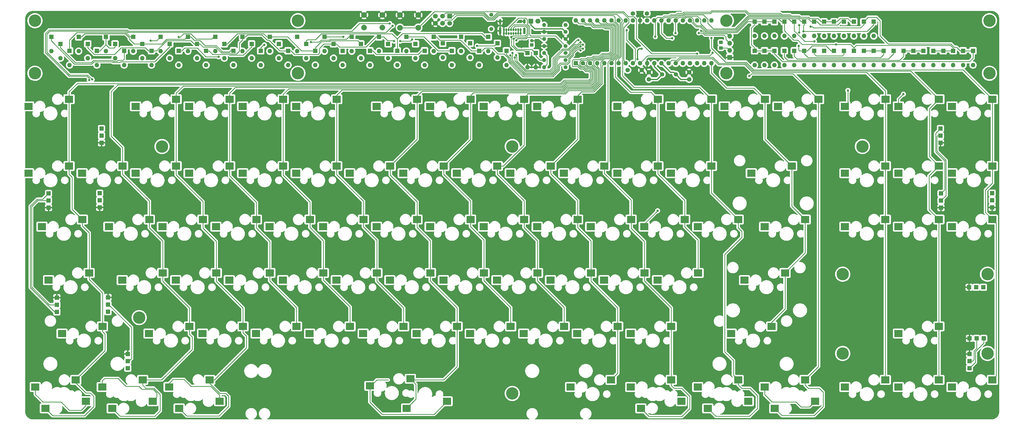
<source format=gbr>
%TF.GenerationSoftware,KiCad,Pcbnew,(6.0.6)*%
%TF.CreationDate,2023-05-08T18:17:21+05:30*%
%TF.ProjectId,mysterium-pcb,6d797374-6572-4697-956d-2d7063622e6b,rev?*%
%TF.SameCoordinates,Original*%
%TF.FileFunction,Copper,L2,Bot*%
%TF.FilePolarity,Positive*%
%FSLAX46Y46*%
G04 Gerber Fmt 4.6, Leading zero omitted, Abs format (unit mm)*
G04 Created by KiCad (PCBNEW (6.0.6)) date 2023-05-08 18:17:21*
%MOMM*%
%LPD*%
G01*
G04 APERTURE LIST*
G04 Aperture macros list*
%AMRoundRect*
0 Rectangle with rounded corners*
0 $1 Rounding radius*
0 $2 $3 $4 $5 $6 $7 $8 $9 X,Y pos of 4 corners*
0 Add a 4 corners polygon primitive as box body*
4,1,4,$2,$3,$4,$5,$6,$7,$8,$9,$2,$3,0*
0 Add four circle primitives for the rounded corners*
1,1,$1+$1,$2,$3*
1,1,$1+$1,$4,$5*
1,1,$1+$1,$6,$7*
1,1,$1+$1,$8,$9*
0 Add four rect primitives between the rounded corners*
20,1,$1+$1,$2,$3,$4,$5,0*
20,1,$1+$1,$4,$5,$6,$7,0*
20,1,$1+$1,$6,$7,$8,$9,0*
20,1,$1+$1,$8,$9,$2,$3,0*%
G04 Aperture macros list end*
%TA.AperFunction,SMDPad,CuDef*%
%ADD10R,3.000000X2.500000*%
%TD*%
%TA.AperFunction,ComponentPad*%
%ADD11R,1.200000X1.200000*%
%TD*%
%TA.AperFunction,ComponentPad*%
%ADD12C,1.200000*%
%TD*%
%TA.AperFunction,ComponentPad*%
%ADD13R,1.800000X1.800000*%
%TD*%
%TA.AperFunction,ComponentPad*%
%ADD14C,1.800000*%
%TD*%
%TA.AperFunction,ComponentPad*%
%ADD15R,1.600000X1.600000*%
%TD*%
%TA.AperFunction,ComponentPad*%
%ADD16O,1.600000X1.600000*%
%TD*%
%TA.AperFunction,ComponentPad*%
%ADD17C,4.400000*%
%TD*%
%TA.AperFunction,ComponentPad*%
%ADD18C,2.000000*%
%TD*%
%TA.AperFunction,ComponentPad*%
%ADD19C,1.600000*%
%TD*%
%TA.AperFunction,ComponentPad*%
%ADD20C,1.400000*%
%TD*%
%TA.AperFunction,ComponentPad*%
%ADD21R,1.700000X1.700000*%
%TD*%
%TA.AperFunction,ComponentPad*%
%ADD22C,1.700000*%
%TD*%
%TA.AperFunction,ComponentPad*%
%ADD23O,1.400000X1.400000*%
%TD*%
%TA.AperFunction,ComponentPad*%
%ADD24O,0.650000X1.000000*%
%TD*%
%TA.AperFunction,ComponentPad*%
%ADD25O,0.900000X1.700000*%
%TD*%
%TA.AperFunction,ComponentPad*%
%ADD26O,0.900000X2.400000*%
%TD*%
%TA.AperFunction,ComponentPad*%
%ADD27C,1.500000*%
%TD*%
%TA.AperFunction,ComponentPad*%
%ADD28O,1.700000X1.700000*%
%TD*%
%TA.AperFunction,SMDPad,CuDef*%
%ADD29R,1.524000X1.524000*%
%TD*%
%TA.AperFunction,SMDPad,CuDef*%
%ADD30RoundRect,0.249999X0.450001X-0.350001X0.450001X0.350001X-0.450001X0.350001X-0.450001X-0.350001X0*%
%TD*%
%TA.AperFunction,ViaPad*%
%ADD31C,0.800000*%
%TD*%
%TA.AperFunction,Conductor*%
%ADD32C,0.400000*%
%TD*%
%TA.AperFunction,Conductor*%
%ADD33C,0.250000*%
%TD*%
G04 APERTURE END LIST*
D10*
%TO.P,SW17,1*%
%TO.N,col1*%
X72335200Y-111112300D03*
%TO.P,SW17,2*%
%TO.N,Net-(D17-Pad2)*%
X57935200Y-113652300D03*
%TD*%
%TO.P,SW41,1*%
%TO.N,col8*%
X215197500Y-130175000D03*
%TO.P,SW41,2*%
%TO.N,Net-(D41-Pad2)*%
X200797500Y-132715000D03*
%TD*%
D11*
%TO.P,C3,1*%
%TO.N,+5V*%
X217945459Y-67911544D03*
D12*
%TO.P,C3,2*%
%TO.N,GND*%
X217945459Y-66411544D03*
%TD*%
D13*
%TO.P,LED1,1*%
%TO.N,Net-(LED1-Pad1)*%
X217595499Y-59524900D03*
D14*
%TO.P,LED1,2*%
%TO.N,+5V*%
X220135499Y-59524900D03*
%TD*%
D15*
%TO.P,D28,1*%
%TO.N,row1*%
X321967188Y-70054948D03*
D16*
%TO.P,D28,2*%
%TO.N,Net-(D28-Pad2)*%
X321967188Y-75134948D03*
%TD*%
D15*
%TO.P,D36,1*%
%TO.N,row2*%
X108530629Y-67574655D03*
D16*
%TO.P,D36,2*%
%TO.N,Net-(D36-Pad2)*%
X108530629Y-72654655D03*
%TD*%
D15*
%TO.P,D11,1*%
%TO.N,row0*%
X297229706Y-70054948D03*
D16*
%TO.P,D11,2*%
%TO.N,Net-(D11-Pad2)*%
X297229706Y-75134948D03*
%TD*%
D15*
%TO.P,D14,1*%
%TO.N,row0*%
X371442152Y-70054948D03*
D16*
%TO.P,D14,2*%
%TO.N,Net-(D14-Pad2)*%
X371442152Y-75134948D03*
%TD*%
D15*
%TO.P,D90,1*%
%TO.N,row5*%
X336102892Y-70054948D03*
D16*
%TO.P,D90,2*%
%TO.N,Net-(D90-Pad2)*%
X336102892Y-75134948D03*
%TD*%
D15*
%TO.P,D92,1*%
%TO.N,row5*%
X339636818Y-59680499D03*
D16*
%TO.P,D92,2*%
%TO.N,Net-(D92-Pad2)*%
X339636818Y-64760499D03*
%TD*%
D15*
%TO.P,U1,1*%
%TO.N,col1*%
X233616500Y-74485500D03*
D16*
%TO.P,U1,2*%
%TO.N,col3*%
X236156500Y-74485500D03*
%TO.P,U1,3*%
%TO.N,col5*%
X238696500Y-74485500D03*
%TO.P,U1,4*%
%TO.N,col7*%
X241236500Y-74485500D03*
%TO.P,U1,5*%
%TO.N,col9*%
X243776500Y-74485500D03*
%TO.P,U1,6*%
%TO.N,MOSI*%
X246316500Y-74485500D03*
%TO.P,U1,7*%
%TO.N,MISO*%
X248856500Y-74485500D03*
%TO.P,U1,8*%
%TO.N,SCK*%
X251396500Y-74485500D03*
%TO.P,U1,9*%
%TO.N,reset*%
X253936500Y-74485500D03*
%TO.P,U1,10*%
%TO.N,+5V*%
X256476500Y-74485500D03*
%TO.P,U1,11*%
%TO.N,GND*%
X259016500Y-74485500D03*
%TO.P,U1,12*%
%TO.N,Net-(C2-Pad1)*%
X261556500Y-74485500D03*
%TO.P,U1,13*%
%TO.N,Net-(C1-Pad1)*%
X264096500Y-74485500D03*
%TO.P,U1,14*%
%TO.N,col16*%
X266636500Y-74485500D03*
%TO.P,U1,15*%
%TO.N,col15*%
X269176500Y-74485500D03*
%TO.P,U1,16*%
%TO.N,D+*%
X271716500Y-74485500D03*
%TO.P,U1,17*%
%TO.N,D-*%
X274256500Y-74485500D03*
%TO.P,U1,18*%
%TO.N,boot*%
X276796500Y-74485500D03*
%TO.P,U1,19*%
%TO.N,col14*%
X279336500Y-74485500D03*
%TO.P,U1,20*%
%TO.N,col13*%
X281876500Y-74485500D03*
%TO.P,U1,21*%
%TO.N,col17*%
X281876500Y-59245500D03*
%TO.P,U1,22*%
%TO.N,sda*%
X279336500Y-59245500D03*
%TO.P,U1,23*%
%TO.N,scl*%
X276796500Y-59245500D03*
%TO.P,U1,24*%
%TO.N,row0*%
X274256500Y-59245500D03*
%TO.P,U1,25*%
%TO.N,row1*%
X271716500Y-59245500D03*
%TO.P,U1,26*%
%TO.N,row3*%
X269176500Y-59245500D03*
%TO.P,U1,27*%
%TO.N,row5*%
X266636500Y-59245500D03*
%TO.P,U1,28*%
%TO.N,row4*%
X264096500Y-59245500D03*
%TO.P,U1,29*%
%TO.N,row2*%
X261556500Y-59245500D03*
%TO.P,U1,30*%
%TO.N,+5V*%
X259016500Y-59245500D03*
%TO.P,U1,31*%
%TO.N,GND*%
X256476500Y-59245500D03*
%TO.P,U1,32*%
%TO.N,Net-(U1-Pad32)*%
X253936500Y-59245500D03*
%TO.P,U1,33*%
%TO.N,col12*%
X251396500Y-59245500D03*
%TO.P,U1,34*%
%TO.N,col11*%
X248856500Y-59245500D03*
%TO.P,U1,35*%
%TO.N,col10*%
X246316500Y-59245500D03*
%TO.P,U1,36*%
%TO.N,col8*%
X243776500Y-59245500D03*
%TO.P,U1,37*%
%TO.N,col6*%
X241236500Y-59245500D03*
%TO.P,U1,38*%
%TO.N,col4*%
X238696500Y-59245500D03*
%TO.P,U1,39*%
%TO.N,col2*%
X236156500Y-59245500D03*
%TO.P,U1,40*%
%TO.N,col0*%
X233616500Y-59245500D03*
%TD*%
D17*
%TO.P,REF\u002A\u002A,1*%
%TO.N,N/C*%
X41147500Y-59313500D03*
%TD*%
%TO.P,REF\u002A\u002A,1*%
%TO.N,N/C*%
X41147500Y-78063500D03*
%TD*%
%TO.P,REF\u002A\u002A,1*%
%TO.N,N/C*%
X380810000Y-78063500D03*
%TD*%
%TO.P,REF\u002A\u002A,1*%
%TO.N,N/C*%
X380810000Y-59313500D03*
%TD*%
%TO.P,REF\u002A\u002A,1*%
%TO.N,N/C*%
X134734300Y-59313500D03*
%TD*%
%TO.P,REF\u002A\u002A,1*%
%TO.N,N/C*%
X211016251Y-104152700D03*
%TD*%
%TO.P,REF\u002A\u002A,1*%
%TO.N,N/C*%
X211018120Y-192186560D03*
%TD*%
%TO.P,REF\u002A\u002A,1*%
%TO.N,N/C*%
X335597500Y-104152700D03*
%TD*%
%TO.P,REF\u002A\u002A,1*%
%TO.N,N/C*%
X86360000Y-104152700D03*
%TD*%
%TO.P,REF\u002A\u002A,1*%
%TO.N,N/C*%
X78257400Y-165125400D03*
%TD*%
%TO.P,REF\u002A\u002A,*%
%TO.N,*%
X328583688Y-149669500D03*
%TD*%
%TO.P,REF\u002A\u002A,1*%
%TO.N,N/C*%
X380120412Y-149669500D03*
%TD*%
%TO.P,REF\u002A\u002A,1*%
%TO.N,N/C*%
X328583688Y-177904900D03*
%TD*%
%TO.P,REF\u002A\u002A,1*%
%TO.N,N/C*%
X380120412Y-177904900D03*
%TD*%
D18*
%TO.P,BOOT1,1*%
%TO.N,GND*%
X177523197Y-57315100D03*
X171023197Y-57315100D03*
%TO.P,BOOT1,2*%
%TO.N,boot*%
X171023197Y-61815100D03*
X177523197Y-61815100D03*
%TD*%
D19*
%TO.P,C1,1*%
%TO.N,Net-(C1-Pad1)*%
X273951700Y-80200500D03*
%TO.P,C1,2*%
%TO.N,GND*%
X273951700Y-77700500D03*
%TD*%
%TO.P,C2,1*%
%TO.N,Net-(C2-Pad1)*%
X259626100Y-80200500D03*
%TO.P,C2,2*%
%TO.N,GND*%
X259626100Y-77700500D03*
%TD*%
%TO.P,C4,1*%
%TO.N,+5V*%
X258940300Y-56756300D03*
%TO.P,C4,2*%
%TO.N,GND*%
X253940300Y-56756300D03*
%TD*%
%TO.P,C5,1*%
%TO.N,+5V*%
X252082300Y-76923900D03*
%TO.P,C5,2*%
%TO.N,GND*%
X257082300Y-76923900D03*
%TD*%
D15*
%TO.P,D0,1*%
%TO.N,row0*%
X46981402Y-65094362D03*
D16*
%TO.P,D0,2*%
%TO.N,Net-(D0-Pad2)*%
X46981402Y-70174362D03*
%TD*%
D17*
%TO.P,REF\u002A\u002A,1*%
%TO.N,N/C*%
X287223200Y-59313500D03*
%TD*%
D15*
%TO.P,D1,1*%
%TO.N,row0*%
X89094031Y-67574655D03*
D16*
%TO.P,D1,2*%
%TO.N,Net-(D1-Pad2)*%
X89094031Y-72654655D03*
%TD*%
D15*
%TO.P,D2,1*%
%TO.N,row0*%
X105291196Y-65094362D03*
D16*
%TO.P,D2,2*%
%TO.N,Net-(D2-Pad2)*%
X105291196Y-70174362D03*
%TD*%
D15*
%TO.P,D3,1*%
%TO.N,row0*%
X121488361Y-70054948D03*
D16*
%TO.P,D3,2*%
%TO.N,Net-(D3-Pad2)*%
X121488361Y-75134948D03*
%TD*%
D15*
%TO.P,D4,1*%
%TO.N,row0*%
X137685526Y-67574655D03*
D16*
%TO.P,D4,2*%
%TO.N,Net-(D4-Pad2)*%
X137685526Y-72654655D03*
%TD*%
D15*
%TO.P,D5,1*%
%TO.N,row0*%
X170079856Y-70054948D03*
D16*
%TO.P,D5,2*%
%TO.N,Net-(D5-Pad2)*%
X170079856Y-75134948D03*
%TD*%
D15*
%TO.P,D6,1*%
%TO.N,row0*%
X202474222Y-65094362D03*
D16*
%TO.P,D6,2*%
%TO.N,Net-(D6-Pad2)*%
X202474222Y-70174362D03*
%TD*%
D15*
%TO.P,D7,1*%
%TO.N,row0*%
X304297558Y-70054948D03*
D16*
%TO.P,D7,2*%
%TO.N,Net-(D7-Pad2)*%
X304297558Y-75134948D03*
%TD*%
D15*
%TO.P,D8,1*%
%TO.N,row0*%
X304297558Y-59680499D03*
D16*
%TO.P,D8,2*%
%TO.N,Net-(D8-Pad2)*%
X304297558Y-64760499D03*
%TD*%
D15*
%TO.P,D9,1*%
%TO.N,row0*%
X300763632Y-70054948D03*
D16*
%TO.P,D9,2*%
%TO.N,Net-(D9-Pad2)*%
X300763632Y-75134948D03*
%TD*%
D15*
%TO.P,D10,1*%
%TO.N,row0*%
X300763632Y-59680499D03*
D16*
%TO.P,D10,2*%
%TO.N,Net-(D10-Pad2)*%
X300763632Y-64760499D03*
%TD*%
D15*
%TO.P,D12,1*%
%TO.N,row0*%
X297229706Y-59680499D03*
D16*
%TO.P,D12,2*%
%TO.N,Net-(D12-Pad2)*%
X297229706Y-64760499D03*
%TD*%
D15*
%TO.P,D13,1*%
%TO.N,row0*%
X336102892Y-59680499D03*
D16*
%TO.P,D13,2*%
%TO.N,Net-(D13-Pad2)*%
X336102892Y-64760499D03*
%TD*%
D15*
%TO.P,D15,1*%
%TO.N,row0*%
X374976098Y-70054948D03*
D16*
%TO.P,D15,2*%
%TO.N,Net-(D15-Pad2)*%
X374976098Y-75134948D03*
%TD*%
D15*
%TO.P,D16,1*%
%TO.N,row1*%
X50220835Y-67574655D03*
D16*
%TO.P,D16,2*%
%TO.N,Net-(D16-Pad2)*%
X50220835Y-72654655D03*
%TD*%
D15*
%TO.P,D17,1*%
%TO.N,row1*%
X72896866Y-70054948D03*
D16*
%TO.P,D17,2*%
%TO.N,Net-(D17-Pad2)*%
X72896866Y-75134948D03*
%TD*%
D15*
%TO.P,D18,1*%
%TO.N,row1*%
X85854598Y-65094362D03*
D16*
%TO.P,D18,2*%
%TO.N,Net-(D18-Pad2)*%
X85854598Y-70174362D03*
%TD*%
D15*
%TO.P,D19,1*%
%TO.N,row1*%
X102051763Y-70054948D03*
D16*
%TO.P,D19,2*%
%TO.N,Net-(D19-Pad2)*%
X102051763Y-75134948D03*
%TD*%
D15*
%TO.P,D20,1*%
%TO.N,row1*%
X118248928Y-67574655D03*
D16*
%TO.P,D20,2*%
%TO.N,Net-(D20-Pad2)*%
X118248928Y-72654655D03*
%TD*%
D15*
%TO.P,D21,1*%
%TO.N,row1*%
X134446093Y-65094362D03*
D16*
%TO.P,D21,2*%
%TO.N,Net-(D21-Pad2)*%
X134446093Y-70174362D03*
%TD*%
D15*
%TO.P,D22,1*%
%TO.N,row1*%
X153882691Y-65094362D03*
D16*
%TO.P,D22,2*%
%TO.N,Net-(D22-Pad2)*%
X153882691Y-70174362D03*
%TD*%
D15*
%TO.P,D23,1*%
%TO.N,row1*%
X166840423Y-67574655D03*
D16*
%TO.P,D23,2*%
%TO.N,Net-(D23-Pad2)*%
X166840423Y-72654655D03*
%TD*%
D15*
%TO.P,D24,1*%
%TO.N,row1*%
X173319289Y-65094362D03*
D16*
%TO.P,D24,2*%
%TO.N,Net-(D24-Pad2)*%
X173319289Y-70174362D03*
%TD*%
D15*
%TO.P,D25,1*%
%TO.N,row1*%
X189516466Y-70054948D03*
D16*
%TO.P,D25,2*%
%TO.N,Net-(D25-Pad2)*%
X189516466Y-75134948D03*
%TD*%
D15*
%TO.P,D26,1*%
%TO.N,row1*%
X205713661Y-67373500D03*
D16*
%TO.P,D26,2*%
%TO.N,Net-(D26-Pad2)*%
X205713661Y-72453500D03*
%TD*%
D15*
%TO.P,D27,1*%
%TO.N,row1*%
X307831484Y-59680499D03*
D16*
%TO.P,D27,2*%
%TO.N,Net-(D27-Pad2)*%
X307831484Y-64760499D03*
%TD*%
D15*
%TO.P,D29,1*%
%TO.N,row1*%
X332568966Y-70054948D03*
D16*
%TO.P,D29,2*%
%TO.N,Net-(D29-Pad2)*%
X332568966Y-75134948D03*
%TD*%
D15*
%TO.P,D30,1*%
%TO.N,row1*%
X360840374Y-70054948D03*
D16*
%TO.P,D30,2*%
%TO.N,Net-(D30-Pad2)*%
X360840374Y-75134948D03*
%TD*%
D15*
%TO.P,D31,1*%
%TO.N,row1*%
X364374300Y-70054948D03*
D16*
%TO.P,D31,2*%
%TO.N,Net-(D31-Pad2)*%
X364374300Y-75134948D03*
%TD*%
D15*
%TO.P,D32,1*%
%TO.N,row1*%
X367908226Y-70054948D03*
D16*
%TO.P,D32,2*%
%TO.N,Net-(D32-Pad2)*%
X367908226Y-75134948D03*
%TD*%
D15*
%TO.P,D33,1*%
%TO.N,row2*%
X53460268Y-70054948D03*
D16*
%TO.P,D33,2*%
%TO.N,Net-(D33-Pad2)*%
X53460268Y-75134948D03*
%TD*%
D15*
%TO.P,D34,1*%
%TO.N,row2*%
X76136299Y-65094362D03*
D16*
%TO.P,D34,2*%
%TO.N,Net-(D34-Pad2)*%
X76136299Y-70174362D03*
%TD*%
D15*
%TO.P,D35,1*%
%TO.N,row2*%
X92333464Y-70054948D03*
D16*
%TO.P,D35,2*%
%TO.N,Net-(D35-Pad2)*%
X92333464Y-75134948D03*
%TD*%
D15*
%TO.P,D37,1*%
%TO.N,row2*%
X124727794Y-65094362D03*
D16*
%TO.P,D37,2*%
%TO.N,Net-(D37-Pad2)*%
X124727794Y-70174362D03*
%TD*%
D15*
%TO.P,D38,1*%
%TO.N,row2*%
X140924959Y-70054948D03*
D16*
%TO.P,D38,2*%
%TO.N,Net-(D38-Pad2)*%
X140924959Y-75134948D03*
%TD*%
D15*
%TO.P,D39,1*%
%TO.N,row2*%
X157122124Y-67574655D03*
D16*
%TO.P,D39,2*%
%TO.N,Net-(D39-Pad2)*%
X157122124Y-72654655D03*
%TD*%
D15*
%TO.P,D40,1*%
%TO.N,row2*%
X176558722Y-67574655D03*
D16*
%TO.P,D40,2*%
%TO.N,Net-(D40-Pad2)*%
X176558722Y-72654655D03*
%TD*%
D15*
%TO.P,D41,1*%
%TO.N,row2*%
X186277027Y-67373500D03*
D16*
%TO.P,D41,2*%
%TO.N,Net-(D41-Pad2)*%
X186277027Y-72453500D03*
%TD*%
D15*
%TO.P,D42,1*%
%TO.N,row2*%
X192755905Y-65094362D03*
D16*
%TO.P,D42,2*%
%TO.N,Net-(D42-Pad2)*%
X192755905Y-70174362D03*
%TD*%
D15*
%TO.P,D43,1*%
%TO.N,row2*%
X307831484Y-70054948D03*
D16*
%TO.P,D43,2*%
%TO.N,Net-(D43-Pad2)*%
X307831484Y-75134948D03*
%TD*%
D15*
%TO.P,D44,1*%
%TO.N,row2*%
X321967188Y-59680499D03*
D16*
%TO.P,D44,2*%
%TO.N,Net-(D44-Pad2)*%
X321967188Y-64760499D03*
%TD*%
D15*
%TO.P,D45,1*%
%TO.N,row2*%
X325501114Y-59680499D03*
D16*
%TO.P,D45,2*%
%TO.N,Net-(D45-Pad2)*%
X325501114Y-64760499D03*
%TD*%
D15*
%TO.P,D46,1*%
%TO.N,row2*%
X332568966Y-59680499D03*
D16*
%TO.P,D46,2*%
%TO.N,Net-(D46-Pad2)*%
X332568966Y-64760499D03*
%TD*%
D15*
%TO.P,D47,1*%
%TO.N,row2*%
X350238596Y-70054948D03*
D16*
%TO.P,D47,2*%
%TO.N,Net-(D47-Pad2)*%
X350238596Y-75134948D03*
%TD*%
D15*
%TO.P,D48,1*%
%TO.N,row2*%
X353772522Y-70054948D03*
D16*
%TO.P,D48,2*%
%TO.N,Net-(D48-Pad2)*%
X353772522Y-75134948D03*
%TD*%
D15*
%TO.P,D49,1*%
%TO.N,row2*%
X357306448Y-70054948D03*
D16*
%TO.P,D49,2*%
%TO.N,Net-(D49-Pad2)*%
X357306448Y-75134948D03*
%TD*%
D15*
%TO.P,D50,1*%
%TO.N,row3*%
X56699701Y-65094362D03*
D16*
%TO.P,D50,2*%
%TO.N,Net-(D50-Pad2)*%
X56699701Y-70174362D03*
%TD*%
D15*
%TO.P,D52,1*%
%TO.N,row3*%
X79375732Y-67574655D03*
D16*
%TO.P,D52,2*%
%TO.N,Net-(D52-Pad2)*%
X79375732Y-72654655D03*
%TD*%
D15*
%TO.P,D53,1*%
%TO.N,row3*%
X95572897Y-65094362D03*
D16*
%TO.P,D53,2*%
%TO.N,Net-(D53-Pad2)*%
X95572897Y-70174362D03*
%TD*%
D15*
%TO.P,D54,1*%
%TO.N,row3*%
X111770062Y-70054948D03*
D16*
%TO.P,D54,2*%
%TO.N,Net-(D54-Pad2)*%
X111770062Y-75134948D03*
%TD*%
D15*
%TO.P,D55,1*%
%TO.N,row3*%
X127967227Y-67574655D03*
D16*
%TO.P,D55,2*%
%TO.N,Net-(D55-Pad2)*%
X127967227Y-72654655D03*
%TD*%
D15*
%TO.P,D56,1*%
%TO.N,row3*%
X144164392Y-65094362D03*
D16*
%TO.P,D56,2*%
%TO.N,Net-(D56-Pad2)*%
X144164392Y-70174362D03*
%TD*%
D15*
%TO.P,D57,1*%
%TO.N,row3*%
X160361557Y-70054948D03*
D16*
%TO.P,D57,2*%
%TO.N,Net-(D57-Pad2)*%
X160361557Y-75134948D03*
%TD*%
D15*
%TO.P,D58,1*%
%TO.N,row3*%
X179798155Y-70054948D03*
D16*
%TO.P,D58,2*%
%TO.N,Net-(D58-Pad2)*%
X179798155Y-75134948D03*
%TD*%
D15*
%TO.P,D59,1*%
%TO.N,row3*%
X195995344Y-67373500D03*
D16*
%TO.P,D59,2*%
%TO.N,Net-(D59-Pad2)*%
X195995344Y-72453500D03*
%TD*%
D15*
%TO.P,D60,1*%
%TO.N,row3*%
X208953100Y-70054948D03*
D16*
%TO.P,D60,2*%
%TO.N,Net-(D60-Pad2)*%
X208953100Y-75134948D03*
%TD*%
D15*
%TO.P,D61,1*%
%TO.N,row3*%
X311365410Y-59680499D03*
D16*
%TO.P,D61,2*%
%TO.N,Net-(D61-Pad2)*%
X311365410Y-64760499D03*
%TD*%
D15*
%TO.P,D62,1*%
%TO.N,row3*%
X318433262Y-70054948D03*
D16*
%TO.P,D62,2*%
%TO.N,Net-(D62-Pad2)*%
X318433262Y-75134948D03*
%TD*%
D15*
%TO.P,D63,1*%
%TO.N,row3*%
X329035040Y-70054948D03*
D16*
%TO.P,D63,2*%
%TO.N,Net-(D63-Pad2)*%
X329035040Y-75134948D03*
%TD*%
D15*
%TO.P,D64,1*%
%TO.N,row4*%
X59939134Y-67574655D03*
D16*
%TO.P,D64,2*%
%TO.N,Net-(D64-Pad2)*%
X59939134Y-72654655D03*
%TD*%
D15*
%TO.P,D65,1*%
%TO.N,row4*%
X82615165Y-70054948D03*
D16*
%TO.P,D65,2*%
%TO.N,Net-(D65-Pad2)*%
X82615165Y-75134948D03*
%TD*%
D15*
%TO.P,D66,1*%
%TO.N,row4*%
X98812330Y-67574655D03*
D16*
%TO.P,D66,2*%
%TO.N,Net-(D66-Pad2)*%
X98812330Y-72654655D03*
%TD*%
D15*
%TO.P,D67,1*%
%TO.N,row4*%
X115009495Y-65094362D03*
D16*
%TO.P,D67,2*%
%TO.N,Net-(D67-Pad2)*%
X115009495Y-70174362D03*
%TD*%
D15*
%TO.P,D68,1*%
%TO.N,row4*%
X131206660Y-70054948D03*
D16*
%TO.P,D68,2*%
%TO.N,Net-(D68-Pad2)*%
X131206660Y-75134948D03*
%TD*%
D15*
%TO.P,D69,1*%
%TO.N,row4*%
X147403825Y-67574655D03*
D16*
%TO.P,D69,2*%
%TO.N,Net-(D69-Pad2)*%
X147403825Y-72654655D03*
%TD*%
D15*
%TO.P,D70,1*%
%TO.N,row4*%
X163600990Y-65094362D03*
D16*
%TO.P,D70,2*%
%TO.N,Net-(D70-Pad2)*%
X163600990Y-70174362D03*
%TD*%
D15*
%TO.P,D71,1*%
%TO.N,row4*%
X183037588Y-65094362D03*
D16*
%TO.P,D71,2*%
%TO.N,Net-(D71-Pad2)*%
X183037588Y-70174362D03*
%TD*%
D15*
%TO.P,D72,1*%
%TO.N,row4*%
X199234783Y-70054948D03*
D16*
%TO.P,D72,2*%
%TO.N,Net-(D72-Pad2)*%
X199234783Y-75134948D03*
%TD*%
D15*
%TO.P,D73,1*%
%TO.N,row4*%
X311365410Y-70054948D03*
D16*
%TO.P,D73,2*%
%TO.N,Net-(D73-Pad2)*%
X311365410Y-75134948D03*
%TD*%
D15*
%TO.P,D74,1*%
%TO.N,row4*%
X318433262Y-59680499D03*
D16*
%TO.P,D74,2*%
%TO.N,Net-(D74-Pad2)*%
X318433262Y-64760499D03*
%TD*%
D15*
%TO.P,D75,1*%
%TO.N,row4*%
X329035040Y-59680499D03*
D16*
%TO.P,D75,2*%
%TO.N,Net-(D75-Pad2)*%
X329035040Y-64760499D03*
%TD*%
D15*
%TO.P,D76,1*%
%TO.N,row4*%
X346704670Y-70054948D03*
D16*
%TO.P,D76,2*%
%TO.N,Net-(D76-Pad2)*%
X346704670Y-75134948D03*
%TD*%
D15*
%TO.P,D77,1*%
%TO.N,row5*%
X63178567Y-70054948D03*
D16*
%TO.P,D77,2*%
%TO.N,Net-(D77-Pad2)*%
X63178567Y-75134948D03*
%TD*%
D15*
%TO.P,D79,1*%
%TO.N,row5*%
X66418000Y-65094362D03*
D16*
%TO.P,D79,2*%
%TO.N,Net-(D79-Pad2)*%
X66418000Y-70174362D03*
%TD*%
D15*
%TO.P,D81,1*%
%TO.N,row5*%
X69657433Y-67574655D03*
D16*
%TO.P,D81,2*%
%TO.N,Net-(D81-Pad2)*%
X69657433Y-72654655D03*
%TD*%
D15*
%TO.P,D83,1*%
%TO.N,row5*%
X150643258Y-70054948D03*
D16*
%TO.P,D83,2*%
%TO.N,Net-(D83-Pad2)*%
X150643258Y-75134948D03*
%TD*%
D15*
%TO.P,D85,1*%
%TO.N,row5*%
X314899336Y-59680499D03*
D16*
%TO.P,D85,2*%
%TO.N,Net-(D85-Pad2)*%
X314899336Y-64760499D03*
%TD*%
D15*
%TO.P,D86,1*%
%TO.N,row5*%
X314899336Y-70054948D03*
D16*
%TO.P,D86,2*%
%TO.N,Net-(D86-Pad2)*%
X314899336Y-75134948D03*
%TD*%
D15*
%TO.P,D88,1*%
%TO.N,row5*%
X325501114Y-70054948D03*
D16*
%TO.P,D88,2*%
%TO.N,Net-(D88-Pad2)*%
X325501114Y-75134948D03*
%TD*%
D15*
%TO.P,D93,1*%
%TO.N,row5*%
X339636818Y-70054948D03*
D16*
%TO.P,D93,2*%
%TO.N,Net-(D93-Pad2)*%
X339636818Y-75134948D03*
%TD*%
D15*
%TO.P,D94,1*%
%TO.N,row5*%
X343170744Y-70054948D03*
D16*
%TO.P,D94,2*%
%TO.N,Net-(D94-Pad2)*%
X343170744Y-75134948D03*
%TD*%
D15*
%TO.P,D95,1*%
%TO.N,Net-(D95-Pad1)*%
X216420700Y-70802500D03*
D16*
%TO.P,D95,2*%
%TO.N,GND*%
X216420700Y-75882500D03*
%TD*%
D15*
%TO.P,D96,1*%
%TO.N,Net-(D96-Pad1)*%
X219367100Y-70802500D03*
D16*
%TO.P,D96,2*%
%TO.N,GND*%
X219367100Y-75882500D03*
%TD*%
D20*
%TO.P,F1,1*%
%TO.N,+5V*%
X203515397Y-62278100D03*
%TO.P,F1,2*%
%TO.N,VCC*%
X203515397Y-57178100D03*
%TD*%
D21*
%TO.P,J1,1*%
%TO.N,MISO*%
X188688397Y-57696100D03*
D22*
%TO.P,J1,2*%
%TO.N,+5V*%
X188688397Y-60236100D03*
%TO.P,J1,3*%
%TO.N,SCK*%
X186148397Y-57696100D03*
%TO.P,J1,4*%
%TO.N,MOSI*%
X186148397Y-60236100D03*
%TO.P,J1,5*%
%TO.N,reset*%
X183608397Y-57696100D03*
%TO.P,J1,6*%
%TO.N,GND*%
X183608397Y-60236100D03*
%TD*%
D20*
%TO.P,R1,1*%
%TO.N,GND*%
X229984300Y-65842226D03*
D23*
%TO.P,R1,2*%
%TO.N,Net-(R1-Pad2)*%
X222364300Y-65842226D03*
%TD*%
D20*
%TO.P,R2,1*%
%TO.N,Net-(R2-Pad1)*%
X229984300Y-68353189D03*
D23*
%TO.P,R2,2*%
%TO.N,GND*%
X222364300Y-68353189D03*
%TD*%
D20*
%TO.P,R3,1*%
%TO.N,D-*%
X229984300Y-70864152D03*
D23*
%TO.P,R3,2*%
%TO.N,Net-(D95-Pad1)*%
X222364300Y-70864152D03*
%TD*%
D20*
%TO.P,R4,1*%
%TO.N,D+*%
X229984300Y-73375115D03*
D23*
%TO.P,R4,2*%
%TO.N,Net-(D96-Pad1)*%
X222364300Y-73375115D03*
%TD*%
D20*
%TO.P,R5,1*%
%TO.N,+5V*%
X229984300Y-75886078D03*
D23*
%TO.P,R5,2*%
%TO.N,Net-(D95-Pad1)*%
X222364300Y-75886078D03*
%TD*%
D20*
%TO.P,R6,1*%
%TO.N,Net-(LED1-Pad1)*%
X229984300Y-63331263D03*
D23*
%TO.P,R6,2*%
%TO.N,GND*%
X222364300Y-63331263D03*
%TD*%
D20*
%TO.P,R7,1*%
%TO.N,+5V*%
X229984300Y-60820300D03*
D23*
%TO.P,R7,2*%
%TO.N,reset*%
X222364300Y-60820300D03*
%TD*%
D18*
%TO.P,RESET1,1*%
%TO.N,GND*%
X158284597Y-57289700D03*
X164784597Y-57289700D03*
%TO.P,RESET1,2*%
%TO.N,reset*%
X158284597Y-61789700D03*
X164784597Y-61789700D03*
%TD*%
D10*
%TO.P,SW0,1*%
%TO.N,col0*%
X53285200Y-87299800D03*
%TO.P,SW0,2*%
%TO.N,Net-(D0-Pad2)*%
X38885200Y-89839800D03*
%TD*%
%TO.P,SW1,1*%
%TO.N,col2*%
X91385200Y-87299800D03*
%TO.P,SW1,2*%
%TO.N,Net-(D1-Pad2)*%
X76985200Y-89839800D03*
%TD*%
%TO.P,SW2,1*%
%TO.N,col3*%
X110435200Y-87299800D03*
%TO.P,SW2,2*%
%TO.N,Net-(D2-Pad2)*%
X96035200Y-89839800D03*
%TD*%
%TO.P,SW3,1*%
%TO.N,col4*%
X129485200Y-87299800D03*
%TO.P,SW3,2*%
%TO.N,Net-(D3-Pad2)*%
X115085200Y-89839800D03*
%TD*%
%TO.P,SW4,1*%
%TO.N,col5*%
X148527580Y-87302340D03*
%TO.P,SW4,2*%
%TO.N,Net-(D4-Pad2)*%
X134127580Y-89842340D03*
%TD*%
%TO.P,SW5,1*%
%TO.N,col6*%
X177097500Y-87312500D03*
%TO.P,SW5,2*%
%TO.N,Net-(D5-Pad2)*%
X162697500Y-89852500D03*
%TD*%
%TO.P,SW6,1*%
%TO.N,col7*%
X196147500Y-87312500D03*
%TO.P,SW6,2*%
%TO.N,Net-(D6-Pad2)*%
X181747500Y-89852500D03*
%TD*%
%TO.P,SW7,1*%
%TO.N,col8*%
X215197500Y-87312500D03*
%TO.P,SW7,2*%
%TO.N,Net-(D7-Pad2)*%
X200797500Y-89852500D03*
%TD*%
%TO.P,SW8,1*%
%TO.N,col9*%
X234247500Y-87312500D03*
%TO.P,SW8,2*%
%TO.N,Net-(D8-Pad2)*%
X219847500Y-89852500D03*
%TD*%
%TO.P,SW9,1*%
%TO.N,col11*%
X262835200Y-87299800D03*
%TO.P,SW9,2*%
%TO.N,Net-(D9-Pad2)*%
X248435200Y-89839800D03*
%TD*%
%TO.P,SW10,1*%
%TO.N,col12*%
X281872500Y-87299800D03*
%TO.P,SW10,2*%
%TO.N,Net-(D10-Pad2)*%
X267472500Y-89839800D03*
%TD*%
%TO.P,SW11,1*%
%TO.N,col13*%
X300935200Y-87299800D03*
%TO.P,SW11,2*%
%TO.N,Net-(D11-Pad2)*%
X286535200Y-89839800D03*
%TD*%
%TO.P,SW12,1*%
%TO.N,col14*%
X319985200Y-87299800D03*
%TO.P,SW12,2*%
%TO.N,Net-(D12-Pad2)*%
X305585200Y-89839800D03*
%TD*%
%TO.P,SW13,1*%
%TO.N,col15*%
X343797700Y-87299800D03*
%TO.P,SW13,2*%
%TO.N,Net-(D13-Pad2)*%
X329397700Y-89839800D03*
%TD*%
%TO.P,SW14,1*%
%TO.N,col16*%
X362835000Y-87299800D03*
%TO.P,SW14,2*%
%TO.N,Net-(D14-Pad2)*%
X348435000Y-89839800D03*
%TD*%
%TO.P,SW15,1*%
%TO.N,col17*%
X381885000Y-87299800D03*
%TO.P,SW15,2*%
%TO.N,Net-(D15-Pad2)*%
X367485000Y-89839800D03*
%TD*%
%TO.P,SW16,1*%
%TO.N,col0*%
X53285200Y-111112300D03*
%TO.P,SW16,2*%
%TO.N,Net-(D16-Pad2)*%
X38885200Y-113652300D03*
%TD*%
%TO.P,SW18,1*%
%TO.N,col2*%
X91385200Y-111112300D03*
%TO.P,SW18,2*%
%TO.N,Net-(D18-Pad2)*%
X76985200Y-113652300D03*
%TD*%
%TO.P,SW19,1*%
%TO.N,col3*%
X110435200Y-111112300D03*
%TO.P,SW19,2*%
%TO.N,Net-(D19-Pad2)*%
X96035200Y-113652300D03*
%TD*%
%TO.P,SW20,1*%
%TO.N,col4*%
X129485200Y-111112300D03*
%TO.P,SW20,2*%
%TO.N,Net-(D20-Pad2)*%
X115085200Y-113652300D03*
%TD*%
%TO.P,SW21,1*%
%TO.N,col5*%
X148535200Y-111112300D03*
%TO.P,SW21,2*%
%TO.N,Net-(D21-Pad2)*%
X134135200Y-113652300D03*
%TD*%
%TO.P,SW22,1*%
%TO.N,col6*%
X167585200Y-111112300D03*
%TO.P,SW22,2*%
%TO.N,Net-(D22-Pad2)*%
X153185200Y-113652300D03*
%TD*%
%TO.P,SW23,1*%
%TO.N,col7*%
X186635200Y-111112300D03*
%TO.P,SW23,2*%
%TO.N,Net-(D23-Pad2)*%
X172235200Y-113652300D03*
%TD*%
%TO.P,SW24,1*%
%TO.N,col8*%
X205685200Y-111112300D03*
%TO.P,SW24,2*%
%TO.N,Net-(D24-Pad2)*%
X191285200Y-113652300D03*
%TD*%
%TO.P,SW25,1*%
%TO.N,col9*%
X224735200Y-111112300D03*
%TO.P,SW25,2*%
%TO.N,Net-(D25-Pad2)*%
X210335200Y-113652300D03*
%TD*%
%TO.P,SW26,1*%
%TO.N,col10*%
X243785200Y-111112300D03*
%TO.P,SW26,2*%
%TO.N,Net-(D26-Pad2)*%
X229385200Y-113652300D03*
%TD*%
%TO.P,SW27,1*%
%TO.N,col11*%
X262835200Y-111112300D03*
%TO.P,SW27,2*%
%TO.N,Net-(D27-Pad2)*%
X248435200Y-113652300D03*
%TD*%
%TO.P,SW28,1*%
%TO.N,col12*%
X281885200Y-111112300D03*
%TO.P,SW28,2*%
%TO.N,Net-(D28-Pad2)*%
X267485200Y-113652300D03*
%TD*%
%TO.P,SW29,1*%
%TO.N,col13*%
X310460200Y-111112300D03*
%TO.P,SW29,2*%
%TO.N,Net-(D29-Pad2)*%
X296060200Y-113652300D03*
%TD*%
%TO.P,SW30,1*%
%TO.N,col15*%
X343785000Y-111112300D03*
%TO.P,SW30,2*%
%TO.N,Net-(D30-Pad2)*%
X329385000Y-113652300D03*
%TD*%
%TO.P,SW31,1*%
%TO.N,col16*%
X362835000Y-111112300D03*
%TO.P,SW31,2*%
%TO.N,Net-(D31-Pad2)*%
X348435000Y-113652300D03*
%TD*%
%TO.P,SW32,1*%
%TO.N,col17*%
X381885000Y-111112300D03*
%TO.P,SW32,2*%
%TO.N,Net-(D32-Pad2)*%
X367485000Y-113652300D03*
%TD*%
%TO.P,SW33,1*%
%TO.N,col0*%
X58035000Y-130175000D03*
%TO.P,SW33,2*%
%TO.N,Net-(D33-Pad2)*%
X43635000Y-132715000D03*
%TD*%
%TO.P,SW34,1*%
%TO.N,col1*%
X81847500Y-130175000D03*
%TO.P,SW34,2*%
%TO.N,Net-(D34-Pad2)*%
X67447500Y-132715000D03*
%TD*%
%TO.P,SW35,1*%
%TO.N,col2*%
X100897500Y-130175000D03*
%TO.P,SW35,2*%
%TO.N,Net-(D35-Pad2)*%
X86497500Y-132715000D03*
%TD*%
%TO.P,SW36,1*%
%TO.N,col3*%
X119947500Y-130175000D03*
%TO.P,SW36,2*%
%TO.N,Net-(D36-Pad2)*%
X105547500Y-132715000D03*
%TD*%
%TO.P,SW37,1*%
%TO.N,col4*%
X138997500Y-130175000D03*
%TO.P,SW37,2*%
%TO.N,Net-(D37-Pad2)*%
X124597500Y-132715000D03*
%TD*%
%TO.P,SW38,1*%
%TO.N,col5*%
X158047500Y-130175000D03*
%TO.P,SW38,2*%
%TO.N,Net-(D38-Pad2)*%
X143647500Y-132715000D03*
%TD*%
%TO.P,SW39,1*%
%TO.N,col6*%
X177097500Y-130175000D03*
%TO.P,SW39,2*%
%TO.N,Net-(D39-Pad2)*%
X162697500Y-132715000D03*
%TD*%
%TO.P,SW40,1*%
%TO.N,col7*%
X196147500Y-130175000D03*
%TO.P,SW40,2*%
%TO.N,Net-(D40-Pad2)*%
X181747500Y-132715000D03*
%TD*%
%TO.P,SW42,1*%
%TO.N,col9*%
X234247500Y-130175000D03*
%TO.P,SW42,2*%
%TO.N,Net-(D42-Pad2)*%
X219847500Y-132715000D03*
%TD*%
%TO.P,SW43,1*%
%TO.N,col10*%
X253297500Y-130175000D03*
%TO.P,SW43,2*%
%TO.N,Net-(D43-Pad2)*%
X238897500Y-132715000D03*
%TD*%
%TO.P,SW44,1*%
%TO.N,col11*%
X272347500Y-130175000D03*
%TO.P,SW44,2*%
%TO.N,Net-(D44-Pad2)*%
X257947500Y-132715000D03*
%TD*%
%TO.P,SW45,1*%
%TO.N,col12*%
X291397500Y-130175000D03*
%TO.P,SW45,2*%
%TO.N,Net-(D45-Pad2)*%
X276997500Y-132715000D03*
%TD*%
%TO.P,SW46,1*%
%TO.N,col13*%
X315222700Y-130175000D03*
%TO.P,SW46,2*%
%TO.N,Net-(D46-Pad2)*%
X300822700Y-132715000D03*
%TD*%
%TO.P,SW47,1*%
%TO.N,col15*%
X343785000Y-130162300D03*
%TO.P,SW47,2*%
%TO.N,Net-(D47-Pad2)*%
X329385000Y-132702300D03*
%TD*%
%TO.P,SW48,1*%
%TO.N,col16*%
X362835000Y-130162300D03*
%TO.P,SW48,2*%
%TO.N,Net-(D48-Pad2)*%
X348435000Y-132702300D03*
%TD*%
%TO.P,SW49,1*%
%TO.N,col17*%
X381885000Y-130162300D03*
%TO.P,SW49,2*%
%TO.N,Net-(D49-Pad2)*%
X367485000Y-132702300D03*
%TD*%
%TO.P,SW50,1*%
%TO.N,col0*%
X60416250Y-149225000D03*
%TO.P,SW50,2*%
%TO.N,Net-(D50-Pad2)*%
X46016250Y-151765000D03*
%TD*%
%TO.P,SW52,1*%
%TO.N,col1*%
X86610000Y-149225000D03*
%TO.P,SW52,2*%
%TO.N,Net-(D52-Pad2)*%
X72210000Y-151765000D03*
%TD*%
%TO.P,SW53,1*%
%TO.N,col2*%
X105660000Y-149225000D03*
%TO.P,SW53,2*%
%TO.N,Net-(D53-Pad2)*%
X91260000Y-151765000D03*
%TD*%
%TO.P,SW54,1*%
%TO.N,col3*%
X124710000Y-149225000D03*
%TO.P,SW54,2*%
%TO.N,Net-(D54-Pad2)*%
X110310000Y-151765000D03*
%TD*%
%TO.P,SW55,1*%
%TO.N,col4*%
X143760000Y-149225000D03*
%TO.P,SW55,2*%
%TO.N,Net-(D55-Pad2)*%
X129360000Y-151765000D03*
%TD*%
%TO.P,SW56,1*%
%TO.N,col5*%
X162810000Y-149225000D03*
%TO.P,SW56,2*%
%TO.N,Net-(D56-Pad2)*%
X148410000Y-151765000D03*
%TD*%
%TO.P,SW57,1*%
%TO.N,col6*%
X181860000Y-149225000D03*
%TO.P,SW57,2*%
%TO.N,Net-(D57-Pad2)*%
X167460000Y-151765000D03*
%TD*%
%TO.P,SW58,1*%
%TO.N,col7*%
X200910000Y-149225000D03*
%TO.P,SW58,2*%
%TO.N,Net-(D58-Pad2)*%
X186510000Y-151765000D03*
%TD*%
%TO.P,SW59,1*%
%TO.N,col8*%
X219960000Y-149225000D03*
%TO.P,SW59,2*%
%TO.N,Net-(D59-Pad2)*%
X205560000Y-151765000D03*
%TD*%
%TO.P,SW60,1*%
%TO.N,col9*%
X239010000Y-149225000D03*
%TO.P,SW60,2*%
%TO.N,Net-(D60-Pad2)*%
X224610000Y-151765000D03*
%TD*%
%TO.P,SW61,1*%
%TO.N,col10*%
X258060000Y-149225000D03*
%TO.P,SW61,2*%
%TO.N,Net-(D61-Pad2)*%
X243660000Y-151765000D03*
%TD*%
%TO.P,SW62,1*%
%TO.N,col11*%
X277110000Y-149225000D03*
%TO.P,SW62,2*%
%TO.N,Net-(D62-Pad2)*%
X262710000Y-151765000D03*
%TD*%
%TO.P,SW63,1*%
%TO.N,col13*%
X308066250Y-149225000D03*
%TO.P,SW63,2*%
%TO.N,Net-(D63-Pad2)*%
X293666250Y-151765000D03*
%TD*%
%TO.P,SW64,1*%
%TO.N,col0*%
X65178750Y-168275000D03*
%TO.P,SW64,2*%
%TO.N,Net-(D64-Pad2)*%
X50778750Y-170815000D03*
%TD*%
%TO.P,SW65,1*%
%TO.N,col1*%
X96135000Y-168275000D03*
%TO.P,SW65,2*%
%TO.N,Net-(D65-Pad2)*%
X81735000Y-170815000D03*
%TD*%
%TO.P,SW66,1*%
%TO.N,col2*%
X115185000Y-168275000D03*
%TO.P,SW66,2*%
%TO.N,Net-(D66-Pad2)*%
X100785000Y-170815000D03*
%TD*%
%TO.P,SW67,1*%
%TO.N,col3*%
X134235000Y-168275000D03*
%TO.P,SW67,2*%
%TO.N,Net-(D67-Pad2)*%
X119835000Y-170815000D03*
%TD*%
%TO.P,SW68,1*%
%TO.N,col4*%
X153285000Y-168275000D03*
%TO.P,SW68,2*%
%TO.N,Net-(D68-Pad2)*%
X138885000Y-170815000D03*
%TD*%
%TO.P,SW69,1*%
%TO.N,col5*%
X172335000Y-168275000D03*
%TO.P,SW69,2*%
%TO.N,Net-(D69-Pad2)*%
X157935000Y-170815000D03*
%TD*%
%TO.P,SW70,1*%
%TO.N,col6*%
X191385000Y-168275000D03*
%TO.P,SW70,2*%
%TO.N,Net-(D70-Pad2)*%
X176985000Y-170815000D03*
%TD*%
%TO.P,SW71,1*%
%TO.N,col7*%
X210435000Y-168275000D03*
%TO.P,SW71,2*%
%TO.N,Net-(D71-Pad2)*%
X196035000Y-170815000D03*
%TD*%
%TO.P,SW72,1*%
%TO.N,col8*%
X229485000Y-168275000D03*
%TO.P,SW72,2*%
%TO.N,Net-(D72-Pad2)*%
X215085000Y-170815000D03*
%TD*%
%TO.P,SW73,1*%
%TO.N,col9*%
X248535000Y-168275000D03*
%TO.P,SW73,2*%
%TO.N,Net-(D73-Pad2)*%
X234135000Y-170815000D03*
%TD*%
%TO.P,SW74,1*%
%TO.N,col10*%
X267585000Y-168275000D03*
%TO.P,SW74,2*%
%TO.N,Net-(D74-Pad2)*%
X253185000Y-170815000D03*
%TD*%
%TO.P,SW76,1*%
%TO.N,col16*%
X362835000Y-168262300D03*
%TO.P,SW76,2*%
%TO.N,Net-(D76-Pad2)*%
X348435000Y-170802300D03*
%TD*%
%TO.P,SW77,1*%
%TO.N,col0*%
X44840080Y-197479920D03*
%TO.P,SW77,2*%
%TO.N,Net-(D77-Pad2)*%
X59240080Y-194939920D03*
%TD*%
%TO.P,SW78,1*%
%TO.N,col0*%
X55658830Y-187319920D03*
%TO.P,SW78,2*%
%TO.N,Net-(D77-Pad2)*%
X41258830Y-189859920D03*
%TD*%
%TO.P,SW79,1*%
%TO.N,col1*%
X79476410Y-187319920D03*
%TO.P,SW79,2*%
%TO.N,Net-(D79-Pad2)*%
X65076410Y-189859920D03*
%TD*%
%TO.P,SW80,1*%
%TO.N,col1*%
X68657660Y-197479920D03*
%TO.P,SW80,2*%
%TO.N,Net-(D79-Pad2)*%
X83057660Y-194939920D03*
%TD*%
%TO.P,SW81,1*%
%TO.N,col2*%
X92470160Y-197479920D03*
%TO.P,SW81,2*%
%TO.N,Net-(D81-Pad2)*%
X106870160Y-194939920D03*
%TD*%
%TO.P,SW82,1*%
%TO.N,col2*%
X103288910Y-187319920D03*
%TO.P,SW82,2*%
%TO.N,Net-(D81-Pad2)*%
X88888910Y-189859920D03*
%TD*%
%TO.P,SW83,1*%
%TO.N,col6*%
X174726600Y-186944000D03*
%TO.P,SW83,2*%
%TO.N,Net-(D83-Pad2)*%
X160326600Y-189484000D03*
%TD*%
%TO.P,SW84,1*%
%TO.N,col6*%
X173432660Y-197479920D03*
%TO.P,SW84,2*%
%TO.N,Net-(D83-Pad2)*%
X187832660Y-194939920D03*
%TD*%
%TO.P,SW85,1*%
%TO.N,col9*%
X246163910Y-187319920D03*
%TO.P,SW85,2*%
%TO.N,Net-(D85-Pad2)*%
X231763910Y-189859920D03*
%TD*%
%TO.P,SW86,1*%
%TO.N,col10*%
X267595160Y-187319920D03*
%TO.P,SW86,2*%
%TO.N,Net-(D86-Pad2)*%
X253195160Y-189859920D03*
%TD*%
%TO.P,SW87,1*%
%TO.N,col10*%
X256776410Y-197479920D03*
%TO.P,SW87,2*%
%TO.N,Net-(D86-Pad2)*%
X271176410Y-194939920D03*
%TD*%
%TO.P,SW88,1*%
%TO.N,col12*%
X280588910Y-197479920D03*
%TO.P,SW88,2*%
%TO.N,Net-(D88-Pad2)*%
X294988910Y-194939920D03*
%TD*%
%TO.P,SW89,1*%
%TO.N,col12*%
X291407660Y-187319920D03*
%TO.P,SW89,2*%
%TO.N,Net-(D88-Pad2)*%
X277007660Y-189859920D03*
%TD*%
%TO.P,SW90,1*%
%TO.N,col14*%
X315220160Y-187319920D03*
%TO.P,SW90,2*%
%TO.N,Net-(D90-Pad2)*%
X300820160Y-189859920D03*
%TD*%
%TO.P,SW91,1*%
%TO.N,col14*%
X304402680Y-197479920D03*
%TO.P,SW91,2*%
%TO.N,Net-(D90-Pad2)*%
X318802680Y-194939920D03*
%TD*%
%TO.P,SW92,1*%
%TO.N,col15*%
X343785000Y-187325000D03*
%TO.P,SW92,2*%
%TO.N,Net-(D92-Pad2)*%
X329385000Y-189865000D03*
%TD*%
%TO.P,SW93,1*%
%TO.N,col16*%
X362835000Y-187325000D03*
%TO.P,SW93,2*%
%TO.N,Net-(D93-Pad2)*%
X348435000Y-189865000D03*
%TD*%
%TO.P,SW94,1*%
%TO.N,col17*%
X381895160Y-187325000D03*
%TO.P,SW94,2*%
%TO.N,Net-(D94-Pad2)*%
X367495160Y-189865000D03*
%TD*%
D24*
%TO.P,USB1,A1*%
%TO.N,GND*%
X213991251Y-63897700D03*
%TO.P,USB1,A4*%
%TO.N,VCC*%
X213141251Y-63897700D03*
%TO.P,USB1,A5*%
%TO.N,Net-(R1-Pad2)*%
X212291251Y-63897700D03*
%TO.P,USB1,A6*%
%TO.N,Net-(D96-Pad1)*%
X211441251Y-63897700D03*
%TO.P,USB1,A7*%
%TO.N,Net-(D95-Pad1)*%
X210591251Y-63897700D03*
%TO.P,USB1,A8*%
%TO.N,Net-(USB1-PadA8)*%
X209741251Y-63897700D03*
%TO.P,USB1,A9*%
%TO.N,VCC*%
X208891251Y-63897700D03*
%TO.P,USB1,A12*%
%TO.N,GND*%
X208041251Y-63897700D03*
%TO.P,USB1,B1*%
X208036251Y-62572700D03*
%TO.P,USB1,B4*%
%TO.N,VCC*%
X208886251Y-62572700D03*
%TO.P,USB1,B5*%
%TO.N,Net-(R2-Pad1)*%
X209736251Y-62572700D03*
%TO.P,USB1,B6*%
%TO.N,Net-(D96-Pad1)*%
X210586251Y-62572700D03*
%TO.P,USB1,B7*%
%TO.N,Net-(D95-Pad1)*%
X211436251Y-62572700D03*
%TO.P,USB1,B8*%
%TO.N,Net-(USB1-PadB8)*%
X212286251Y-62572700D03*
%TO.P,USB1,B9*%
%TO.N,VCC*%
X213136251Y-62572700D03*
%TO.P,USB1,B12*%
%TO.N,GND*%
X213991251Y-62572700D03*
D25*
%TO.P,USB1,S1*%
X215341251Y-59537700D03*
D26*
X206691251Y-62917700D03*
D25*
X206691251Y-59537700D03*
D26*
X215341251Y-62917700D03*
%TD*%
D27*
%TO.P,Y1,1*%
%TO.N,Net-(C1-Pad1)*%
X269227300Y-78447900D03*
%TO.P,Y1,2*%
%TO.N,Net-(C2-Pad1)*%
X264347300Y-78447900D03*
%TD*%
D10*
%TO.P,SW75,1*%
%TO.N,col13*%
X303303750Y-168281350D03*
%TO.P,SW75,2*%
%TO.N,Net-(D75-Pad2)*%
X288903750Y-170821350D03*
%TD*%
D17*
%TO.P,REF\u002A\u002A,1*%
%TO.N,N/C*%
X134734300Y-78063500D03*
%TD*%
%TO.P,REF\u002A\u002A,1*%
%TO.N,N/C*%
X287223200Y-78063500D03*
%TD*%
D21*
%TO.P,OL1,1*%
%TO.N,GND*%
X288417000Y-72466200D03*
D28*
%TO.P,OL1,2*%
%TO.N,Net-(OL1-Pad2)*%
X288417000Y-69926200D03*
%TO.P,OL1,3*%
%TO.N,scl*%
X288417000Y-67386200D03*
%TO.P,OL1,4*%
%TO.N,sda*%
X288417000Y-64846200D03*
%TD*%
D29*
%TO.P,J2,1*%
%TO.N,GND*%
X64830960Y-102824280D03*
%TO.P,J2,2*%
%TO.N,MOSI*%
X64830960Y-100284280D03*
%TO.P,J2,3*%
%TO.N,+5V*%
X64830960Y-97744280D03*
%TD*%
%TO.P,J2,1*%
%TO.N,GND*%
X363372400Y-102824280D03*
%TO.P,J2,2*%
%TO.N,MOSI*%
X363372400Y-100284280D03*
%TO.P,J2,3*%
%TO.N,+5V*%
X363372400Y-97744280D03*
%TD*%
%TO.P,J2,1*%
%TO.N,GND*%
X373735600Y-178104800D03*
%TO.P,J2,2*%
%TO.N,MOSI*%
X373735600Y-180644800D03*
%TO.P,J2,3*%
%TO.N,+5V*%
X373735600Y-183184800D03*
%TD*%
%TO.P,J2,1*%
%TO.N,GND*%
X74193400Y-178104800D03*
%TO.P,J2,2*%
%TO.N,MOSI*%
X74193400Y-180644800D03*
%TO.P,J2,3*%
%TO.N,+5V*%
X74193400Y-183184800D03*
%TD*%
%TO.P,J2,1*%
%TO.N,GND*%
X381787400Y-125882400D03*
%TO.P,J2,2*%
%TO.N,MOSI*%
X381787400Y-123342400D03*
%TO.P,J2,3*%
%TO.N,+5V*%
X381787400Y-120802400D03*
%TD*%
%TO.P,J2,1*%
%TO.N,GND*%
X363575600Y-125984000D03*
%TO.P,J2,2*%
%TO.N,MOSI*%
X363575600Y-123444000D03*
%TO.P,J2,3*%
%TO.N,+5V*%
X363575600Y-120904000D03*
%TD*%
%TO.P,J2,1*%
%TO.N,GND*%
X373684800Y-172542200D03*
%TO.P,J2,2*%
%TO.N,MOSI*%
X376224800Y-172542200D03*
%TO.P,J2,3*%
%TO.N,+5V*%
X378764800Y-172542200D03*
%TD*%
%TO.P,J2,1*%
%TO.N,GND*%
X373583200Y-154330400D03*
%TO.P,J2,2*%
%TO.N,MOSI*%
X376123200Y-154330400D03*
%TO.P,J2,3*%
%TO.N,+5V*%
X378663200Y-154330400D03*
%TD*%
%TO.P,J2,1*%
%TO.N,GND*%
X48920400Y-158013400D03*
%TO.P,J2,2*%
%TO.N,MOSI*%
X48920400Y-160553400D03*
%TO.P,J2,3*%
%TO.N,+5V*%
X48920400Y-163093400D03*
%TD*%
%TO.P,J2,1*%
%TO.N,GND*%
X67132200Y-157911800D03*
%TO.P,J2,2*%
%TO.N,MOSI*%
X67132200Y-160451800D03*
%TO.P,J2,3*%
%TO.N,+5V*%
X67132200Y-162991800D03*
%TD*%
%TO.P,J2,1*%
%TO.N,GND*%
X64185800Y-125857000D03*
%TO.P,J2,2*%
%TO.N,MOSI*%
X64185800Y-123317000D03*
%TO.P,J2,3*%
%TO.N,+5V*%
X64185800Y-120777000D03*
%TD*%
%TO.P,J2,1*%
%TO.N,GND*%
X45974000Y-125958600D03*
%TO.P,J2,2*%
%TO.N,MOSI*%
X45974000Y-123418600D03*
%TO.P,J2,3*%
%TO.N,+5V*%
X45974000Y-120878600D03*
%TD*%
D30*
%TO.P,330,1*%
%TO.N,Net-(OL1-Pad2)*%
X285242000Y-69046600D03*
%TO.P,330,2*%
%TO.N,+5V*%
X285242000Y-67046600D03*
%TD*%
D31*
%TO.N,GND*%
X227647500Y-69532500D03*
X247078500Y-124320300D03*
X181825900Y-72478900D03*
X272227040Y-65288160D03*
X117767100Y-65468500D03*
X298970700Y-62242700D03*
X111975900Y-67221100D03*
X253199900Y-72326500D03*
X214312500Y-68745100D03*
X131064000Y-67767200D03*
X80581500Y-75831700D03*
X244005100Y-145681700D03*
X184035700Y-86677500D03*
X158813500Y-72682100D03*
X203669900Y-73723500D03*
X179235100Y-66484500D03*
X253276100Y-69659500D03*
X120764300Y-67652900D03*
X257060700Y-56375300D03*
X340855300Y-62090300D03*
X79489300Y-70472300D03*
X291706300Y-57518300D03*
X166611300Y-70091300D03*
X113652300Y-73164700D03*
X214490300Y-66586100D03*
X293763700Y-63182500D03*
X63131700Y-65163700D03*
X192359280Y-61574680D03*
X165036500Y-66687700D03*
X375958100Y-72402700D03*
X159016700Y-65316100D03*
X312465720Y-197794880D03*
X352971100Y-72656700D03*
X193890900Y-72301100D03*
X266230100Y-62395100D03*
X73215500Y-66687700D03*
X198920100Y-65468500D03*
X230289100Y-78371700D03*
X126631700Y-70700900D03*
X186728100Y-65163700D03*
X185102500Y-75730100D03*
X60020200Y-197190360D03*
X253580900Y-62547500D03*
X198259700Y-59550300D03*
X261658100Y-56476900D03*
X153835100Y-74053700D03*
%TO.N,boot*%
X276745700Y-71081900D03*
%TO.N,+5V*%
X67183000Y-162991800D03*
X255562100Y-73063100D03*
X285115000Y-67106800D03*
X74168000Y-183210200D03*
X61478160Y-80253840D03*
X381787400Y-120853200D03*
X282321000Y-70739000D03*
X64744600Y-97764600D03*
X257035300Y-69303900D03*
X168407080Y-61137800D03*
X378561600Y-154355800D03*
%TO.N,Net-(D0-Pad2)*%
X38806120Y-89829640D03*
%TO.N,Net-(D1-Pad2)*%
X76951840Y-89910920D03*
%TO.N,Net-(D2-Pad2)*%
X95966280Y-89916000D03*
%TO.N,Net-(D3-Pad2)*%
X115122960Y-89839800D03*
%TO.N,Net-(D4-Pad2)*%
X134208520Y-89885520D03*
%TO.N,Net-(D5-Pad2)*%
X162732720Y-89905840D03*
%TO.N,Net-(D6-Pad2)*%
X181737000Y-89849960D03*
%TO.N,Net-(D7-Pad2)*%
X200822560Y-89885520D03*
%TO.N,Net-(D8-Pad2)*%
X219862400Y-89890600D03*
%TO.N,Net-(D9-Pad2)*%
X248478040Y-89860120D03*
%TO.N,Net-(D10-Pad2)*%
X267487400Y-89875360D03*
%TO.N,Net-(D11-Pad2)*%
X286562800Y-89890600D03*
%TO.N,Net-(D12-Pad2)*%
X305622960Y-89855040D03*
%TO.N,Net-(D13-Pad2)*%
X330448920Y-84165440D03*
%TO.N,Net-(D14-Pad2)*%
X350194880Y-85496400D03*
%TO.N,Net-(D15-Pad2)*%
X367502440Y-89870280D03*
%TO.N,Net-(D16-Pad2)*%
X39019480Y-113675160D03*
%TO.N,Net-(D17-Pad2)*%
X58135520Y-113654840D03*
%TO.N,Net-(D18-Pad2)*%
X76985200Y-113652300D03*
%TO.N,Net-(D19-Pad2)*%
X96037400Y-113644680D03*
%TO.N,Net-(D20-Pad2)*%
X115087400Y-113705640D03*
%TO.N,Net-(D21-Pad2)*%
X134122160Y-113614200D03*
%TO.N,Net-(D22-Pad2)*%
X153177240Y-113609120D03*
%TO.N,Net-(D23-Pad2)*%
X172278040Y-113634520D03*
%TO.N,Net-(D24-Pad2)*%
X191368680Y-113670080D03*
%TO.N,Net-(D25-Pad2)*%
X210322160Y-113634520D03*
%TO.N,Net-(D26-Pad2)*%
X229397560Y-113644680D03*
%TO.N,Net-(D27-Pad2)*%
X248457720Y-113700560D03*
%TO.N,Net-(D28-Pad2)*%
X267517880Y-113639600D03*
%TO.N,Net-(D29-Pad2)*%
X296057320Y-113634520D03*
%TO.N,Net-(D30-Pad2)*%
X329387200Y-113654840D03*
%TO.N,Net-(D31-Pad2)*%
X348447360Y-113675160D03*
%TO.N,Net-(D32-Pad2)*%
X367517680Y-113680240D03*
%TO.N,Net-(D33-Pad2)*%
X43728640Y-132801360D03*
%TO.N,Net-(D34-Pad2)*%
X67447160Y-132775960D03*
%TO.N,Net-(D35-Pad2)*%
X86487000Y-132745480D03*
%TO.N,Net-(D36-Pad2)*%
X105547160Y-132765800D03*
%TO.N,Net-(D37-Pad2)*%
X124607320Y-132694680D03*
%TO.N,Net-(D38-Pad2)*%
X143672560Y-132694680D03*
%TO.N,Net-(D39-Pad2)*%
X162702240Y-132709920D03*
%TO.N,Net-(D40-Pad2)*%
X181726840Y-132684520D03*
%TO.N,Net-(D41-Pad2)*%
X200792080Y-132725160D03*
%TO.N,Net-(D42-Pad2)*%
X219857320Y-132709920D03*
%TO.N,Net-(D43-Pad2)*%
X238927640Y-132715000D03*
%TO.N,Net-(D44-Pad2)*%
X262737600Y-127045720D03*
%TO.N,Net-(D45-Pad2)*%
X277032720Y-132709920D03*
%TO.N,Net-(D46-Pad2)*%
X300827440Y-132781040D03*
%TO.N,Net-(D47-Pad2)*%
X329382120Y-132704840D03*
%TO.N,Net-(D48-Pad2)*%
X348437200Y-132689600D03*
%TO.N,Net-(D49-Pad2)*%
X367507520Y-132735320D03*
%TO.N,Net-(D50-Pad2)*%
X45821600Y-151765000D03*
%TO.N,Net-(D52-Pad2)*%
X72171560Y-151810720D03*
%TO.N,Net-(D53-Pad2)*%
X91333320Y-151724360D03*
%TO.N,Net-(D54-Pad2)*%
X110302040Y-151765000D03*
%TO.N,Net-(D55-Pad2)*%
X129362200Y-151749760D03*
%TO.N,Net-(D56-Pad2)*%
X148391880Y-151704040D03*
%TO.N,Net-(D57-Pad2)*%
X167482520Y-151866600D03*
%TO.N,Net-(D58-Pad2)*%
X186568080Y-151754840D03*
%TO.N,Net-(D59-Pad2)*%
X205607920Y-151770080D03*
%TO.N,Net-(D60-Pad2)*%
X224622360Y-151775160D03*
%TO.N,Net-(D61-Pad2)*%
X243631720Y-151765000D03*
%TO.N,Net-(D62-Pad2)*%
X262732520Y-151810720D03*
%TO.N,Net-(D63-Pad2)*%
X293674800Y-151775160D03*
%TO.N,Net-(D64-Pad2)*%
X50779680Y-170870880D03*
%TO.N,Net-(D65-Pad2)*%
X81742280Y-170789600D03*
%TO.N,Net-(D66-Pad2)*%
X100787200Y-170637200D03*
%TO.N,Net-(D67-Pad2)*%
X119852440Y-170825160D03*
%TO.N,Net-(D68-Pad2)*%
X138897360Y-170840400D03*
%TO.N,Net-(D69-Pad2)*%
X157932120Y-170870880D03*
%TO.N,Net-(D70-Pad2)*%
X176982120Y-170688000D03*
%TO.N,Net-(D71-Pad2)*%
X196093080Y-170799760D03*
%TO.N,Net-(D72-Pad2)*%
X215036400Y-170804840D03*
%TO.N,Net-(D73-Pad2)*%
X234177840Y-170809920D03*
%TO.N,Net-(D74-Pad2)*%
X253207520Y-170870880D03*
%TO.N,Net-(D75-Pad2)*%
X288965640Y-170820080D03*
%TO.N,Net-(D76-Pad2)*%
X348427040Y-170794680D03*
%TO.N,Net-(D77-Pad2)*%
X59197240Y-194899280D03*
%TO.N,Net-(D79-Pad2)*%
X65049400Y-189890400D03*
%TO.N,Net-(D81-Pad2)*%
X88930480Y-189905640D03*
X106857800Y-194889120D03*
%TO.N,Net-(D83-Pad2)*%
X160350200Y-189885320D03*
%TO.N,Net-(D85-Pad2)*%
X231775000Y-189859920D03*
%TO.N,Net-(D86-Pad2)*%
X271145000Y-194909440D03*
X253238000Y-189875160D03*
%TO.N,Net-(D88-Pad2)*%
X277047960Y-189910720D03*
X294954960Y-194939920D03*
%TO.N,Net-(D90-Pad2)*%
X300837600Y-189895480D03*
X318790320Y-194899280D03*
%TO.N,Net-(D92-Pad2)*%
X329392280Y-189849760D03*
%TO.N,Net-(D93-Pad2)*%
X348447360Y-189854840D03*
%TO.N,Net-(D94-Pad2)*%
X367543080Y-189865000D03*
%TO.N,Net-(D95-Pad1)*%
X210654900Y-65138300D03*
%TO.N,Net-(D96-Pad1)*%
X211506910Y-65712784D03*
%TO.N,MOSI*%
X64830960Y-100284280D03*
X381863600Y-123418600D03*
X376174000Y-154305000D03*
X167431720Y-60345320D03*
X60463995Y-80475525D03*
%TO.N,reset*%
X251701300Y-62674500D03*
%TO.N,Net-(R1-Pad2)*%
X212407500Y-66306700D03*
%TO.N,row0*%
X92265500Y-65163700D03*
X122796300Y-67957700D03*
X317157100Y-61455300D03*
X235281549Y-68429223D03*
X210299300Y-71640700D03*
%TO.N,row1*%
X211061300Y-70802500D03*
X326224900Y-67805300D03*
X82283300Y-66433700D03*
X139382500Y-66967100D03*
X236135755Y-67867331D03*
X198488300Y-68287900D03*
%TO.N,row2*%
X235302560Y-66979211D03*
X211888283Y-72466852D03*
X261912100Y-65011300D03*
X106489500Y-72174100D03*
%TO.N,row3*%
X150863300Y-65112900D03*
X269100300Y-63690500D03*
X236108519Y-69317710D03*
X318528700Y-66713100D03*
%TO.N,row4*%
X175348900Y-65976500D03*
X313067700Y-63538100D03*
X313143900Y-60921900D03*
X267931900Y-65570100D03*
X168922700Y-66586100D03*
X171157900Y-66586100D03*
X235273468Y-69901910D03*
%TO.N,row5*%
X234565373Y-66254201D03*
X212390157Y-71601898D03*
X314642500Y-63131700D03*
X312940700Y-68287900D03*
%TO.N,col14*%
X295351200Y-79065120D03*
%TO.N,col17*%
X281876500Y-65493900D03*
%TO.N,scl*%
X277393400Y-63677800D03*
%TO.N,sda*%
X278218900Y-62928500D03*
%TD*%
D32*
%TO.N,GND*%
X229284301Y-65142227D02*
X229284301Y-65124101D01*
X218793987Y-66411544D02*
X217945459Y-66411544D01*
X230002426Y-65824100D02*
X229984300Y-65842226D01*
X260178699Y-57956301D02*
X261658100Y-56476900D01*
D33*
X64790320Y-102783640D02*
X64830960Y-102824280D01*
D32*
X258076016Y-57956301D02*
X260178699Y-57956301D01*
X219367100Y-75882500D02*
X216420700Y-75882500D01*
X213991251Y-62572700D02*
X213991251Y-63897700D01*
X229284301Y-65124101D02*
X227491463Y-63331263D01*
X221374351Y-68353189D02*
X219432706Y-66411544D01*
X222364300Y-68353189D02*
X221374351Y-68353189D01*
X208036251Y-63892700D02*
X208041251Y-63897700D01*
X227491463Y-63331263D02*
X222364300Y-63331263D01*
X257060700Y-56940985D02*
X258076016Y-57956301D01*
X208036251Y-62572700D02*
X208036251Y-63892700D01*
X219432706Y-66411544D02*
X218793987Y-66411544D01*
X229984300Y-65842226D02*
X229284301Y-65142227D01*
X257060700Y-56375300D02*
X257060700Y-56940985D01*
D33*
%TO.N,boot*%
X255155700Y-65646300D02*
X255155700Y-58799698D01*
X255155700Y-58799698D02*
X254237303Y-57881301D01*
X254237303Y-57881301D02*
X252333714Y-57881301D01*
X252333714Y-57881301D02*
X252333714Y-57871314D01*
X260591300Y-71081900D02*
X255155700Y-65646300D01*
X183267797Y-56070500D02*
X250532900Y-56070500D01*
X252333714Y-57871314D02*
X250672600Y-56210200D01*
X172437410Y-61815100D02*
X177523197Y-61815100D01*
X177523197Y-61815100D02*
X183267797Y-56070500D01*
X250532900Y-56070500D02*
X250672600Y-56210200D01*
X250672600Y-56210200D02*
X250558300Y-56095900D01*
X171023197Y-61815100D02*
X172437410Y-61815100D01*
X276745700Y-71081900D02*
X260591300Y-71081900D01*
D32*
%TO.N,Net-(C1-Pad1)*%
X270979900Y-80200500D02*
X273951700Y-80200500D01*
X269227300Y-78447900D02*
X268477301Y-77697901D01*
X268477301Y-77697901D02*
X267308901Y-77697901D01*
X264896499Y-75285499D02*
X264096500Y-74485500D01*
X267308901Y-77697901D02*
X264896499Y-75285499D01*
X264325100Y-74714100D02*
X264096500Y-74485500D01*
X269227300Y-78447900D02*
X270979900Y-80200500D01*
%TO.N,Net-(C2-Pad1)*%
X264347300Y-78447900D02*
X261556500Y-75657100D01*
X262594700Y-80200500D02*
X264347300Y-78447900D01*
X261556500Y-75657100D02*
X261556500Y-74485500D01*
X259626100Y-80200500D02*
X262594700Y-80200500D01*
D33*
%TO.N,+5V*%
X282321000Y-70739000D02*
X282346400Y-70713600D01*
X61478160Y-80253840D02*
X61518800Y-80294480D01*
X364896400Y-119583200D02*
X363575600Y-120904000D01*
X160375600Y-63500000D02*
X160394951Y-63519351D01*
X277093701Y-71806901D02*
X259155099Y-71806901D01*
X41902810Y-122968590D02*
X43884010Y-122968590D01*
X375818400Y-177190400D02*
X375818400Y-181102000D01*
X43884010Y-122968590D02*
X44805600Y-122047000D01*
X277093701Y-71806901D02*
X281253099Y-71806901D01*
X53502560Y-78673960D02*
X45364400Y-70535800D01*
X375818400Y-181102000D02*
X373735600Y-183184800D01*
X378764800Y-174244000D02*
X375818400Y-177190400D01*
X166025529Y-63519351D02*
X163937649Y-63519351D01*
X45364400Y-70535800D02*
X45364400Y-64084200D01*
X59705240Y-78673960D02*
X53502560Y-78673960D01*
X61478160Y-80253840D02*
X59898281Y-78673961D01*
X364896400Y-109245400D02*
X364896400Y-119583200D01*
X39497000Y-125374400D02*
X41902810Y-122968590D01*
X59898281Y-78673961D02*
X59705240Y-78673960D01*
X281253099Y-71806901D02*
X282321000Y-70739000D01*
D32*
X255562100Y-69888100D02*
X256146300Y-69303900D01*
D33*
X48920400Y-163093400D02*
X48158400Y-163093400D01*
X39497000Y-154432000D02*
X39497000Y-125374400D01*
X74122838Y-63494491D02*
X144063291Y-63494491D01*
X168407080Y-61137800D02*
X166025529Y-63519351D01*
X160394951Y-63519351D02*
X166025529Y-63519351D01*
D32*
X256146300Y-69303900D02*
X257035300Y-69303900D01*
D33*
X361670600Y-99446080D02*
X361670600Y-106019600D01*
X46379260Y-63069340D02*
X73697687Y-63069340D01*
X258965700Y-71996300D02*
X256476500Y-74485500D01*
X259155099Y-71806901D02*
X258965700Y-71996300D01*
D32*
X255562100Y-73063100D02*
X255562100Y-69888100D01*
D33*
X48158400Y-163093400D02*
X39497000Y-154432000D01*
X45364400Y-64084200D02*
X46379260Y-63069340D01*
X144063291Y-63494491D02*
X144068800Y-63500000D01*
X163937649Y-63519351D02*
X163779200Y-63519351D01*
X361670600Y-106019600D02*
X364896400Y-109245400D01*
X44805600Y-122047000D02*
X45974000Y-120878600D01*
X363372400Y-97744280D02*
X361670600Y-99446080D01*
X144068800Y-63500000D02*
X160375600Y-63500000D01*
X73697687Y-63069340D02*
X74122838Y-63494491D01*
X378764800Y-172542200D02*
X378764800Y-174244000D01*
%TO.N,Net-(D13-Pad2)*%
X330448920Y-88788580D02*
X329397700Y-89839800D01*
X330448920Y-84165440D02*
X330448920Y-88788580D01*
%TO.N,Net-(D14-Pad2)*%
X348435000Y-87256280D02*
X350194880Y-85496400D01*
X348435000Y-89839800D02*
X348435000Y-87256280D01*
%TO.N,Net-(D18-Pad2)*%
X76985200Y-113652300D02*
X77142340Y-113652300D01*
X76985200Y-113652300D02*
X76985200Y-113652300D01*
%TO.N,Net-(D44-Pad2)*%
X257947500Y-132715000D02*
X257947500Y-131835820D01*
X257947500Y-131835820D02*
X262737600Y-127045720D01*
%TO.N,Net-(D77-Pad2)*%
X41275000Y-192455800D02*
X41275000Y-189875160D01*
X50434240Y-195229480D02*
X44048680Y-195229480D01*
X59197240Y-196550280D02*
X57612280Y-198135240D01*
X57612280Y-198135240D02*
X53340000Y-198135240D01*
X59197240Y-194899280D02*
X59197240Y-196550280D01*
X44048680Y-195229480D02*
X41275000Y-192455800D01*
X53340000Y-198135240D02*
X50434240Y-195229480D01*
%TO.N,Net-(D79-Pad2)*%
X73502520Y-189621160D02*
X78115160Y-189621160D01*
X70703440Y-186822080D02*
X73502520Y-189621160D01*
X83237360Y-190726490D02*
X84536280Y-192025410D01*
X65049400Y-189890400D02*
X65049400Y-187711080D01*
X78115160Y-189621160D02*
X79220490Y-190726490D01*
X65049400Y-187711080D02*
X65938400Y-186822080D01*
X65938400Y-186822080D02*
X70703440Y-186822080D01*
X84536280Y-193461300D02*
X83057660Y-194939920D01*
X84536280Y-192025410D02*
X84536280Y-193461300D01*
X79220490Y-190726490D02*
X83237360Y-190726490D01*
%TO.N,Net-(D81-Pad2)*%
X103732190Y-189631320D02*
X106870160Y-192769290D01*
X90286840Y-187182760D02*
X94198440Y-187182760D01*
X88888910Y-189859920D02*
X88888910Y-188580690D01*
X94198440Y-187182760D02*
X96647000Y-189631320D01*
X106870160Y-192769290D02*
X106870160Y-194939920D01*
X88888910Y-188580690D02*
X90286840Y-187182760D01*
X96647000Y-189631320D02*
X103732190Y-189631320D01*
%TO.N,Net-(D83-Pad2)*%
X162825770Y-187360560D02*
X160326410Y-189859920D01*
X160326600Y-195251600D02*
X160326600Y-189484000D01*
X187832660Y-194939920D02*
X183204780Y-199567800D01*
X183204780Y-199567800D02*
X164642800Y-199567800D01*
X164642800Y-199567800D02*
X160326600Y-195251600D01*
X166862760Y-187360560D02*
X162825770Y-187360560D01*
%TO.N,Net-(D90-Pad2)*%
X300837600Y-189895480D02*
X300837600Y-192613280D01*
X300837600Y-192613280D02*
X303469040Y-195244720D01*
X313761120Y-196966840D02*
X316775760Y-196966840D01*
X312039000Y-195244720D02*
X313761120Y-196966840D01*
X316775760Y-196966840D02*
X318802680Y-194939920D01*
X303469040Y-195244720D02*
X312039000Y-195244720D01*
%TO.N,Net-(D95-Pad1)*%
X223064299Y-71564151D02*
X222364300Y-70864152D01*
X216141300Y-70802500D02*
X215328500Y-69989700D01*
X211436251Y-62572700D02*
X211436251Y-61822700D01*
X216420700Y-70802500D02*
X216141300Y-70802500D01*
X222364300Y-75886078D02*
X223389301Y-74861077D01*
X216242900Y-64096900D02*
X215601499Y-64738301D01*
X212006851Y-61252100D02*
X215732078Y-61252100D01*
X215328500Y-69989700D02*
X212636100Y-69989700D01*
X211054899Y-64738301D02*
X210654900Y-65138300D01*
X211436251Y-61822700D02*
X212006851Y-61252100D01*
X223389301Y-74861077D02*
X223389301Y-71889153D01*
X223389301Y-71889153D02*
X223064299Y-71564151D01*
X215601499Y-64738301D02*
X211054899Y-64738301D01*
X212636100Y-69989700D02*
X210781900Y-68135500D01*
X215732078Y-61252100D02*
X216242900Y-61762922D01*
X210781900Y-65265300D02*
X210654900Y-65138300D01*
X210781900Y-68135500D02*
X210781900Y-65265300D01*
X216242900Y-61762922D02*
X216242900Y-64096900D01*
%TO.N,Net-(D96-Pad1)*%
X211928994Y-65290700D02*
X211906909Y-65312785D01*
X221374351Y-73375115D02*
X222364300Y-73375115D01*
X215709500Y-65290700D02*
X211928994Y-65290700D01*
X210586251Y-61822700D02*
X211614051Y-60794900D01*
X212839300Y-69532500D02*
X211506910Y-68200110D01*
X216700100Y-61583710D02*
X216700100Y-64300100D01*
X210586251Y-62572700D02*
X210586251Y-61822700D01*
X219367100Y-70802500D02*
X219367100Y-71852500D01*
X211506910Y-66278469D02*
X211506910Y-65712784D01*
X217970100Y-69532500D02*
X212839300Y-69532500D01*
X211506910Y-68200110D02*
X211506910Y-66278469D01*
X216700100Y-64300100D02*
X215709500Y-65290700D01*
X219367100Y-71852500D02*
X220889715Y-73375115D01*
X211614051Y-60794900D02*
X215911290Y-60794900D01*
X215911290Y-60794900D02*
X216700100Y-61583710D01*
X211906909Y-65312785D02*
X211506910Y-65712784D01*
X220889715Y-73375115D02*
X221374351Y-73375115D01*
X219240100Y-70802500D02*
X217970100Y-69532500D01*
X219367100Y-70802500D02*
X219240100Y-70802500D01*
D32*
%TO.N,VCC*%
X213136251Y-62572700D02*
X213136251Y-63892700D01*
X208886251Y-62572700D02*
X208886251Y-63892700D01*
X213136251Y-63892700D02*
X213141251Y-63897700D01*
X208886251Y-63892700D02*
X208891251Y-63897700D01*
D33*
%TO.N,MISO*%
X248212900Y-57003111D02*
X205843799Y-57003111D01*
X249796300Y-59970702D02*
X250151900Y-59615102D01*
X204193798Y-58653112D02*
X202594912Y-58653112D01*
X248856500Y-74485500D02*
X248856500Y-74460100D01*
X248856500Y-72834500D02*
X248856500Y-74485500D01*
X189788397Y-57696100D02*
X188688397Y-57696100D01*
X250151900Y-58942111D02*
X248212900Y-57003111D01*
X249796300Y-71894700D02*
X249796300Y-71361300D01*
X249796300Y-70827900D02*
X249796300Y-59970702D01*
X250151900Y-59615102D02*
X250151900Y-58942111D01*
X249796300Y-70827900D02*
X249796300Y-71894700D01*
X202594912Y-58653112D02*
X200926700Y-56984900D01*
X200926700Y-56984900D02*
X190499597Y-56984900D01*
X205843799Y-57003111D02*
X204193798Y-58653112D01*
X249796300Y-71361300D02*
X249796300Y-70827900D01*
X249796300Y-71894700D02*
X248856500Y-72834500D01*
X190499597Y-56984900D02*
X189788397Y-57696100D01*
%TO.N,SCK*%
X250369102Y-56553100D02*
X205657399Y-56553100D01*
X250710700Y-73520300D02*
X250710700Y-61785500D01*
X204007398Y-58203101D02*
X202805301Y-58203101D01*
X201123299Y-56521099D02*
X187323398Y-56521099D01*
X205657399Y-56553100D02*
X204007398Y-58203101D01*
X252521501Y-59974699D02*
X252521501Y-58705499D01*
X187323398Y-56521099D02*
X186148397Y-57696100D01*
X252521501Y-58705499D02*
X250369102Y-56553100D01*
X251396500Y-74206100D02*
X250710700Y-73520300D01*
X202805301Y-58203101D02*
X201123299Y-56521099D01*
X251396500Y-74485500D02*
X251396500Y-74206100D01*
X250710700Y-61785500D02*
X252521501Y-59974699D01*
%TO.N,MOSI*%
X60463995Y-80475525D02*
X60463995Y-80475525D01*
X167431720Y-60345320D02*
X166366330Y-60345320D01*
X75514200Y-168630928D02*
X67335072Y-160451800D01*
X248450100Y-60515500D02*
X248602500Y-60667900D01*
X60463995Y-79876085D02*
X60472320Y-79884410D01*
X186148397Y-60236100D02*
X187323398Y-59061099D01*
X247586500Y-59651900D02*
X248450100Y-60515500D01*
X144255200Y-63049990D02*
X144249691Y-63044481D01*
X376224800Y-176147590D02*
X375368390Y-177004000D01*
X53316160Y-79123970D02*
X55451170Y-79123970D01*
X189528701Y-59061099D02*
X191147700Y-57442100D01*
X362360400Y-100284280D02*
X362120610Y-100524070D01*
X75514200Y-179730400D02*
X75514200Y-168630928D01*
X362120610Y-105833200D02*
X365346410Y-109059000D01*
X39947010Y-125560800D02*
X42089210Y-123418600D01*
X39947010Y-154245600D02*
X39947010Y-125560800D01*
X42089210Y-123418600D02*
X45974000Y-123418600D01*
X247586500Y-58102500D02*
X247586500Y-59651900D01*
X365346410Y-109059000D02*
X365346410Y-121673190D01*
X375368390Y-180078810D02*
X374802400Y-180644800D01*
X374802400Y-180644800D02*
X373735600Y-180644800D01*
X74309238Y-63044481D02*
X73884087Y-62619330D01*
X46192859Y-62619331D02*
X44914390Y-63897800D01*
X157993080Y-60345320D02*
X156621480Y-60345320D01*
X74599800Y-180644800D02*
X75514200Y-179730400D01*
X156621480Y-60345320D02*
X153916810Y-63049990D01*
X46254810Y-160553400D02*
X39947010Y-154245600D01*
X59711880Y-79123970D02*
X60463995Y-79876085D01*
X73884087Y-62619330D02*
X46192859Y-62619331D01*
X200723500Y-57442100D02*
X202384523Y-59103123D01*
X153916810Y-63049990D02*
X144255200Y-63049990D01*
X248450100Y-60515500D02*
X248881900Y-60947300D01*
X248881900Y-60947300D02*
X248881900Y-71488300D01*
X60463995Y-79876085D02*
X60463995Y-80475525D01*
X246937122Y-57453122D02*
X247586500Y-58102500D01*
X204475497Y-59103123D02*
X206125498Y-57453122D01*
X375368390Y-177004000D02*
X375368390Y-180078810D01*
X74193400Y-180644800D02*
X74599800Y-180644800D01*
X363372400Y-100284280D02*
X362360400Y-100284280D01*
X48920400Y-160553400D02*
X46254810Y-160553400D01*
X67335072Y-160451800D02*
X67132200Y-160451800D01*
X202384523Y-59103123D02*
X204475497Y-59103123D01*
X248881900Y-71488300D02*
X246316500Y-74053700D01*
X144249691Y-63044481D02*
X74309238Y-63044481D01*
X191147700Y-57442100D02*
X200723500Y-57442100D01*
X44914391Y-70722201D02*
X53316160Y-79123970D01*
X44914390Y-63897800D02*
X44914391Y-70722201D01*
X187323398Y-59061099D02*
X189528701Y-59061099D01*
X365346410Y-121673190D02*
X363575600Y-123444000D01*
X167431720Y-60345320D02*
X157993080Y-60345320D01*
X55451170Y-79123970D02*
X59711880Y-79123970D01*
X157993080Y-60345320D02*
X157053280Y-60345320D01*
X246316500Y-74485500D02*
X246443500Y-74485500D01*
X246316500Y-74053700D02*
X246316500Y-74485500D01*
X206125498Y-57453122D02*
X246937122Y-57453122D01*
X362120610Y-100524070D02*
X362120610Y-105833200D01*
X376224800Y-172542200D02*
X376224800Y-176147590D01*
%TO.N,reset*%
X254736499Y-69316499D02*
X251701300Y-66281300D01*
X254736499Y-73685501D02*
X254736499Y-69316499D01*
X253936500Y-74485500D02*
X254736499Y-73685501D01*
X251701300Y-66281300D02*
X251701300Y-62674500D01*
D32*
%TO.N,Net-(LED1-Pad1)*%
X228884299Y-62231262D02*
X219001861Y-62231262D01*
X217595499Y-60824900D02*
X217595499Y-59524900D01*
X229984300Y-63331263D02*
X228884299Y-62231262D01*
X219001861Y-62231262D02*
X217595499Y-60824900D01*
D33*
%TO.N,Net-(R1-Pad2)*%
X222364300Y-65925700D02*
X222161100Y-65925700D01*
X222364300Y-65842226D02*
X221374351Y-65842226D01*
X216446100Y-65214500D02*
X215912700Y-65747900D01*
X215912700Y-65747900D02*
X212813900Y-65747900D01*
X212407500Y-66154300D02*
X212407500Y-66306700D01*
X220746625Y-65214500D02*
X216446100Y-65214500D01*
X212813900Y-65747900D02*
X212407500Y-66154300D01*
X221374351Y-65842226D02*
X220746625Y-65214500D01*
%TO.N,Net-(R2-Pad1)*%
X216370498Y-59017498D02*
X216370498Y-60617698D01*
X217157300Y-64274700D02*
X217639900Y-64757300D01*
X209736251Y-61822700D02*
X213196261Y-58362690D01*
X216370498Y-60617698D02*
X217157300Y-61404500D01*
X213196261Y-58362690D02*
X215715690Y-58362690D01*
X209736251Y-62572700D02*
X209736251Y-61822700D01*
X217639900Y-64757300D02*
X226388411Y-64757300D01*
X215715690Y-58362690D02*
X216370498Y-59017498D01*
X226388411Y-64757300D02*
X229984300Y-68353189D01*
X217157300Y-61404500D02*
X217157300Y-64274700D01*
%TO.N,row0*%
X89094031Y-68624655D02*
X83766586Y-73952100D01*
X170079856Y-65784544D02*
X171945300Y-63919100D01*
X122535609Y-67957700D02*
X122796300Y-67957700D01*
X370392152Y-70054948D02*
X369133104Y-68795900D01*
X307093910Y-73901300D02*
X373748300Y-73901300D01*
X369133104Y-68795900D02*
X368338100Y-68795900D01*
X226885500Y-76542900D02*
X226885500Y-73418700D01*
X170079856Y-66368744D02*
X170079856Y-65812856D01*
X225056700Y-78371700D02*
X226885500Y-76542900D01*
X279914091Y-63539389D02*
X290865962Y-63539388D01*
X297229706Y-70054948D02*
X298279706Y-70054948D01*
X200248960Y-63919100D02*
X201424222Y-65094362D01*
X336102892Y-60730499D02*
X336102892Y-59680499D01*
X55244289Y-74783111D02*
X46981402Y-66520224D01*
X171945300Y-63919100D02*
X200248960Y-63919100D01*
X276505960Y-61557330D02*
X277932032Y-61557330D01*
X227954086Y-72350114D02*
X230671886Y-72350114D01*
X170079856Y-65812856D02*
X168236361Y-63969361D01*
X294724851Y-59680499D02*
X296179706Y-59680499D01*
X341871300Y-64706500D02*
X341871300Y-59372500D01*
X344792300Y-67627500D02*
X341871300Y-64706500D01*
X297229706Y-60730499D02*
X296104705Y-61855500D01*
X226885500Y-73418700D02*
X227954086Y-72350114D01*
X230671886Y-72350114D02*
X231838500Y-71183500D01*
X89094031Y-67574655D02*
X89094031Y-68624655D01*
X71337733Y-74229667D02*
X68931032Y-74229667D01*
X336102892Y-59679908D02*
X336102892Y-59680499D01*
X92831185Y-65163700D02*
X94050385Y-63944500D01*
X98513037Y-65849500D02*
X104025700Y-65849500D01*
X170079856Y-66368744D02*
X170079856Y-65784544D01*
X300763632Y-59680499D02*
X304297558Y-59680499D01*
X201424222Y-65094362D02*
X202474222Y-65094362D01*
X138122291Y-66087891D02*
X137685526Y-66524655D01*
X297229706Y-59680499D02*
X297229706Y-60730499D01*
X367169700Y-67627500D02*
X344792300Y-67627500D01*
X215328500Y-78371700D02*
X225056700Y-78371700D01*
X301813632Y-70054948D02*
X304297558Y-70054948D01*
X274256500Y-59245500D02*
X274256500Y-59307870D01*
X210299300Y-71640700D02*
X210604100Y-71945500D01*
X296179706Y-59680499D02*
X297229706Y-59680499D01*
X304297558Y-71104948D02*
X307093910Y-73901300D01*
X62142510Y-73952100D02*
X61311500Y-74783111D01*
X373926098Y-70054948D02*
X371442152Y-70054948D01*
X83766586Y-73952100D02*
X71615300Y-73952100D01*
X298279706Y-59680499D02*
X300763632Y-59680499D01*
X143104391Y-63969361D02*
X140985861Y-66087891D01*
X68653466Y-73952100D02*
X62142510Y-73952100D01*
X233514900Y-68719700D02*
X234937300Y-68719700D01*
X297229706Y-69004948D02*
X297229706Y-70054948D01*
X374976098Y-70054948D02*
X373926098Y-70054948D01*
X317157100Y-61455300D02*
X317722785Y-61455300D01*
X298279706Y-70054948D02*
X300763632Y-70054948D01*
X374976098Y-72673502D02*
X374976098Y-70054948D01*
X290865962Y-63539388D02*
X294724851Y-59680499D01*
X297229706Y-59680499D02*
X298279706Y-59680499D01*
X92265500Y-65163700D02*
X92831185Y-65163700D01*
X373748300Y-73901300D02*
X374976098Y-72673502D01*
X277932032Y-61557330D02*
X279914091Y-63539389D01*
X234937300Y-68719700D02*
X235227777Y-68429223D01*
X274256500Y-59307870D02*
X276505960Y-61557330D01*
X368338100Y-68795900D02*
X367169700Y-67627500D01*
X210604100Y-73647300D02*
X215328500Y-78371700D01*
X304297558Y-70054948D02*
X304297558Y-71104948D01*
X168236361Y-63969361D02*
X143104391Y-63969361D01*
X296104705Y-61855500D02*
X296104705Y-67879947D01*
X231838500Y-71183500D02*
X231838500Y-70396100D01*
X68931032Y-74229667D02*
X68653466Y-73952100D01*
X121488361Y-69004948D02*
X122535609Y-67957700D01*
X318154585Y-61887100D02*
X334946291Y-61887100D01*
X61311500Y-74783111D02*
X55244289Y-74783111D01*
X317722785Y-61455300D02*
X318154585Y-61887100D01*
X235227777Y-68429223D02*
X235281549Y-68429223D01*
X94050385Y-63944500D02*
X96608037Y-63944500D01*
X121488361Y-70054948D02*
X121488361Y-69004948D01*
X300763632Y-70054948D02*
X301813632Y-70054948D01*
X46981402Y-66520224D02*
X46981402Y-65094362D01*
X341871300Y-59372500D02*
X340601300Y-58102500D01*
X296104705Y-67879947D02*
X297229706Y-69004948D01*
X170079856Y-66368744D02*
X170079856Y-70054948D01*
X337680300Y-58102500D02*
X336102892Y-59679908D01*
X104025700Y-65849500D02*
X104780838Y-65094362D01*
X140985861Y-66087891D02*
X138122291Y-66087891D01*
X96608037Y-63944500D02*
X98513037Y-65849500D01*
X334946291Y-61887100D02*
X336102892Y-60730499D01*
X340601300Y-58102500D02*
X337680300Y-58102500D01*
X231838500Y-70396100D02*
X233514900Y-68719700D01*
X104780838Y-65094362D02*
X105291196Y-65094362D01*
X210604100Y-71945500D02*
X210604100Y-73647300D01*
X137685526Y-66524655D02*
X137685526Y-67574655D01*
X71615300Y-73952100D02*
X71337733Y-74229667D01*
X371442152Y-70054948D02*
X370392152Y-70054948D01*
%TO.N,row1*%
X332568966Y-69247166D02*
X332568966Y-70054948D01*
X199053985Y-68287900D02*
X198488300Y-68287900D01*
X110523661Y-71629960D02*
X115243623Y-71629960D01*
X139382500Y-66967100D02*
X142226654Y-66967100D01*
X85807038Y-65094362D02*
X84467700Y-66433700D01*
X104346178Y-71299363D02*
X110193064Y-71299363D01*
X295249020Y-58534300D02*
X305635285Y-58534300D01*
X364374300Y-70054948D02*
X365424300Y-70054948D01*
X290679561Y-63089379D02*
X295241830Y-58527110D01*
X230470754Y-71894700D02*
X231381300Y-70984154D01*
X146231367Y-65925700D02*
X152001353Y-65925700D01*
X295241830Y-58527110D02*
X295249020Y-58534300D01*
X275381501Y-58705499D02*
X275381501Y-59796461D01*
X276692360Y-61107320D02*
X278118430Y-61107320D01*
X231381300Y-70984154D02*
X231381300Y-70192900D01*
X184583176Y-70054948D02*
X188466466Y-70054948D01*
X50220835Y-69000517D02*
X50220835Y-67574655D01*
X307831484Y-62891575D02*
X307831484Y-60730499D01*
X68832676Y-73494900D02*
X61963300Y-73494900D01*
X61963300Y-73494900D02*
X61125100Y-74333100D01*
X145937704Y-66219363D02*
X146231367Y-65925700D01*
X360840374Y-70054948D02*
X364374300Y-70054948D01*
X271716500Y-59245500D02*
X272841501Y-58120499D01*
X152001353Y-65925700D02*
X152832691Y-65094362D01*
X211061300Y-73444100D02*
X215524723Y-77907523D01*
X231381300Y-70192900D02*
X233311700Y-68262500D01*
X307831484Y-60730499D02*
X307831484Y-59680499D01*
X272841501Y-58120499D02*
X274796501Y-58120499D01*
X188466466Y-70054948D02*
X189516466Y-70054948D01*
X211061300Y-70802500D02*
X211061300Y-73444100D01*
X314185300Y-67805300D02*
X312610500Y-66230500D01*
X306781484Y-59680499D02*
X307831484Y-59680499D01*
X61125100Y-74333100D02*
X55553418Y-74333100D01*
X275381501Y-59796461D02*
X276692360Y-61107320D01*
X332568966Y-68993166D02*
X331381100Y-67805300D01*
X72896866Y-73026134D02*
X72435444Y-73487556D01*
X179622590Y-65094362D02*
X184583176Y-70054948D01*
X205524100Y-67373500D02*
X204609700Y-68287900D01*
X235972637Y-67704213D02*
X236135755Y-67867331D01*
X367908226Y-70054948D02*
X367908226Y-69004948D01*
X326224900Y-67805300D02*
X314185300Y-67805300D01*
X367013378Y-68110100D02*
X333463814Y-68110100D01*
X234405310Y-68262500D02*
X234963597Y-67704213D01*
X311170409Y-66230500D02*
X307831484Y-62891575D01*
X118248928Y-68624655D02*
X118248928Y-67574655D01*
X55553418Y-74333100D02*
X50220835Y-69000517D01*
X205713661Y-67373500D02*
X205803500Y-67373500D01*
X82283300Y-66433700D02*
X83985100Y-66433700D01*
X332568966Y-69004948D02*
X332568966Y-69247166D01*
X173319289Y-65094362D02*
X179622590Y-65094362D01*
X226428300Y-76339700D02*
X226428300Y-73215500D01*
X332568966Y-69247166D02*
X332568966Y-68993166D01*
X85854598Y-65094362D02*
X85807038Y-65094362D01*
X274796501Y-58120499D02*
X275381501Y-58705499D01*
X72435444Y-73487556D02*
X70642756Y-73487556D01*
X102051763Y-70054948D02*
X103101763Y-70054948D01*
X333463814Y-68110100D02*
X332568966Y-69004948D01*
X233311700Y-68262500D02*
X234405310Y-68262500D01*
X103101763Y-70054948D02*
X104346178Y-71299363D01*
X331381100Y-67805300D02*
X326224900Y-67805300D01*
X280100491Y-63089379D02*
X290679561Y-63089379D01*
X69117432Y-73779656D02*
X68832676Y-73494900D01*
X365424300Y-70054948D02*
X367908226Y-70054948D01*
X84467700Y-66433700D02*
X83985100Y-66433700D01*
X70642756Y-73487556D02*
X70350656Y-73779656D01*
X367908226Y-69004948D02*
X367013378Y-68110100D01*
X152832691Y-65094362D02*
X153882691Y-65094362D01*
X234963597Y-67704213D02*
X235972637Y-67704213D01*
X115243623Y-71629960D02*
X118248928Y-68624655D01*
X142226654Y-66967100D02*
X142974391Y-66219363D01*
X204609700Y-68287900D02*
X199053985Y-68287900D01*
X205713661Y-67373500D02*
X205524100Y-67373500D01*
X110193064Y-71299363D02*
X110523661Y-71629960D01*
X142974391Y-66219363D02*
X145937704Y-66219363D01*
X70350656Y-73779656D02*
X69117432Y-73779656D01*
X305635285Y-58534300D02*
X306781484Y-59680499D01*
X226428300Y-73215500D02*
X227749100Y-71894700D01*
X227749100Y-71894700D02*
X230470754Y-71894700D01*
X224860477Y-77907523D02*
X226428300Y-76339700D01*
X215524723Y-77907523D02*
X224860477Y-77907523D01*
X278118430Y-61107320D02*
X280100491Y-63089379D01*
X312610500Y-66230500D02*
X311170409Y-66230500D01*
X72896866Y-70054948D02*
X72896866Y-73026134D01*
%TO.N,row2*%
X157122124Y-67574655D02*
X157122124Y-67561724D01*
X323017188Y-59680499D02*
X325501114Y-59680499D01*
X306438300Y-56705500D02*
X306895500Y-57162700D01*
X262699500Y-58102500D02*
X264579100Y-58102500D01*
X224650088Y-77457512D02*
X225971100Y-76136500D01*
X56089711Y-63519350D02*
X73511287Y-63519350D01*
X225971100Y-73012300D02*
X229155199Y-69828201D01*
X316877700Y-58534300D02*
X319770989Y-58534300D01*
X261556500Y-59245500D02*
X262699500Y-58102500D01*
X140924959Y-69004948D02*
X140924959Y-70054948D01*
X269252700Y-57188100D02*
X269709900Y-56730900D01*
X211888283Y-72466852D02*
X211888283Y-73610683D01*
X316420500Y-58077100D02*
X316877700Y-58534300D01*
X295160700Y-56705500D02*
X306438300Y-56705500D01*
X122552793Y-63969361D02*
X123677794Y-65094362D01*
X267373100Y-57188100D02*
X269252700Y-57188100D01*
X321967188Y-59680499D02*
X323017188Y-59680499D01*
X313093100Y-57619900D02*
X313550300Y-58077100D01*
X306895500Y-57162700D02*
X309765700Y-57162700D01*
X313550300Y-58077100D02*
X316420500Y-58077100D01*
X233108500Y-67805300D02*
X234226100Y-67805300D01*
X327676115Y-58555498D02*
X330393965Y-58555498D01*
X271589500Y-56730900D02*
X272021300Y-56299100D01*
X157122124Y-67561724D02*
X156010054Y-66449654D01*
X124727794Y-65094362D02*
X131031095Y-65094362D01*
X73511287Y-63519350D02*
X75086299Y-65094362D01*
X350238596Y-72036404D02*
X350238596Y-70054948D01*
X143122396Y-66807511D02*
X140924959Y-69004948D01*
X131031095Y-65094362D02*
X135991681Y-70054948D01*
X215735112Y-77457512D02*
X224650088Y-77457512D01*
X307831484Y-70054948D02*
X307831484Y-72246484D01*
X294187880Y-55732680D02*
X295160700Y-56705500D01*
X94389051Y-69049361D02*
X98861174Y-69049361D01*
X265036300Y-57645300D02*
X266915900Y-57645300D01*
X229155199Y-69828201D02*
X231085599Y-69828201D01*
X75086299Y-65094362D02*
X76136299Y-65094362D01*
X320917188Y-59680499D02*
X321967188Y-59680499D01*
X234226100Y-67805300D02*
X235052189Y-66979211D01*
X319770989Y-58534300D02*
X320917188Y-59680499D01*
X135991681Y-70054948D02*
X139874959Y-70054948D01*
X109580629Y-67574655D02*
X113185923Y-63969361D01*
X211888283Y-73610683D02*
X215735112Y-77457512D01*
X123677794Y-65094362D02*
X124727794Y-65094362D01*
X113185923Y-63969361D02*
X122552793Y-63969361D01*
X156010054Y-66449654D02*
X146343824Y-66449654D01*
X352722522Y-70054948D02*
X350238596Y-70054948D01*
X231085599Y-69828201D02*
X233108500Y-67805300D01*
X101985913Y-72174100D02*
X106489500Y-72174100D01*
X309765700Y-57162700D02*
X310222900Y-57619900D01*
X92333464Y-70054948D02*
X93383464Y-70054948D01*
X98861174Y-69049361D02*
X101985913Y-72174100D01*
X139874959Y-70054948D02*
X140924959Y-70054948D01*
X261912100Y-65011300D02*
X261912100Y-59601100D01*
X348856300Y-73418700D02*
X350238596Y-72036404D01*
X356256448Y-70054948D02*
X353772522Y-70054948D01*
X264579100Y-58102500D02*
X265036300Y-57645300D01*
X235052189Y-66979211D02*
X235302560Y-66979211D01*
X93383464Y-70054948D02*
X94389051Y-69049361D01*
X330393965Y-58555498D02*
X331518966Y-59680499D01*
X326551114Y-59680499D02*
X327676115Y-58555498D01*
X272021300Y-56299100D02*
X281358340Y-56299100D01*
X281358340Y-56299100D02*
X281924760Y-55732680D01*
X225971100Y-76136500D02*
X225971100Y-73012300D01*
X53460268Y-70054948D02*
X53460268Y-66148793D01*
X357306448Y-70054948D02*
X356256448Y-70054948D01*
X331518966Y-59680499D02*
X332568966Y-59680499D01*
X53460268Y-66148793D02*
X56089711Y-63519350D01*
X266915900Y-57645300D02*
X267373100Y-57188100D01*
X269709900Y-56730900D02*
X271589500Y-56730900D01*
X261912100Y-59601100D02*
X261556500Y-59245500D01*
X281924760Y-55732680D02*
X294187880Y-55732680D01*
X353772522Y-70054948D02*
X352722522Y-70054948D01*
X310222900Y-57619900D02*
X313093100Y-57619900D01*
X145985967Y-66807511D02*
X143122396Y-66807511D01*
X307831484Y-72246484D02*
X309003700Y-73418700D01*
X108530629Y-67574655D02*
X109580629Y-67574655D01*
X325501114Y-59680499D02*
X326551114Y-59680499D01*
X146343824Y-66449654D02*
X145985967Y-66807511D01*
X309003700Y-73418700D02*
X348856300Y-73418700D01*
%TO.N,row3*%
X178748155Y-70054948D02*
X179798155Y-70054948D01*
X305828700Y-58077100D02*
X306285900Y-58534300D01*
X215118110Y-78821710D02*
X225267090Y-78821710D01*
X110375700Y-70370700D02*
X110691452Y-70054948D01*
X295055430Y-58077100D02*
X305828700Y-58077100D01*
X96622897Y-65094362D02*
X97911435Y-66382900D01*
X227342700Y-75171300D02*
X228104700Y-74409300D01*
X269100300Y-63690500D02*
X269100300Y-59321700D01*
X231025700Y-72656700D02*
X232295700Y-71386700D01*
X56699701Y-65094362D02*
X57749701Y-65094362D01*
X227342700Y-76746100D02*
X227342700Y-75171300D01*
X161411557Y-70054948D02*
X162655972Y-71299363D01*
X309169212Y-58534300D02*
X310315410Y-59680499D01*
X318433262Y-71104948D02*
X319146814Y-71818500D01*
X162655972Y-71299363D02*
X177503740Y-71299363D01*
X99805577Y-66382900D02*
X101659777Y-68237100D01*
X306285900Y-58534300D02*
X309169212Y-58534300D01*
X87946973Y-65900300D02*
X91827498Y-65900300D01*
X144164392Y-65094362D02*
X150844762Y-65094362D01*
X210146900Y-72580500D02*
X210146900Y-73850500D01*
X318433262Y-70054948D02*
X318433262Y-71104948D01*
X105651300Y-68237100D02*
X107784900Y-70370700D01*
X160361557Y-70054948D02*
X161411557Y-70054948D01*
X91827498Y-65900300D02*
X91841299Y-65914101D01*
X311365410Y-62953410D02*
X311365410Y-59680499D01*
X95572897Y-65094362D02*
X95306638Y-65094362D01*
X235967709Y-69176900D02*
X236108519Y-69317710D01*
X319146814Y-71818500D02*
X328485500Y-71818500D01*
X73316561Y-63969361D02*
X74739500Y-65392300D01*
X107784900Y-70370700D02*
X110375700Y-70370700D01*
X329035040Y-71268960D02*
X329035040Y-70054948D01*
X290493161Y-62639369D02*
X295055430Y-58077100D01*
X208953100Y-70054948D02*
X208953100Y-71386700D01*
X177503740Y-71299363D02*
X178748155Y-70054948D01*
X272199100Y-58102500D02*
X270319500Y-58102500D01*
X93814900Y-65900300D02*
X94221300Y-65900300D01*
X95572897Y-65094362D02*
X96622897Y-65094362D01*
X93801099Y-65914101D02*
X93814900Y-65900300D01*
X58874702Y-63969361D02*
X73316561Y-63969361D01*
X233718100Y-69176900D02*
X235967709Y-69176900D01*
X95306638Y-65094362D02*
X94500700Y-65900300D01*
X278041100Y-58825098D02*
X276886490Y-57670488D01*
X278041100Y-60393580D02*
X280286890Y-62639370D01*
X91841299Y-65914101D02*
X93801099Y-65914101D01*
X232295700Y-71386700D02*
X232295700Y-70599300D01*
X278041100Y-60393580D02*
X278041100Y-58825098D01*
X94500700Y-65900300D02*
X93814900Y-65900300D01*
X78325732Y-67574655D02*
X79375732Y-67574655D01*
X231025700Y-73850717D02*
X231025700Y-72656700D01*
X57749701Y-65094362D02*
X58874702Y-63969361D01*
X280286890Y-62639370D02*
X290493161Y-62639369D01*
X232295700Y-70599300D02*
X233718100Y-69176900D01*
X328485500Y-71818500D02*
X329035040Y-71268960D01*
X208953100Y-71386700D02*
X210146900Y-72580500D01*
X79375732Y-67574655D02*
X86272618Y-67574655D01*
X101659777Y-68237100D02*
X105651300Y-68237100D01*
X230467117Y-74409300D02*
X231025700Y-73850717D01*
X110691452Y-70054948D02*
X111770062Y-70054948D01*
X310315410Y-59680499D02*
X311365410Y-59680499D01*
X270319500Y-58102500D02*
X269176500Y-59245500D01*
X86272618Y-67574655D02*
X87946973Y-65900300D01*
X269100300Y-59321700D02*
X269176500Y-59245500D01*
X225267090Y-78821710D02*
X227342700Y-76746100D01*
X97911435Y-66382900D02*
X99805577Y-66382900D01*
X210146900Y-73850500D02*
X215118110Y-78821710D01*
X235945034Y-69154225D02*
X236108519Y-69317710D01*
X318528700Y-66713100D02*
X315125100Y-66713100D01*
X74739500Y-65882565D02*
X76431590Y-67574655D01*
X272631112Y-57670488D02*
X272199100Y-58102500D01*
X228104700Y-74409300D02*
X230467117Y-74409300D01*
X315125100Y-66713100D02*
X311365410Y-62953410D01*
X74739500Y-65392300D02*
X74739500Y-65882565D01*
X150844762Y-65094362D02*
X150863300Y-65112900D01*
X276886490Y-57670488D02*
X272631112Y-57670488D01*
X76431590Y-67574655D02*
X78325732Y-67574655D01*
%TO.N,row4*%
X69467449Y-71299363D02*
X71836865Y-68929947D01*
X100987331Y-68699656D02*
X99862330Y-67574655D01*
X209689700Y-72783700D02*
X208114900Y-71208900D01*
X133501075Y-71299363D02*
X141865546Y-71299363D01*
X269913100Y-57188100D02*
X271792700Y-57188100D01*
X234962700Y-69634100D02*
X233921300Y-69634100D01*
X183037588Y-65094362D02*
X184087588Y-65094362D01*
X320608263Y-60805500D02*
X326860039Y-60805500D01*
X143981945Y-67574655D02*
X147403825Y-67574655D01*
X294981490Y-57162700D02*
X306235100Y-57162700D01*
X105453456Y-68699656D02*
X100987331Y-68699656D01*
X267569110Y-57652490D02*
X269448710Y-57652490D01*
X267119100Y-58102500D02*
X267569110Y-57652490D01*
X158945696Y-68699656D02*
X162550990Y-65094362D01*
X113884494Y-67269363D02*
X113884494Y-70125518D01*
X168786254Y-66449654D02*
X168922700Y-66586100D01*
X265874500Y-65570100D02*
X264096500Y-63792100D01*
X294001480Y-56182690D02*
X294981490Y-57162700D01*
X59939134Y-69000517D02*
X62237980Y-71299363D01*
X313067700Y-63538100D02*
X313067700Y-60998100D01*
X326860039Y-60805500D02*
X327985040Y-59680499D01*
X130156660Y-70054948D02*
X131206660Y-70054948D01*
X123750363Y-66219363D02*
X124426933Y-66219363D01*
X201290370Y-69049361D02*
X200284783Y-70054948D01*
X227799900Y-76949300D02*
X225463100Y-79286100D01*
X198184783Y-70054948D02*
X199234783Y-70054948D01*
X316239882Y-58537118D02*
X317383262Y-59680499D01*
X115009495Y-65094362D02*
X116083838Y-65094362D01*
X116083838Y-65094362D02*
X116751100Y-64427100D01*
X265239500Y-58102500D02*
X267119100Y-58102500D01*
X282111160Y-56182690D02*
X294001480Y-56182690D01*
X312331100Y-72961500D02*
X311365410Y-71995810D01*
X147403825Y-67574655D02*
X148453825Y-67574655D01*
X124426933Y-66219363D02*
X128262518Y-70054948D01*
X184087588Y-65094362D02*
X185212589Y-66219363D01*
X196491790Y-70054948D02*
X198184783Y-70054948D01*
X96637329Y-66449654D02*
X97762330Y-67574655D01*
X318433262Y-59680499D02*
X319483262Y-59680499D01*
X166595652Y-66449654D02*
X168786254Y-66449654D01*
X225463100Y-79286100D02*
X214896700Y-79286100D01*
X97762330Y-67574655D02*
X98812330Y-67574655D01*
X203721239Y-69049361D02*
X201290370Y-69049361D01*
X99862330Y-67574655D02*
X98812330Y-67574655D01*
X346704670Y-71104948D02*
X344848118Y-72961500D01*
X115009495Y-66144362D02*
X113884494Y-67269363D01*
X148453825Y-67574655D02*
X149578826Y-68699656D01*
X163600990Y-65094362D02*
X165240360Y-65094362D01*
X149578826Y-68699656D02*
X158945696Y-68699656D01*
X110710061Y-71179949D02*
X110366856Y-70836744D01*
X86459018Y-68024666D02*
X88034030Y-66449654D01*
X88034030Y-66449654D02*
X96637329Y-66449654D01*
X205880778Y-71208900D02*
X203721239Y-69049361D01*
X310019700Y-58077100D02*
X312889900Y-58077100D01*
X192656205Y-66219363D02*
X196491790Y-70054948D01*
X214896700Y-79286100D02*
X209689700Y-74079100D01*
X142455900Y-69100700D02*
X143981945Y-67574655D01*
X269448710Y-57652490D02*
X269913100Y-57188100D01*
X121958100Y-64427100D02*
X123750363Y-66219363D01*
X272224500Y-56756300D02*
X281537550Y-56756300D01*
X131206660Y-70054948D02*
X132256660Y-70054948D01*
X116751100Y-64427100D02*
X121958100Y-64427100D01*
X165240360Y-65094362D02*
X166595652Y-66449654D01*
X231475710Y-74037117D02*
X230653518Y-74859309D01*
X86408745Y-68024666D02*
X86459018Y-68024666D01*
X313349918Y-58537118D02*
X316239882Y-58537118D01*
X227799900Y-75374500D02*
X227799900Y-76949300D01*
X313067700Y-60998100D02*
X313143900Y-60921900D01*
X112830063Y-71179949D02*
X110710061Y-71179949D01*
X110366856Y-70836744D02*
X107590544Y-70836744D01*
X233921300Y-69634100D02*
X232752900Y-70802500D01*
X344848118Y-72961500D02*
X312331100Y-72961500D01*
X141865546Y-71299363D02*
X142455900Y-70709009D01*
X115009495Y-65094362D02*
X115009495Y-66144362D01*
X200284783Y-70054948D02*
X199234783Y-70054948D01*
X271792700Y-57188100D02*
X272224500Y-56756300D01*
X142455900Y-70709009D02*
X142455900Y-69100700D01*
X107590544Y-70836744D02*
X105453456Y-68699656D01*
X264096500Y-59245500D02*
X265239500Y-58102500D01*
X84378463Y-70054948D02*
X86408745Y-68024666D01*
X208114900Y-71208900D02*
X205880778Y-71208900D01*
X71836865Y-68929947D02*
X80440164Y-68929947D01*
X162550990Y-65094362D02*
X163600990Y-65094362D01*
X309562500Y-57619900D02*
X310019700Y-58077100D01*
X319483262Y-59680499D02*
X320608263Y-60805500D01*
X185212589Y-66219363D02*
X192656205Y-66219363D01*
X311365410Y-71995810D02*
X311365410Y-70054948D01*
X306692300Y-57619900D02*
X309562500Y-57619900D01*
X235230510Y-69901910D02*
X234962700Y-69634100D01*
X327985040Y-59680499D02*
X329035040Y-59680499D01*
X232752900Y-70802500D02*
X232752900Y-71589900D01*
X235273468Y-69901910D02*
X235230510Y-69901910D01*
X232752900Y-71589900D02*
X231475710Y-72867090D01*
X230653518Y-74859309D02*
X228315090Y-74859310D01*
X264096500Y-63792100D02*
X264096500Y-59245500D01*
X132256660Y-70054948D02*
X133501075Y-71299363D01*
X59939134Y-67574655D02*
X59939134Y-69000517D01*
X81565165Y-70054948D02*
X82615165Y-70054948D01*
X267931900Y-65570100D02*
X265874500Y-65570100D01*
X281537550Y-56756300D02*
X282111160Y-56182690D01*
X62237980Y-71299363D02*
X69467449Y-71299363D01*
X231475710Y-72867090D02*
X231475710Y-74037117D01*
X128262518Y-70054948D02*
X130156660Y-70054948D01*
X113884494Y-70125518D02*
X112830063Y-71179949D01*
X174739300Y-66586100D02*
X175348900Y-65976500D01*
X209689700Y-74079100D02*
X209689700Y-72783700D01*
X317383262Y-59680499D02*
X318433262Y-59680499D01*
X346704670Y-70054948D02*
X346704670Y-71104948D01*
X80440164Y-68929947D02*
X81565165Y-70054948D01*
X306235100Y-57162700D02*
X306692300Y-57619900D01*
X228315090Y-74859310D02*
X227799900Y-75374500D01*
X312889900Y-58077100D02*
X313349918Y-58537118D01*
X171157900Y-66586100D02*
X174739300Y-66586100D01*
X82615165Y-70054948D02*
X84378463Y-70054948D01*
%TO.N,row5*%
X212636100Y-73698100D02*
X215945501Y-77007501D01*
X306489100Y-58077100D02*
X309359300Y-58077100D01*
X337235616Y-63131700D02*
X337546858Y-62820458D01*
X233999688Y-66254201D02*
X234565373Y-66254201D01*
X66418000Y-67865515D02*
X66418000Y-67109800D01*
X272427700Y-57213500D02*
X271995900Y-57645300D01*
X314899336Y-60823136D02*
X314899336Y-59680499D01*
X339636818Y-70054948D02*
X338586818Y-70054948D01*
X312940700Y-68287900D02*
X312940700Y-69786500D01*
X324451114Y-70054948D02*
X325501114Y-70054948D01*
X267779500Y-58102500D02*
X266636500Y-59245500D01*
X64228567Y-70054948D02*
X66418000Y-67865515D01*
X314899336Y-70054948D02*
X315949336Y-70054948D01*
X269659100Y-58102500D02*
X267779500Y-58102500D01*
X224439699Y-77007501D02*
X225513900Y-75933300D01*
X339636818Y-59680499D02*
X339636818Y-60730499D01*
X312703138Y-58534300D02*
X313849336Y-59680499D01*
X338586818Y-70054948D02*
X336102892Y-70054948D01*
X313209148Y-70054948D02*
X314899336Y-70054948D01*
X339636818Y-60730499D02*
X337546858Y-62820458D01*
X225513900Y-75933300D02*
X225513900Y-72809100D01*
X294876220Y-57619900D02*
X306031900Y-57619900D01*
X67576700Y-69024500D02*
X69257588Y-69024500D01*
X212636100Y-72174100D02*
X212636100Y-73698100D01*
X230875699Y-69378190D02*
X233999688Y-66254201D01*
X280555700Y-60231020D02*
X280570940Y-60231020D01*
X212390157Y-71928157D02*
X212636100Y-72174100D01*
X215945501Y-77007501D02*
X224439699Y-77007501D01*
X342120744Y-70054948D02*
X339636818Y-70054948D01*
X66418000Y-67109800D02*
X66418000Y-67865800D01*
X337546858Y-62820458D02*
X337438817Y-62928500D01*
X69257588Y-69024500D02*
X69657433Y-68624655D01*
X343170744Y-70054948D02*
X342120744Y-70054948D01*
X314899336Y-71104948D02*
X314899336Y-70054948D01*
X63178567Y-70054948D02*
X64228567Y-70054948D01*
X66418000Y-66144362D02*
X66418000Y-65094362D01*
X212390157Y-71601898D02*
X212390157Y-71928157D01*
X69657433Y-68624655D02*
X69657433Y-67574655D01*
X280555700Y-58799698D02*
X278969502Y-57213500D01*
X282529280Y-62189360D02*
X290306760Y-62189360D01*
X280570940Y-60231020D02*
X282529280Y-62189360D01*
X343170744Y-71433456D02*
X342125300Y-72478900D01*
X309816500Y-58534300D02*
X312703138Y-58534300D01*
X280555700Y-60231020D02*
X280555700Y-58799698D01*
X342125300Y-72478900D02*
X316273288Y-72478900D01*
X316852300Y-63131700D02*
X314642500Y-63131700D01*
X314642500Y-61079972D02*
X314642500Y-63131700D01*
X315949336Y-70054948D02*
X317741784Y-68262500D01*
X66418000Y-67109800D02*
X66418000Y-66144362D01*
X312940700Y-69786500D02*
X313209148Y-70054948D01*
X316979300Y-63131700D02*
X316852300Y-63131700D01*
X270116300Y-57645300D02*
X269659100Y-58102500D01*
X314899336Y-60823136D02*
X314642500Y-61079972D01*
X271995900Y-57645300D02*
X270116300Y-57645300D01*
X316273288Y-72478900D02*
X314899336Y-71104948D01*
X306031900Y-57619900D02*
X306489100Y-58077100D01*
X317741784Y-68262500D02*
X322658666Y-68262500D01*
X309359300Y-58077100D02*
X309816500Y-58534300D01*
X316852300Y-63131700D02*
X337235616Y-63131700D01*
X66418000Y-67865800D02*
X67576700Y-69024500D01*
X290306760Y-62189360D02*
X294876220Y-57619900D01*
X343170744Y-70054948D02*
X343170744Y-71433456D01*
X278969502Y-57213500D02*
X272427700Y-57213500D01*
X225513900Y-72809100D02*
X228944810Y-69378190D01*
X228944810Y-69378190D02*
X230875699Y-69378190D01*
X313849336Y-59680499D02*
X314899336Y-59680499D01*
X322658666Y-68262500D02*
X324451114Y-70054948D01*
%TO.N,col0*%
X66060320Y-176918430D02*
X55658830Y-187319920D01*
X55658830Y-187319920D02*
X55658830Y-188358590D01*
X246087900Y-70319900D02*
X245402100Y-71005700D01*
X238798100Y-77812900D02*
X238798100Y-79946500D01*
X65178750Y-170106150D02*
X66060320Y-170987720D01*
X244074111Y-62184711D02*
X245852111Y-62184711D01*
X238239300Y-80505300D02*
X229501700Y-80505300D01*
X242963700Y-71005700D02*
X242023900Y-71945500D01*
X53285200Y-87299800D02*
X53285200Y-111112300D01*
X228257100Y-81749900D02*
X56192420Y-81749900D01*
X238975900Y-60845700D02*
X239890300Y-61760100D01*
X60416250Y-151556530D02*
X65178750Y-156319030D01*
X58035000Y-132502720D02*
X60416250Y-134883970D01*
X60416250Y-134883970D02*
X60416250Y-149225000D01*
X232295700Y-75349702D02*
X232625298Y-75679300D01*
X66060320Y-170987720D02*
X66060320Y-176918430D01*
X243649500Y-61760100D02*
X244074111Y-62184711D01*
X238798100Y-79946500D02*
X238239300Y-80505300D01*
X60827920Y-192003680D02*
X62026800Y-193202560D01*
X237096300Y-60845700D02*
X238975900Y-60845700D01*
X232651300Y-73240900D02*
X232295700Y-73596500D01*
X232625298Y-75679300D02*
X234378500Y-75679300D01*
X237756700Y-72453500D02*
X237324900Y-72885300D01*
X53285200Y-84657120D02*
X56192420Y-81749900D01*
X58724800Y-200106280D02*
X47466440Y-200106280D01*
X235445300Y-72885300D02*
X235089700Y-73240900D01*
X236308900Y-76568300D02*
X237197900Y-77457300D01*
X245402100Y-71005700D02*
X242963700Y-71005700D01*
X242023900Y-71945500D02*
X239864900Y-71945500D01*
X234378500Y-75679300D02*
X235267500Y-76568300D01*
X58035000Y-130175000D02*
X58035000Y-132502720D01*
X232295700Y-73596500D02*
X232295700Y-75349702D01*
X239356900Y-72453500D02*
X237756700Y-72453500D01*
X238442500Y-77457300D02*
X238798100Y-77812900D01*
X47466440Y-200106280D02*
X44840080Y-197479920D01*
X54401720Y-115122960D02*
X54401720Y-126541720D01*
X235089700Y-73240900D02*
X232651300Y-73240900D01*
X62026800Y-193202560D02*
X62026800Y-196804280D01*
X60416250Y-149225000D02*
X60416250Y-151556530D01*
X246087900Y-62420500D02*
X246087900Y-70319900D01*
X233616500Y-59245500D02*
X234759500Y-60388500D01*
X234759500Y-60388500D02*
X236639100Y-60388500D01*
X53285200Y-87299800D02*
X53285200Y-84657120D01*
X237324900Y-72885300D02*
X235445300Y-72885300D01*
X235267500Y-76568300D02*
X236308900Y-76568300D01*
X65178750Y-168275000D02*
X65178750Y-170106150D01*
X245852111Y-62184711D02*
X246087900Y-62420500D01*
X62026800Y-196804280D02*
X58724800Y-200106280D01*
X239890300Y-61760100D02*
X243649500Y-61760100D01*
X54401720Y-126541720D02*
X58035000Y-130175000D01*
X59303920Y-192003680D02*
X60827920Y-192003680D01*
X239864900Y-71945500D02*
X239356900Y-72453500D01*
X237197900Y-77457300D02*
X238442500Y-77457300D01*
X229501700Y-80505300D02*
X228257100Y-81749900D01*
X55658830Y-188358590D02*
X59303920Y-192003680D01*
X53285200Y-114006440D02*
X54401720Y-115122960D01*
X65178750Y-156319030D02*
X65178750Y-168275000D01*
X236639100Y-60388500D02*
X237096300Y-60845700D01*
X53285200Y-111112300D02*
X53285200Y-114006440D01*
%TO.N,col2*%
X93886020Y-82664300D02*
X228663500Y-82664300D01*
X110078520Y-196768720D02*
X106659680Y-200187560D01*
X235031499Y-75025501D02*
X235031499Y-73945499D01*
X106923840Y-192186560D02*
X109077760Y-192186560D01*
X229908100Y-81419700D02*
X238645700Y-81419700D01*
X235616499Y-73360499D02*
X237510101Y-73360499D01*
X228663500Y-82664300D02*
X229908100Y-81419700D01*
X109077760Y-192186560D02*
X110078520Y-193187320D01*
X238645700Y-81419700D02*
X239712500Y-80352900D01*
X246545100Y-62014100D02*
X246265701Y-61734701D01*
X100897500Y-130175000D02*
X100897500Y-133221540D01*
X235031499Y-73945499D02*
X235616499Y-73360499D01*
X238848900Y-76542900D02*
X237604300Y-76542900D01*
X116438680Y-171775120D02*
X116438680Y-175864520D01*
X91385200Y-111112300D02*
X91385200Y-114270600D01*
X91385200Y-87299800D02*
X91385200Y-85165120D01*
X244284501Y-61734701D02*
X243852700Y-61302900D01*
X239712500Y-77406500D02*
X238848900Y-76542900D01*
X100897500Y-123782900D02*
X100897500Y-130175000D01*
X240068100Y-72402700D02*
X242227100Y-72402700D01*
X110078520Y-193187320D02*
X110078520Y-196768720D01*
X237604300Y-76542900D02*
X236689900Y-75628500D01*
X236689900Y-75628500D02*
X235634498Y-75628500D01*
X115185000Y-170521440D02*
X116438680Y-171775120D01*
X116438680Y-175864520D02*
X104978200Y-187325000D01*
X237510101Y-73360499D02*
X237960111Y-72910489D01*
X100897500Y-133221540D02*
X105660000Y-137984040D01*
X104978200Y-187325000D02*
X103293990Y-187325000D01*
X95177800Y-200187560D02*
X92470160Y-197479920D01*
X243166900Y-71462900D02*
X245605300Y-71462900D01*
X237299500Y-60388500D02*
X236156500Y-59245500D01*
X105660000Y-149225000D02*
X105660000Y-152167400D01*
X103293990Y-187325000D02*
X103288910Y-187319920D01*
X106659680Y-200187560D02*
X95177800Y-200187560D01*
X115185000Y-161692400D02*
X115185000Y-168275000D01*
X245605300Y-71462900D02*
X246545100Y-70523100D01*
X246265701Y-61734701D02*
X244284501Y-61734701D01*
X103288910Y-188551630D02*
X106923840Y-192186560D01*
X242227100Y-72402700D02*
X243166900Y-71462900D01*
X91385200Y-87299800D02*
X91385200Y-111112300D01*
X243852700Y-61302900D02*
X240093500Y-61302900D01*
X240093500Y-61302900D02*
X239179100Y-60388500D01*
X239560311Y-72910489D02*
X240068100Y-72402700D01*
X235634498Y-75628500D02*
X235031499Y-75025501D01*
X105660000Y-137984040D02*
X105660000Y-149225000D01*
X105660000Y-152167400D02*
X115185000Y-161692400D01*
X91385200Y-85165120D02*
X93886020Y-82664300D01*
X115185000Y-168275000D02*
X115185000Y-170521440D01*
X91385200Y-114270600D02*
X100897500Y-123782900D01*
X237960111Y-72910489D02*
X239560311Y-72910489D01*
X246545100Y-70523100D02*
X246545100Y-62014100D01*
X239179100Y-60388500D02*
X237299500Y-60388500D01*
X239712500Y-80352900D02*
X239712500Y-77406500D01*
X103288910Y-187319920D02*
X103288910Y-188551630D01*
%TO.N,col3*%
X124710000Y-149225000D02*
X124710000Y-152060720D01*
X110435200Y-111112300D02*
X110435200Y-114595720D01*
X124710000Y-137999280D02*
X124710000Y-149225000D01*
X110435200Y-114595720D02*
X119947500Y-124108020D01*
X119947500Y-133236780D02*
X124710000Y-137999280D01*
X110435200Y-87299800D02*
X110435200Y-85165120D01*
X228866700Y-83121500D02*
X112478820Y-83121500D01*
X237807500Y-76085700D02*
X239074680Y-76085700D01*
X240169700Y-77180720D02*
X240169700Y-80556100D01*
X110435200Y-85165120D02*
X112478820Y-83121500D01*
X230111300Y-81876900D02*
X228866700Y-83121500D01*
X236207300Y-74485500D02*
X237807500Y-76085700D01*
X110435200Y-87299800D02*
X110435200Y-111112300D01*
X134235000Y-161585720D02*
X134235000Y-168275000D01*
X239074680Y-76085700D02*
X240169700Y-77180720D01*
X238848900Y-81876900D02*
X230111300Y-81876900D01*
X119947500Y-124108020D02*
X119947500Y-130175000D01*
X240169700Y-80556100D02*
X238848900Y-81876900D01*
X124710000Y-152060720D02*
X134235000Y-161585720D01*
X236156500Y-74485500D02*
X236207300Y-74485500D01*
X119947500Y-130175000D02*
X119947500Y-133236780D01*
%TO.N,col4*%
X230314500Y-82334100D02*
X239077500Y-82334100D01*
X240626900Y-77001510D02*
X239253890Y-75628500D01*
X247002300Y-61834890D02*
X246452101Y-61284691D01*
X143760000Y-149225000D02*
X143760000Y-151740680D01*
X243370100Y-71920100D02*
X245808500Y-71920100D01*
X247002300Y-70726300D02*
X247002300Y-61834890D01*
X244055900Y-60845700D02*
X240296700Y-60845700D01*
X237426500Y-75044300D02*
X237426500Y-74090498D01*
X229069900Y-83578700D02*
X230314500Y-82334100D01*
X238156499Y-73360499D02*
X239746711Y-73360499D01*
X246452101Y-61284691D02*
X244494891Y-61284691D01*
X138997500Y-133008180D02*
X143760000Y-137770680D01*
X129485200Y-87299800D02*
X129485200Y-85546120D01*
X129485200Y-87299800D02*
X129485200Y-111112300D01*
X239253890Y-75628500D02*
X238010700Y-75628500D01*
X129485200Y-111112300D02*
X129485200Y-114377280D01*
X239077500Y-82334100D02*
X240626900Y-80784700D01*
X242430300Y-72859900D02*
X243370100Y-71920100D01*
X138997500Y-123889580D02*
X138997500Y-130175000D01*
X129485200Y-85546120D02*
X131452620Y-83578700D01*
X237426500Y-74090498D02*
X238156499Y-73360499D01*
X245808500Y-71920100D02*
X247002300Y-70726300D01*
X240247310Y-72859900D02*
X242430300Y-72859900D01*
X240626900Y-80784700D02*
X240626900Y-77001510D01*
X238010700Y-75628500D02*
X237426500Y-75044300D01*
X131452620Y-83578700D02*
X229069900Y-83578700D01*
X239746711Y-73360499D02*
X240247310Y-72859900D01*
X143760000Y-137770680D02*
X143760000Y-149225000D01*
X244494891Y-61284691D02*
X244055900Y-60845700D01*
X240296700Y-60845700D02*
X238696500Y-59245500D01*
X153285000Y-161265680D02*
X153285000Y-168275000D01*
X138997500Y-130175000D02*
X138997500Y-133008180D01*
X143760000Y-151740680D02*
X153285000Y-161265680D01*
X129485200Y-114377280D02*
X138997500Y-123889580D01*
%TO.N,col5*%
X240017300Y-75755500D02*
X241084100Y-76822300D01*
X238747300Y-74485500D02*
X238696500Y-74485500D01*
X148527580Y-85909340D02*
X150401020Y-84035900D01*
X229273100Y-84035900D02*
X150401020Y-84035900D01*
X240017300Y-75755500D02*
X238747300Y-74485500D01*
X158047500Y-123701620D02*
X158047500Y-130175000D01*
X239255300Y-82816700D02*
X230492300Y-82816700D01*
X148527580Y-111104680D02*
X148535200Y-111112300D01*
X148535200Y-114189320D02*
X158047500Y-123701620D01*
X148535200Y-111112300D02*
X148535200Y-114189320D01*
X241084100Y-80987900D02*
X239255300Y-82816700D01*
X148527580Y-87302340D02*
X148527580Y-111104680D01*
X240017300Y-75755500D02*
X239915700Y-75653900D01*
X241084100Y-76822300D02*
X241084100Y-80987900D01*
X162810000Y-149225000D02*
X162810000Y-152162320D01*
X230492300Y-82816700D02*
X229273100Y-84035900D01*
X158047500Y-130175000D02*
X158047500Y-132820220D01*
X158047500Y-132820220D02*
X162810000Y-137582720D01*
X148527580Y-87302340D02*
X148527580Y-85909340D01*
X172335000Y-161687320D02*
X172335000Y-168275000D01*
X162810000Y-137582720D02*
X162810000Y-149225000D01*
X162810000Y-152162320D02*
X172335000Y-161687320D01*
%TO.N,col6*%
X239915700Y-73850500D02*
X240449100Y-73317100D01*
X181860000Y-137765600D02*
X181860000Y-149225000D01*
X241541300Y-81191100D02*
X241541300Y-76619100D01*
X239458500Y-83273900D02*
X241541300Y-81191100D01*
X177097500Y-130175000D02*
X177097500Y-133003100D01*
X181860000Y-149225000D02*
X181860000Y-152126760D01*
X242633500Y-73317100D02*
X243547900Y-72402700D01*
X243547900Y-72402700D02*
X245986300Y-72402700D01*
X229476300Y-84493100D02*
X230695500Y-83273900D01*
X246788080Y-60834680D02*
X244705280Y-60834680D01*
X178879500Y-84493100D02*
X229476300Y-84493100D01*
X174726600Y-186944000D02*
X176682400Y-188899800D01*
X176682400Y-194230180D02*
X173432660Y-197479920D01*
X244705280Y-60834680D02*
X244259100Y-60388500D01*
X242379500Y-60388500D02*
X241236500Y-59245500D01*
X191385000Y-168275000D02*
X191385000Y-182567580D01*
X244259100Y-60388500D02*
X242379500Y-60388500D01*
X181860000Y-152126760D02*
X191385000Y-161651760D01*
X191385000Y-161651760D02*
X191385000Y-168275000D01*
X177097500Y-87312500D02*
X177097500Y-86275100D01*
X177097500Y-86275100D02*
X178879500Y-84493100D01*
X177097500Y-133003100D02*
X181860000Y-137765600D01*
X175102520Y-187319920D02*
X174726600Y-186944000D01*
X247484900Y-61531500D02*
X246788080Y-60834680D01*
X239915700Y-74993500D02*
X239915700Y-73850500D01*
X177097500Y-87312500D02*
X177097500Y-101600000D01*
X186632660Y-187319920D02*
X175102520Y-187319920D01*
X167585200Y-111112300D02*
X167585200Y-114306160D01*
X191385000Y-182567580D02*
X186632660Y-187319920D01*
X247484900Y-70904100D02*
X247484900Y-61531500D01*
X177097500Y-101600000D02*
X167585200Y-111112300D01*
X177097500Y-123818460D02*
X177097500Y-130175000D01*
X241541300Y-76619100D02*
X239915700Y-74993500D01*
X167585200Y-114306160D02*
X177097500Y-123818460D01*
X176682400Y-188899800D02*
X176682400Y-194230180D01*
X245986300Y-72402700D02*
X247484900Y-70904100D01*
X240449100Y-73317100D02*
X242633500Y-73317100D01*
X230695500Y-83273900D02*
X239458500Y-83273900D01*
%TO.N,col7*%
X200910000Y-137491280D02*
X200910000Y-149225000D01*
X230898700Y-83731100D02*
X229679500Y-84950300D01*
X196147500Y-132728780D02*
X200910000Y-137491280D01*
X200910000Y-149225000D02*
X200910000Y-151969280D01*
X186635200Y-111112300D02*
X186635200Y-114087720D01*
X186635200Y-114087720D02*
X196147500Y-123600020D01*
X196147500Y-101600000D02*
X186635200Y-111112300D01*
X196147500Y-87312500D02*
X196147500Y-101600000D01*
X200910000Y-151969280D02*
X210435000Y-161494280D01*
X239661700Y-83731100D02*
X230898700Y-83731100D01*
X196147500Y-130175000D02*
X196147500Y-132728780D01*
X196147500Y-123600020D02*
X196147500Y-130175000D01*
X196147500Y-87312500D02*
X196147500Y-85980460D01*
X210435000Y-161494280D02*
X210435000Y-168275000D01*
X241998500Y-76415900D02*
X241998500Y-81394300D01*
X241236500Y-75653900D02*
X241998500Y-76415900D01*
X241236500Y-74485500D02*
X241236500Y-75653900D01*
X241998500Y-81394300D02*
X239661700Y-83731100D01*
X196147500Y-85980460D02*
X197177660Y-84950300D01*
X229679500Y-84950300D02*
X197177660Y-84950300D01*
%TO.N,col8*%
X247942100Y-71107300D02*
X247942100Y-61328300D01*
X219960000Y-151984520D02*
X229485000Y-161509520D01*
X215197500Y-123523820D02*
X215197500Y-130175000D01*
X246998469Y-60384669D02*
X244915669Y-60384669D01*
X219960000Y-149225000D02*
X219960000Y-151984520D01*
X215197500Y-86813580D02*
X216603580Y-85407500D01*
X246189500Y-72859900D02*
X247942100Y-71107300D01*
X229485000Y-161509520D02*
X229485000Y-168275000D01*
X215197500Y-87312500D02*
X215197500Y-86813580D01*
X219960000Y-137801160D02*
X219960000Y-149225000D01*
X215197500Y-87312500D02*
X215197500Y-103708453D01*
X205685200Y-111112300D02*
X205685200Y-114011520D01*
X215197500Y-130175000D02*
X215197500Y-133038660D01*
X207793653Y-111112300D02*
X205685200Y-111112300D01*
X239864900Y-84188300D02*
X242481100Y-81572100D01*
X243737098Y-72859900D02*
X246189500Y-72859900D01*
X242481100Y-81572100D02*
X242481100Y-74115898D01*
X229882700Y-85407500D02*
X231101900Y-84188300D01*
X215197500Y-133038660D02*
X219960000Y-137801160D01*
X242481100Y-74115898D02*
X243737098Y-72859900D01*
X215197500Y-103708453D02*
X207793653Y-111112300D01*
X205685200Y-114011520D02*
X215197500Y-123523820D01*
X247942100Y-61328300D02*
X246998469Y-60384669D01*
X231101900Y-84188300D02*
X239864900Y-84188300D01*
X216603580Y-85407500D02*
X229882700Y-85407500D01*
X244915669Y-60384669D02*
X243776500Y-59245500D01*
%TO.N,col9*%
X224735200Y-111112300D02*
X224735200Y-113915000D01*
X234247500Y-101600000D02*
X224735200Y-111112300D01*
X234247500Y-123427300D02*
X234247500Y-130175000D01*
X234247500Y-130175000D02*
X234247500Y-133053900D01*
X248535000Y-161641600D02*
X248535000Y-168275000D01*
X240017300Y-84696300D02*
X242976501Y-81737099D01*
X242976501Y-75285499D02*
X243776500Y-74485500D01*
X239010000Y-152116600D02*
X248535000Y-161641600D01*
X239010000Y-137816400D02*
X239010000Y-149225000D01*
X234247500Y-86076980D02*
X235628180Y-84696300D01*
X234247500Y-87312500D02*
X234247500Y-86076980D01*
X234247500Y-87312500D02*
X234247500Y-101600000D01*
X248535000Y-168275000D02*
X248535000Y-184948830D01*
X234247500Y-133053900D02*
X239010000Y-137816400D01*
X239010000Y-149225000D02*
X239010000Y-152116600D01*
X248535000Y-184948830D02*
X246163910Y-187319920D01*
X235628180Y-84696300D02*
X240017300Y-84696300D01*
X224735200Y-113915000D02*
X234247500Y-123427300D01*
X242976501Y-81737099D02*
X242976501Y-75285499D01*
%TO.N,col11*%
X262835200Y-111112300D02*
X262835200Y-113894680D01*
X272347500Y-123406980D02*
X272347500Y-130175000D01*
X249339100Y-71691500D02*
X247731499Y-73299101D01*
X248856500Y-59245500D02*
X249339100Y-59728100D01*
X253082483Y-84807483D02*
X260342883Y-84807483D01*
X247731499Y-79456499D02*
X253082483Y-84807483D01*
X272347500Y-130175000D02*
X272347500Y-132764340D01*
X262835200Y-113894680D02*
X272347500Y-123406980D01*
X249339100Y-59728100D02*
X249339100Y-71691500D01*
X262835200Y-87299800D02*
X262835200Y-111112300D01*
X249059700Y-59448700D02*
X248856500Y-59245500D01*
X272347500Y-132764340D02*
X277110000Y-137526840D01*
X277110000Y-137526840D02*
X277110000Y-149225000D01*
X247731499Y-73299101D02*
X247731499Y-79456499D01*
X260342883Y-84807483D02*
X262835200Y-87299800D01*
%TO.N,col12*%
X298272200Y-197464680D02*
X295417240Y-200319640D01*
X292714680Y-136499600D02*
X286614751Y-142599529D01*
X291407660Y-187319920D02*
X291407660Y-189065980D01*
X254317500Y-83070700D02*
X277643400Y-83070700D01*
X286614751Y-177313471D02*
X289718750Y-180417470D01*
X291397500Y-130175000D02*
X291397500Y-133119940D01*
X281885200Y-111112300D02*
X281885200Y-120662700D01*
X281872500Y-87299800D02*
X281872500Y-111099600D01*
X295417240Y-200319640D02*
X283428630Y-200319640D01*
X281872500Y-111099600D02*
X281885200Y-111112300D01*
X250260689Y-60381311D02*
X250260689Y-79013889D01*
X298272200Y-193019680D02*
X298272200Y-197464680D01*
X295625520Y-190373000D02*
X298272200Y-193019680D01*
X291397500Y-130175000D02*
X291397500Y-130699700D01*
X281885200Y-120662700D02*
X291397500Y-130175000D01*
X277643400Y-83070700D02*
X281872500Y-87299800D01*
X250260689Y-79013889D02*
X254317500Y-83070700D01*
X291407660Y-189065980D02*
X292714680Y-190373000D01*
X251396500Y-59245500D02*
X250260689Y-60381311D01*
X286614751Y-142599529D02*
X286614751Y-177313471D01*
X289718750Y-180417470D02*
X289718750Y-185631010D01*
X283428630Y-200319640D02*
X280588910Y-197479920D01*
X292714680Y-134437120D02*
X292714680Y-136499600D01*
X292714680Y-190373000D02*
X295625520Y-190373000D01*
X289718750Y-185631010D02*
X291407660Y-187319920D01*
X291397500Y-133119940D02*
X292714680Y-134437120D01*
%TO.N,col13*%
X310460200Y-111112300D02*
X310460200Y-125412500D01*
X281876500Y-74485500D02*
X281876500Y-77980540D01*
X300935200Y-87299800D02*
X300935200Y-101587300D01*
X308066250Y-149225000D02*
X308066250Y-162042030D01*
X296982960Y-83347560D02*
X300935200Y-87299800D01*
X281876500Y-77980540D02*
X287243520Y-83347560D01*
X303303750Y-166804530D02*
X303303750Y-168281350D01*
X315222700Y-142068550D02*
X308066250Y-149225000D01*
X308066250Y-162042030D02*
X303303750Y-166804530D01*
X300935200Y-101587300D02*
X310460200Y-111112300D01*
X310460200Y-125412500D02*
X315222700Y-130175000D01*
X287243520Y-83347560D02*
X296982960Y-83347560D01*
X315222700Y-130175000D02*
X315222700Y-142068550D01*
%TO.N,col14*%
X295351200Y-79065120D02*
X295351200Y-79065120D01*
X321655440Y-191754760D02*
X321655440Y-196850000D01*
X296684700Y-78244700D02*
X296171620Y-78244700D01*
X316382400Y-190357760D02*
X320258440Y-190357760D01*
X315220160Y-187319920D02*
X315220160Y-189195520D01*
X321655440Y-196850000D02*
X318460120Y-200045320D01*
X306968080Y-200045320D02*
X304402680Y-197479920D01*
X296171620Y-78244700D02*
X295351200Y-79065120D01*
X296684700Y-78244700D02*
X310930100Y-78244700D01*
X310930100Y-78244700D02*
X319985200Y-87299800D01*
X320258440Y-190357760D02*
X321655440Y-191754760D01*
X315220160Y-189195520D02*
X316382400Y-190357760D01*
X318460120Y-200045320D02*
X306968080Y-200045320D01*
X319985200Y-182554880D02*
X315220160Y-187319920D01*
X319985200Y-87299800D02*
X319985200Y-182554880D01*
%TO.N,col15*%
X284384340Y-75012140D02*
X293810000Y-75012140D01*
X270827500Y-72834500D02*
X282206700Y-72834500D01*
X337131660Y-77787500D02*
X343797700Y-84453540D01*
X296585360Y-77787500D02*
X337131660Y-77787500D01*
X343785000Y-111112300D02*
X343785000Y-130162300D01*
X343797700Y-84453540D02*
X343797700Y-87299800D01*
X282206700Y-72834500D02*
X284384340Y-75012140D01*
X269176500Y-74485500D02*
X270827500Y-72834500D01*
X343797700Y-87299800D02*
X343797700Y-111099600D01*
X343785000Y-130162300D02*
X343785000Y-187325000D01*
X343797700Y-111099600D02*
X343785000Y-111112300D01*
X293810000Y-75012140D02*
X296585360Y-77787500D01*
%TO.N,col16*%
X270624300Y-72377300D02*
X282211780Y-72377300D01*
X293996400Y-74562130D02*
X284570740Y-74562130D01*
X269659100Y-73342500D02*
X270624300Y-72377300D01*
X359308400Y-114638900D02*
X359308400Y-126635700D01*
X267779500Y-73342500D02*
X269659100Y-73342500D01*
X297083909Y-77297709D02*
X296731979Y-77297709D01*
X359460800Y-90674000D02*
X359460800Y-107738100D01*
X266636500Y-74485500D02*
X267779500Y-73342500D01*
X362835000Y-187325000D02*
X362835000Y-168262300D01*
X362835000Y-87299800D02*
X352840100Y-77304900D01*
X362835000Y-87299800D02*
X359460800Y-90674000D01*
X282385910Y-72377300D02*
X282211780Y-72377300D01*
X284570740Y-74562130D02*
X282385910Y-72377300D01*
X359308400Y-126635700D02*
X362835000Y-130162300D01*
X359460800Y-107738100D02*
X362835000Y-111112300D01*
X297091100Y-77304900D02*
X297083909Y-77297709D01*
X296731979Y-77297709D02*
X293996400Y-74562130D01*
X362835000Y-168262300D02*
X362835000Y-130162300D01*
X362835000Y-111112300D02*
X359308400Y-114638900D01*
X352840100Y-77304900D02*
X297091100Y-77304900D01*
%TO.N,col17*%
X281876500Y-69075300D02*
X286913320Y-74112120D01*
X381895160Y-187325000D02*
X383235200Y-185984960D01*
X383235200Y-131512500D02*
X381885000Y-130162300D01*
X379399800Y-127677100D02*
X381885000Y-130162300D01*
X381885000Y-87299800D02*
X381885000Y-111112300D01*
X286913320Y-74112120D02*
X294182800Y-74112120D01*
X381782320Y-187325000D02*
X381895160Y-187325000D01*
X379399800Y-119684800D02*
X379399800Y-127677100D01*
X294182800Y-74112120D02*
X296918380Y-76847700D01*
X381885000Y-130162300D02*
X382645413Y-130922713D01*
X296918380Y-76847700D02*
X371432900Y-76847700D01*
X281876500Y-65493900D02*
X281876500Y-69075300D01*
X381885000Y-111112300D02*
X381885000Y-117199600D01*
X381885000Y-117199600D02*
X379399800Y-119684800D01*
X383235200Y-185984960D02*
X383235200Y-131512500D01*
X371432900Y-76847700D02*
X381885000Y-87299800D01*
%TO.N,col1*%
X234924600Y-75565000D02*
X235470700Y-76111100D01*
X85719920Y-192572640D02*
X85719920Y-198379080D01*
X233616500Y-74485500D02*
X233845100Y-74485500D01*
X238645700Y-77000100D02*
X239255300Y-77609700D01*
X86610000Y-149225000D02*
X86610000Y-152177560D01*
X97109280Y-172039280D02*
X97109280Y-176453800D01*
X80563720Y-190276480D02*
X83423760Y-190276480D01*
X96135000Y-168275000D02*
X96135000Y-171065000D01*
X72335200Y-111112300D02*
X72335200Y-104516198D01*
X238442500Y-80962500D02*
X229704900Y-80962500D01*
X72335200Y-104516198D02*
X68262500Y-100443498D01*
X68262500Y-84594700D02*
X68262500Y-100443498D01*
X71456740Y-200279000D02*
X68657660Y-197479920D01*
X81847500Y-133109780D02*
X86610000Y-137872280D01*
X79476410Y-187319920D02*
X79476410Y-189189170D01*
X96135000Y-171065000D02*
X97109280Y-172039280D01*
X70650100Y-82207100D02*
X68262500Y-84594700D01*
X236512100Y-76111100D02*
X237401100Y-77000100D01*
X81847500Y-130175000D02*
X81847500Y-133109780D01*
X234924600Y-75565000D02*
X234810300Y-75450700D01*
X237401100Y-77000100D02*
X238645700Y-77000100D01*
X239255300Y-77609700D02*
X239255300Y-80149700D01*
X86610000Y-137872280D02*
X86610000Y-149225000D01*
X83820000Y-200279000D02*
X71456740Y-200279000D01*
X79481490Y-187325000D02*
X79476410Y-187319920D01*
X85719920Y-198379080D02*
X83820000Y-200279000D01*
X229704900Y-80962500D02*
X228460300Y-82207100D01*
X79476410Y-189189170D02*
X80563720Y-190276480D01*
X97109280Y-176453800D02*
X86238080Y-187325000D01*
X81847500Y-123615260D02*
X81847500Y-130175000D01*
X239255300Y-80149700D02*
X238442500Y-80962500D01*
X86238080Y-187325000D02*
X79481490Y-187325000D01*
X233845100Y-74485500D02*
X234924600Y-75565000D01*
X83423760Y-190276480D02*
X85719920Y-192572640D01*
X228460300Y-82207100D02*
X70650100Y-82207100D01*
X72335200Y-114102960D02*
X81847500Y-123615260D01*
X96135000Y-161702560D02*
X96135000Y-168275000D01*
X86610000Y-152177560D02*
X96135000Y-161702560D01*
X72335200Y-111112300D02*
X72335200Y-114102960D01*
X235470700Y-76111100D02*
X236512100Y-76111100D01*
%TO.N,col10*%
X244995700Y-74141298D02*
X244995700Y-109901800D01*
X246316500Y-59245500D02*
X246519700Y-59245500D01*
X258060000Y-138070400D02*
X258060000Y-149225000D01*
X253297500Y-133307900D02*
X258060000Y-138070400D01*
X274152360Y-193202560D02*
X274152360Y-197591680D01*
X267595160Y-187319920D02*
X267595160Y-189373320D01*
X244995700Y-109901800D02*
X243785200Y-111112300D01*
X259682170Y-200385680D02*
X256776410Y-197479920D01*
X267585000Y-187309760D02*
X267595160Y-187319920D01*
X267585000Y-168275000D02*
X267585000Y-187309760D01*
X274152360Y-197591680D02*
X271358360Y-200385680D01*
X246392700Y-73317100D02*
X245819898Y-73317100D01*
X243785200Y-111112300D02*
X243785200Y-113762600D01*
X248424700Y-71285100D02*
X246392700Y-73317100D01*
X268538960Y-190317120D02*
X271266920Y-190317120D01*
X271266920Y-190317120D02*
X274152360Y-193202560D01*
X271358360Y-200385680D02*
X259682170Y-200385680D01*
X243785200Y-113762600D02*
X253297500Y-123274900D01*
X246519700Y-59245500D02*
X248424700Y-61150500D01*
X253297500Y-130175000D02*
X253297500Y-133307900D01*
X248424700Y-61150500D02*
X248424700Y-71285100D01*
X267595160Y-189373320D02*
X268538960Y-190317120D01*
X267585000Y-161611120D02*
X267585000Y-168275000D01*
X258060000Y-149225000D02*
X258060000Y-152086120D01*
X245819898Y-73317100D02*
X244995700Y-74141298D01*
X258060000Y-152086120D02*
X267585000Y-161611120D01*
X253297500Y-123274900D02*
X253297500Y-130175000D01*
%TO.N,scl*%
X287020000Y-65989200D02*
X288417000Y-67386200D01*
X279541291Y-64439407D02*
X286359207Y-64439407D01*
X278779682Y-63677800D02*
X279541291Y-64439407D01*
X286359207Y-64439407D02*
X287020000Y-65100200D01*
X287020000Y-65100200D02*
X287020000Y-65989200D01*
X277393400Y-63677800D02*
X278779682Y-63677800D01*
%TO.N,sda*%
X279727690Y-63989398D02*
X278666792Y-62928500D01*
X287560197Y-63989397D02*
X288417000Y-64846200D01*
X278666792Y-62928500D02*
X278218900Y-62928500D01*
X280676797Y-63989397D02*
X279727690Y-63989398D01*
X280676797Y-63989397D02*
X287560197Y-63989397D01*
%TO.N,Net-(OL1-Pad2)*%
X285242000Y-69046600D02*
X287537400Y-69046600D01*
X287537400Y-69046600D02*
X288417000Y-69926200D01*
%TD*%
%TA.AperFunction,Conductor*%
%TO.N,GND*%
G36*
X157414894Y-55842002D02*
G01*
X157461387Y-55895658D01*
X157471491Y-55965932D01*
X157441997Y-56030512D01*
X157438273Y-56033670D01*
X157438305Y-56033699D01*
X157416690Y-56057590D01*
X157420473Y-56066366D01*
X158271785Y-56917678D01*
X158285729Y-56925292D01*
X158287562Y-56925161D01*
X158294177Y-56920910D01*
X159145677Y-56069410D01*
X159152437Y-56057030D01*
X159133130Y-56031239D01*
X159134065Y-56030539D01*
X159108958Y-56002792D01*
X159097347Y-55932751D01*
X159125446Y-55867552D01*
X159184334Y-55827894D01*
X159222421Y-55822000D01*
X163846773Y-55822000D01*
X163914894Y-55842002D01*
X163961387Y-55895658D01*
X163971491Y-55965932D01*
X163941997Y-56030512D01*
X163938273Y-56033670D01*
X163938305Y-56033699D01*
X163916690Y-56057590D01*
X163920473Y-56066366D01*
X164771785Y-56917678D01*
X164785729Y-56925292D01*
X164787562Y-56925161D01*
X164794177Y-56920910D01*
X165645677Y-56069410D01*
X165652437Y-56057030D01*
X165633130Y-56031239D01*
X165634065Y-56030539D01*
X165608958Y-56002792D01*
X165597347Y-55932751D01*
X165625446Y-55867552D01*
X165684334Y-55827894D01*
X165722421Y-55822000D01*
X170126821Y-55822000D01*
X170194942Y-55842002D01*
X170241435Y-55895658D01*
X170251539Y-55965932D01*
X170222045Y-56030512D01*
X170192657Y-56055432D01*
X170164751Y-56072533D01*
X170155290Y-56082990D01*
X170159073Y-56091766D01*
X171010385Y-56943078D01*
X171024329Y-56950692D01*
X171026162Y-56950561D01*
X171032777Y-56946310D01*
X171884277Y-56094810D01*
X171891037Y-56082430D01*
X171885311Y-56074781D01*
X171853737Y-56055432D01*
X171806106Y-56002784D01*
X171794500Y-55932743D01*
X171822604Y-55867545D01*
X171881494Y-55827892D01*
X171919573Y-55822000D01*
X176626821Y-55822000D01*
X176694942Y-55842002D01*
X176741435Y-55895658D01*
X176751539Y-55965932D01*
X176722045Y-56030512D01*
X176692657Y-56055432D01*
X176664751Y-56072533D01*
X176655290Y-56082990D01*
X176659073Y-56091766D01*
X177510385Y-56943078D01*
X177524329Y-56950692D01*
X177526162Y-56950561D01*
X177532777Y-56946310D01*
X178384277Y-56094810D01*
X178391037Y-56082430D01*
X178385311Y-56074781D01*
X178353737Y-56055432D01*
X178306106Y-56002784D01*
X178294500Y-55932743D01*
X178322604Y-55867545D01*
X178381494Y-55827892D01*
X178419573Y-55822000D01*
X182316202Y-55822000D01*
X182384323Y-55842002D01*
X182430816Y-55895658D01*
X182440920Y-55965932D01*
X182411426Y-56030512D01*
X182405297Y-56037095D01*
X178101656Y-60340736D01*
X178039344Y-60374762D01*
X177983148Y-60374160D01*
X177889799Y-60351749D01*
X177764721Y-60321720D01*
X177764715Y-60321719D01*
X177759908Y-60320565D01*
X177523197Y-60301935D01*
X177286486Y-60320565D01*
X177281679Y-60321719D01*
X177281673Y-60321720D01*
X177156595Y-60351749D01*
X177055603Y-60375995D01*
X177051032Y-60377888D01*
X177051030Y-60377889D01*
X176840808Y-60464965D01*
X176840804Y-60464967D01*
X176836234Y-60466860D01*
X176832014Y-60469446D01*
X176637995Y-60588341D01*
X176637989Y-60588345D01*
X176633781Y-60590924D01*
X176510472Y-60696240D01*
X176461682Y-60737911D01*
X176453228Y-60745131D01*
X176299021Y-60925684D01*
X176296442Y-60929892D01*
X176296438Y-60929898D01*
X176179064Y-61121435D01*
X176126416Y-61169066D01*
X176071631Y-61181600D01*
X172474763Y-61181600D01*
X172406642Y-61161598D01*
X172367330Y-61121435D01*
X172249956Y-60929898D01*
X172249952Y-60929892D01*
X172247373Y-60925684D01*
X172093166Y-60745131D01*
X172084713Y-60737911D01*
X172035922Y-60696240D01*
X171912613Y-60590924D01*
X171908405Y-60588345D01*
X171908399Y-60588341D01*
X171714380Y-60469446D01*
X171710160Y-60466860D01*
X171705590Y-60464967D01*
X171705586Y-60464965D01*
X171495364Y-60377889D01*
X171495362Y-60377888D01*
X171490791Y-60375995D01*
X171389799Y-60351749D01*
X171264721Y-60321720D01*
X171264715Y-60321719D01*
X171259908Y-60320565D01*
X171023197Y-60301935D01*
X170786486Y-60320565D01*
X170781679Y-60321719D01*
X170781673Y-60321720D01*
X170656595Y-60351749D01*
X170555603Y-60375995D01*
X170551032Y-60377888D01*
X170551030Y-60377889D01*
X170340808Y-60464965D01*
X170340804Y-60464967D01*
X170336234Y-60466860D01*
X170332014Y-60469446D01*
X170137995Y-60588341D01*
X170137989Y-60588345D01*
X170133781Y-60590924D01*
X170010472Y-60696240D01*
X169961682Y-60737911D01*
X169953228Y-60745131D01*
X169799021Y-60925684D01*
X169796442Y-60929892D01*
X169796438Y-60929898D01*
X169685091Y-61111600D01*
X169674957Y-61128137D01*
X169673064Y-61132707D01*
X169673062Y-61132711D01*
X169594613Y-61322106D01*
X169584092Y-61347506D01*
X169570531Y-61403992D01*
X169530199Y-61571987D01*
X169528662Y-61578389D01*
X169510032Y-61815100D01*
X169528662Y-62051811D01*
X169529816Y-62056618D01*
X169529817Y-62056624D01*
X169563171Y-62195550D01*
X169584092Y-62282694D01*
X169585985Y-62287265D01*
X169585986Y-62287267D01*
X169672983Y-62497297D01*
X169674957Y-62502063D01*
X169677543Y-62506283D01*
X169796438Y-62700302D01*
X169796442Y-62700308D01*
X169799021Y-62704516D01*
X169899098Y-62821691D01*
X169948022Y-62878973D01*
X169953228Y-62885069D01*
X170133781Y-63039276D01*
X170137989Y-63041855D01*
X170137995Y-63041859D01*
X170312267Y-63148653D01*
X170336234Y-63163340D01*
X170340804Y-63165233D01*
X170340808Y-63165235D01*
X170533095Y-63244882D01*
X170555603Y-63254205D01*
X170608436Y-63266889D01*
X170781673Y-63308480D01*
X170781679Y-63308481D01*
X170786486Y-63309635D01*
X171023197Y-63328265D01*
X171259908Y-63309635D01*
X171264715Y-63308481D01*
X171264721Y-63308480D01*
X171335708Y-63291437D01*
X171350483Y-63287890D01*
X171421390Y-63291437D01*
X171479124Y-63332757D01*
X171505354Y-63398730D01*
X171491752Y-63468412D01*
X171468991Y-63499504D01*
X170154795Y-64813700D01*
X170092483Y-64847726D01*
X170021668Y-64842661D01*
X169976605Y-64813700D01*
X168740013Y-63577108D01*
X168732473Y-63568822D01*
X168728361Y-63562343D01*
X168678709Y-63515717D01*
X168675868Y-63512963D01*
X168656131Y-63493226D01*
X168652934Y-63490746D01*
X168643912Y-63483041D01*
X168633502Y-63473265D01*
X168611682Y-63452775D01*
X168604736Y-63448956D01*
X168604733Y-63448954D01*
X168593927Y-63443013D01*
X168577408Y-63432162D01*
X168576944Y-63431802D01*
X168561402Y-63419747D01*
X168554133Y-63416602D01*
X168554129Y-63416599D01*
X168520824Y-63402187D01*
X168510174Y-63396970D01*
X168471421Y-63375666D01*
X168451798Y-63370628D01*
X168433095Y-63364224D01*
X168421781Y-63359328D01*
X168421780Y-63359328D01*
X168414506Y-63356180D01*
X168406683Y-63354941D01*
X168406673Y-63354938D01*
X168370837Y-63349262D01*
X168359217Y-63346856D01*
X168324072Y-63337833D01*
X168324071Y-63337833D01*
X168316391Y-63335861D01*
X168296137Y-63335861D01*
X168276426Y-63334310D01*
X168264247Y-63332381D01*
X168256418Y-63331141D01*
X168248526Y-63331887D01*
X168212400Y-63335302D01*
X168200542Y-63335861D01*
X167409113Y-63335861D01*
X167340992Y-63315859D01*
X167294499Y-63262203D01*
X167284395Y-63191929D01*
X167313889Y-63127349D01*
X167320018Y-63120766D01*
X167749780Y-62691005D01*
X168357580Y-62083205D01*
X168419892Y-62049179D01*
X168446675Y-62046300D01*
X168502567Y-62046300D01*
X168509019Y-62044928D01*
X168509024Y-62044928D01*
X168595968Y-62026447D01*
X168689368Y-62006594D01*
X168695700Y-62003775D01*
X168857802Y-61931603D01*
X168857804Y-61931602D01*
X168863832Y-61928918D01*
X169018333Y-61816666D01*
X169025784Y-61808391D01*
X169141701Y-61679652D01*
X169141702Y-61679651D01*
X169146120Y-61674744D01*
X169220953Y-61545130D01*
X169238303Y-61515079D01*
X169238304Y-61515078D01*
X169241607Y-61509356D01*
X169300622Y-61327728D01*
X169301535Y-61319048D01*
X169319894Y-61144365D01*
X169320584Y-61137800D01*
X169312686Y-61062657D01*
X169301312Y-60954435D01*
X169301312Y-60954433D01*
X169300622Y-60947872D01*
X169241607Y-60766244D01*
X169229418Y-60745131D01*
X169191116Y-60678791D01*
X169146120Y-60600856D01*
X169140069Y-60594135D01*
X169022755Y-60463845D01*
X169022754Y-60463844D01*
X169018333Y-60458934D01*
X168895937Y-60370008D01*
X168869174Y-60350563D01*
X168869173Y-60350562D01*
X168863832Y-60346682D01*
X168857804Y-60343998D01*
X168857802Y-60343997D01*
X168695399Y-60271691D01*
X168695398Y-60271691D01*
X168689368Y-60269006D01*
X168581153Y-60246004D01*
X168509024Y-60230672D01*
X168509019Y-60230672D01*
X168502567Y-60229300D01*
X168440820Y-60229300D01*
X168372699Y-60209298D01*
X168326206Y-60155642D01*
X168320987Y-60142236D01*
X168320391Y-60140400D01*
X168266247Y-59973764D01*
X168170760Y-59808376D01*
X168158335Y-59794576D01*
X168047395Y-59671365D01*
X168047394Y-59671364D01*
X168042973Y-59666454D01*
X167907068Y-59567713D01*
X167893814Y-59558083D01*
X167893813Y-59558082D01*
X167888472Y-59554202D01*
X167882444Y-59551518D01*
X167882442Y-59551517D01*
X167720039Y-59479211D01*
X167720038Y-59479211D01*
X167714008Y-59476526D01*
X167620608Y-59456673D01*
X167533664Y-59438192D01*
X167533659Y-59438192D01*
X167527207Y-59436820D01*
X167336233Y-59436820D01*
X167329781Y-59438192D01*
X167329776Y-59438192D01*
X167242832Y-59456673D01*
X167149432Y-59476526D01*
X167143402Y-59479211D01*
X167143401Y-59479211D01*
X166980998Y-59551517D01*
X166980996Y-59551518D01*
X166974968Y-59554202D01*
X166969627Y-59558082D01*
X166969626Y-59558083D01*
X166864797Y-59634246D01*
X166820467Y-59666454D01*
X166816052Y-59671357D01*
X166811140Y-59675780D01*
X166810015Y-59674531D01*
X166756706Y-59707371D01*
X166723520Y-59711820D01*
X156700247Y-59711820D01*
X156689064Y-59711293D01*
X156681571Y-59709618D01*
X156673645Y-59709867D01*
X156673644Y-59709867D01*
X156613494Y-59711758D01*
X156609535Y-59711820D01*
X156581624Y-59711820D01*
X156577690Y-59712317D01*
X156577689Y-59712317D01*
X156577624Y-59712325D01*
X156565787Y-59713258D01*
X156533529Y-59714272D01*
X156529510Y-59714398D01*
X156521591Y-59714647D01*
X156502137Y-59720299D01*
X156482780Y-59724307D01*
X156470550Y-59725852D01*
X156470549Y-59725852D01*
X156462683Y-59726846D01*
X156455312Y-59729765D01*
X156455310Y-59729765D01*
X156421568Y-59743124D01*
X156410338Y-59746969D01*
X156375497Y-59757091D01*
X156375496Y-59757091D01*
X156367887Y-59759302D01*
X156361068Y-59763335D01*
X156361063Y-59763337D01*
X156350452Y-59769613D01*
X156332704Y-59778308D01*
X156313863Y-59785768D01*
X156307447Y-59790430D01*
X156307446Y-59790430D01*
X156278093Y-59811756D01*
X156268173Y-59818272D01*
X156236945Y-59836740D01*
X156236942Y-59836742D01*
X156230118Y-59840778D01*
X156215797Y-59855099D01*
X156200764Y-59867939D01*
X156184373Y-59879848D01*
X156169967Y-59897262D01*
X156156182Y-59913925D01*
X156148192Y-59922704D01*
X153691310Y-62379585D01*
X153628998Y-62413611D01*
X153602215Y-62416490D01*
X144367093Y-62416490D01*
X144345289Y-62413736D01*
X144345262Y-62413946D01*
X144337400Y-62412953D01*
X144329721Y-62410981D01*
X144309467Y-62410981D01*
X144289756Y-62409430D01*
X144277577Y-62407501D01*
X144269748Y-62406261D01*
X144261856Y-62407007D01*
X144225730Y-62410422D01*
X144213872Y-62410981D01*
X74623833Y-62410981D01*
X74555712Y-62390979D01*
X74534738Y-62374076D01*
X74387739Y-62227077D01*
X74380199Y-62218791D01*
X74376087Y-62212312D01*
X74354863Y-62192381D01*
X74326436Y-62165687D01*
X74323594Y-62162932D01*
X74303857Y-62143195D01*
X74300660Y-62140715D01*
X74291638Y-62133010D01*
X74288141Y-62129726D01*
X74259408Y-62102744D01*
X74252462Y-62098925D01*
X74252459Y-62098923D01*
X74241653Y-62092982D01*
X74225134Y-62082131D01*
X74224670Y-62081771D01*
X74209128Y-62069716D01*
X74201859Y-62066571D01*
X74201855Y-62066568D01*
X74168550Y-62052156D01*
X74157900Y-62046939D01*
X74119147Y-62025635D01*
X74099524Y-62020597D01*
X74080821Y-62014193D01*
X74069507Y-62009297D01*
X74069506Y-62009297D01*
X74062232Y-62006149D01*
X74054409Y-62004910D01*
X74054399Y-62004907D01*
X74018563Y-61999231D01*
X74006943Y-61996825D01*
X73971798Y-61987802D01*
X73971797Y-61987802D01*
X73964117Y-61985830D01*
X73943863Y-61985830D01*
X73924152Y-61984279D01*
X73921621Y-61983878D01*
X73904144Y-61981110D01*
X73896252Y-61981856D01*
X73860126Y-61985271D01*
X73848268Y-61985830D01*
X62749645Y-61985830D01*
X46271626Y-61985831D01*
X46260443Y-61985304D01*
X46252950Y-61983629D01*
X46245024Y-61983878D01*
X46245023Y-61983878D01*
X46184873Y-61985769D01*
X46180914Y-61985831D01*
X46153003Y-61985831D01*
X46149069Y-61986328D01*
X46149068Y-61986328D01*
X46149003Y-61986336D01*
X46137166Y-61987269D01*
X46105349Y-61988269D01*
X46100888Y-61988409D01*
X46092969Y-61988658D01*
X46075313Y-61993787D01*
X46073517Y-61994309D01*
X46054165Y-61998317D01*
X46047094Y-61999211D01*
X46034062Y-62000857D01*
X46026693Y-62003774D01*
X46026691Y-62003775D01*
X45992956Y-62017131D01*
X45981728Y-62020976D01*
X45939266Y-62033313D01*
X45932444Y-62037347D01*
X45932438Y-62037350D01*
X45921827Y-62043625D01*
X45904077Y-62052321D01*
X45892615Y-62056859D01*
X45892610Y-62056862D01*
X45885242Y-62059779D01*
X45878827Y-62064440D01*
X45849484Y-62085758D01*
X45839566Y-62092274D01*
X45828324Y-62098923D01*
X45801496Y-62114789D01*
X45787172Y-62129113D01*
X45772140Y-62141952D01*
X45755752Y-62153859D01*
X45734263Y-62179835D01*
X45727571Y-62187924D01*
X45719581Y-62196704D01*
X44522137Y-63394148D01*
X44513851Y-63401688D01*
X44507372Y-63405800D01*
X44501947Y-63411577D01*
X44460747Y-63455451D01*
X44457992Y-63458293D01*
X44438255Y-63478030D01*
X44435775Y-63481227D01*
X44428072Y-63490247D01*
X44397804Y-63522479D01*
X44393985Y-63529425D01*
X44393983Y-63529428D01*
X44388042Y-63540234D01*
X44377191Y-63556753D01*
X44364776Y-63572759D01*
X44361631Y-63580028D01*
X44361628Y-63580032D01*
X44347216Y-63613337D01*
X44341999Y-63623987D01*
X44320695Y-63662740D01*
X44318724Y-63670415D01*
X44318724Y-63670416D01*
X44315657Y-63682362D01*
X44309253Y-63701066D01*
X44308694Y-63702359D01*
X44301209Y-63719655D01*
X44299970Y-63727478D01*
X44299967Y-63727488D01*
X44294291Y-63763324D01*
X44291885Y-63774944D01*
X44287567Y-63791764D01*
X44280890Y-63817770D01*
X44280890Y-63838024D01*
X44279339Y-63857734D01*
X44276170Y-63877743D01*
X44276916Y-63885635D01*
X44280331Y-63921761D01*
X44280890Y-63933619D01*
X44280891Y-67288714D01*
X44280891Y-70643434D01*
X44280364Y-70654617D01*
X44278689Y-70662110D01*
X44278938Y-70670036D01*
X44278938Y-70670037D01*
X44280829Y-70730187D01*
X44280891Y-70734146D01*
X44280891Y-70762057D01*
X44281388Y-70765991D01*
X44281388Y-70765992D01*
X44281396Y-70766057D01*
X44282329Y-70777894D01*
X44283718Y-70822090D01*
X44289369Y-70841540D01*
X44293378Y-70860901D01*
X44295917Y-70880998D01*
X44298836Y-70888369D01*
X44298836Y-70888371D01*
X44312195Y-70922113D01*
X44316040Y-70933343D01*
X44326162Y-70968184D01*
X44328373Y-70975794D01*
X44332406Y-70982613D01*
X44332408Y-70982618D01*
X44338684Y-70993229D01*
X44347379Y-71010977D01*
X44354839Y-71029818D01*
X44359501Y-71036234D01*
X44359501Y-71036235D01*
X44380827Y-71065588D01*
X44387343Y-71075508D01*
X44401676Y-71099743D01*
X44409849Y-71113563D01*
X44424170Y-71127884D01*
X44437010Y-71142917D01*
X44448919Y-71159308D01*
X44467692Y-71174838D01*
X44482996Y-71187499D01*
X44491775Y-71195489D01*
X52812503Y-79516217D01*
X52820047Y-79524507D01*
X52824160Y-79530988D01*
X52829937Y-79536413D01*
X52873827Y-79577628D01*
X52876669Y-79580383D01*
X52896391Y-79600105D01*
X52899515Y-79602528D01*
X52899519Y-79602532D01*
X52899584Y-79602582D01*
X52908605Y-79610287D01*
X52940839Y-79640556D01*
X52947787Y-79644375D01*
X52947789Y-79644377D01*
X52958592Y-79650316D01*
X52975119Y-79661172D01*
X52984858Y-79668727D01*
X52984860Y-79668728D01*
X52991120Y-79673584D01*
X53031700Y-79691144D01*
X53042348Y-79696361D01*
X53072482Y-79712927D01*
X53081100Y-79717665D01*
X53088776Y-79719636D01*
X53088779Y-79719637D01*
X53100722Y-79722703D01*
X53119427Y-79729107D01*
X53138015Y-79737151D01*
X53145838Y-79738390D01*
X53145848Y-79738393D01*
X53181684Y-79744069D01*
X53193304Y-79746475D01*
X53228449Y-79755498D01*
X53236130Y-79757470D01*
X53256384Y-79757470D01*
X53276094Y-79759021D01*
X53296103Y-79762190D01*
X53303995Y-79761444D01*
X53340121Y-79758029D01*
X53351979Y-79757470D01*
X59397286Y-79757470D01*
X59465407Y-79777472D01*
X59486381Y-79794375D01*
X59622048Y-79930042D01*
X59656074Y-79992354D01*
X59651009Y-80063169D01*
X59642074Y-80082134D01*
X59641763Y-80082673D01*
X59629468Y-80103969D01*
X59570453Y-80285597D01*
X59550491Y-80475525D01*
X59551181Y-80482090D01*
X59562145Y-80586403D01*
X59570453Y-80665453D01*
X59629468Y-80847081D01*
X59632771Y-80852803D01*
X59632772Y-80852804D01*
X59675840Y-80927400D01*
X59692578Y-80996396D01*
X59669357Y-81063487D01*
X59613550Y-81107374D01*
X59566721Y-81116400D01*
X56271187Y-81116400D01*
X56260004Y-81115873D01*
X56252511Y-81114198D01*
X56244585Y-81114447D01*
X56244584Y-81114447D01*
X56184421Y-81116338D01*
X56180463Y-81116400D01*
X56152564Y-81116400D01*
X56148574Y-81116904D01*
X56136740Y-81117836D01*
X56092531Y-81119226D01*
X56084917Y-81121438D01*
X56084912Y-81121439D01*
X56073079Y-81124877D01*
X56053716Y-81128888D01*
X56033623Y-81131426D01*
X56026256Y-81134343D01*
X56026251Y-81134344D01*
X55992512Y-81147702D01*
X55981285Y-81151546D01*
X55938827Y-81163882D01*
X55932001Y-81167919D01*
X55921392Y-81174193D01*
X55903644Y-81182888D01*
X55884803Y-81190348D01*
X55878387Y-81195010D01*
X55878386Y-81195010D01*
X55849033Y-81216336D01*
X55839113Y-81222852D01*
X55807885Y-81241320D01*
X55807882Y-81241322D01*
X55801058Y-81245358D01*
X55786737Y-81259679D01*
X55771704Y-81272519D01*
X55755313Y-81284428D01*
X55750262Y-81290534D01*
X55727122Y-81318505D01*
X55719132Y-81327284D01*
X52892947Y-84153468D01*
X52884661Y-84161008D01*
X52878182Y-84165120D01*
X52872757Y-84170897D01*
X52831557Y-84214771D01*
X52828811Y-84217604D01*
X52809065Y-84237350D01*
X52806585Y-84240547D01*
X52798882Y-84249567D01*
X52768614Y-84281799D01*
X52764795Y-84288745D01*
X52764793Y-84288748D01*
X52758852Y-84299554D01*
X52748001Y-84316073D01*
X52735586Y-84332079D01*
X52732441Y-84339348D01*
X52732438Y-84339352D01*
X52718026Y-84372657D01*
X52712809Y-84383307D01*
X52691505Y-84422060D01*
X52689534Y-84429735D01*
X52689534Y-84429736D01*
X52686467Y-84441682D01*
X52680063Y-84460386D01*
X52672019Y-84478975D01*
X52670780Y-84486798D01*
X52670777Y-84486808D01*
X52665101Y-84522644D01*
X52662695Y-84534264D01*
X52657465Y-84554635D01*
X52651700Y-84577090D01*
X52651700Y-84597344D01*
X52650149Y-84617054D01*
X52646980Y-84637063D01*
X52647726Y-84644955D01*
X52651141Y-84681081D01*
X52651700Y-84692939D01*
X52651700Y-85415300D01*
X52631698Y-85483421D01*
X52578042Y-85529914D01*
X52525700Y-85541300D01*
X51737066Y-85541300D01*
X51674884Y-85548055D01*
X51538495Y-85599185D01*
X51421939Y-85686539D01*
X51334585Y-85803095D01*
X51283455Y-85939484D01*
X51276700Y-86001666D01*
X51276700Y-86378497D01*
X51256698Y-86446618D01*
X51203042Y-86493111D01*
X51132768Y-86503215D01*
X51068188Y-86473721D01*
X51037452Y-86433732D01*
X51035574Y-86429881D01*
X50968860Y-86293098D01*
X50966405Y-86289459D01*
X50966402Y-86289453D01*
X50837858Y-86098879D01*
X50811785Y-86060224D01*
X50623829Y-85851478D01*
X50408650Y-85670921D01*
X50222127Y-85554369D01*
X50174160Y-85524396D01*
X50170436Y-85522069D01*
X49983885Y-85439011D01*
X49917839Y-85409605D01*
X49917837Y-85409604D01*
X49913825Y-85407818D01*
X49692327Y-85344305D01*
X49648037Y-85331605D01*
X49648036Y-85331605D01*
X49643810Y-85330393D01*
X49639460Y-85329782D01*
X49639457Y-85329781D01*
X49520301Y-85313035D01*
X49365648Y-85291300D01*
X49155054Y-85291300D01*
X49152868Y-85291453D01*
X49152864Y-85291453D01*
X48949373Y-85305682D01*
X48949368Y-85305683D01*
X48944988Y-85305989D01*
X48670230Y-85364391D01*
X48666101Y-85365894D01*
X48666097Y-85365895D01*
X48410419Y-85458954D01*
X48410415Y-85458956D01*
X48406274Y-85460463D01*
X48158258Y-85592336D01*
X48154699Y-85594922D01*
X48154697Y-85594923D01*
X47971901Y-85727732D01*
X47931008Y-85757442D01*
X47927844Y-85760498D01*
X47927841Y-85760500D01*
X47914690Y-85773200D01*
X47728948Y-85952569D01*
X47556012Y-86173918D01*
X47553816Y-86177722D01*
X47553811Y-86177729D01*
X47483455Y-86299590D01*
X47415564Y-86417181D01*
X47310338Y-86677624D01*
X47309273Y-86681897D01*
X47309272Y-86681899D01*
X47247105Y-86931239D01*
X47242383Y-86950176D01*
X47241924Y-86954544D01*
X47241923Y-86954549D01*
X47223728Y-87127669D01*
X47213022Y-87229533D01*
X47213175Y-87233921D01*
X47213175Y-87233927D01*
X47222563Y-87502753D01*
X47222825Y-87510258D01*
X47223587Y-87514581D01*
X47223588Y-87514588D01*
X47249603Y-87662124D01*
X47271602Y-87786887D01*
X47358403Y-88054035D01*
X47360331Y-88057988D01*
X47360333Y-88057993D01*
X47406128Y-88151885D01*
X47481540Y-88306502D01*
X47483995Y-88310141D01*
X47483998Y-88310147D01*
X47557090Y-88418510D01*
X47638615Y-88539376D01*
X47641560Y-88542647D01*
X47641561Y-88542648D01*
X47643848Y-88545188D01*
X47826571Y-88748122D01*
X47829933Y-88750943D01*
X47829934Y-88750944D01*
X47873095Y-88787160D01*
X48041750Y-88928679D01*
X48279964Y-89077531D01*
X48536575Y-89191782D01*
X48585092Y-89205694D01*
X48735499Y-89248822D01*
X48806590Y-89269207D01*
X48810940Y-89269818D01*
X48810943Y-89269819D01*
X48896955Y-89281907D01*
X49084752Y-89308300D01*
X49295346Y-89308300D01*
X49297532Y-89308147D01*
X49297536Y-89308147D01*
X49501027Y-89293918D01*
X49501032Y-89293917D01*
X49505412Y-89293611D01*
X49780170Y-89235209D01*
X49784299Y-89233706D01*
X49784303Y-89233705D01*
X50039981Y-89140646D01*
X50039985Y-89140644D01*
X50044126Y-89139137D01*
X50292142Y-89007264D01*
X50361076Y-88957181D01*
X50515829Y-88844747D01*
X50515832Y-88844744D01*
X50519392Y-88842158D01*
X50524682Y-88837050D01*
X50653146Y-88712993D01*
X50721452Y-88647031D01*
X50887443Y-88434571D01*
X50891681Y-88429147D01*
X50891682Y-88429146D01*
X50894388Y-88425682D01*
X50896584Y-88421878D01*
X50896589Y-88421871D01*
X50969922Y-88294853D01*
X51034836Y-88182419D01*
X51036488Y-88178330D01*
X51037452Y-88176354D01*
X51085293Y-88123896D01*
X51153899Y-88105631D01*
X51221490Y-88127356D01*
X51266606Y-88182175D01*
X51276700Y-88231590D01*
X51276700Y-88597934D01*
X51283455Y-88660116D01*
X51334585Y-88796505D01*
X51421939Y-88913061D01*
X51538495Y-89000415D01*
X51674884Y-89051545D01*
X51737066Y-89058300D01*
X52525700Y-89058300D01*
X52593821Y-89078302D01*
X52640314Y-89131958D01*
X52651700Y-89184300D01*
X52651700Y-91103472D01*
X52631698Y-91171593D01*
X52578042Y-91218086D01*
X52507768Y-91228190D01*
X52463368Y-91212974D01*
X52463091Y-91212816D01*
X52337465Y-91141306D01*
X52332449Y-91139485D01*
X52332444Y-91139483D01*
X52125625Y-91064411D01*
X52125621Y-91064410D01*
X52120610Y-91062591D01*
X52115361Y-91061642D01*
X52115358Y-91061641D01*
X51897677Y-91022278D01*
X51897670Y-91022277D01*
X51893593Y-91021540D01*
X51875856Y-91020704D01*
X51870908Y-91020470D01*
X51870901Y-91020470D01*
X51869420Y-91020400D01*
X51707275Y-91020400D01*
X51640319Y-91026081D01*
X51540638Y-91034539D01*
X51540634Y-91034540D01*
X51535327Y-91034990D01*
X51530172Y-91036328D01*
X51530166Y-91036329D01*
X51317197Y-91091605D01*
X51317193Y-91091606D01*
X51312028Y-91092947D01*
X51307162Y-91095139D01*
X51307159Y-91095140D01*
X51109246Y-91184293D01*
X51101685Y-91187699D01*
X51097265Y-91190675D01*
X51097261Y-91190677D01*
X51030919Y-91235342D01*
X50910315Y-91316538D01*
X50743388Y-91475778D01*
X50734176Y-91488159D01*
X50635458Y-91620842D01*
X50605679Y-91660866D01*
X50603264Y-91665616D01*
X50517024Y-91835238D01*
X50501123Y-91866512D01*
X50483483Y-91923323D01*
X50434295Y-92081730D01*
X50434294Y-92081736D01*
X50432711Y-92086833D01*
X50418798Y-92191808D01*
X50412541Y-92239021D01*
X50402400Y-92315532D01*
X50411054Y-92546068D01*
X50458428Y-92771850D01*
X50460386Y-92776809D01*
X50460387Y-92776811D01*
X50488594Y-92848234D01*
X50543167Y-92986422D01*
X50662847Y-93183649D01*
X50666344Y-93187679D01*
X50757075Y-93292237D01*
X50814047Y-93357892D01*
X50846764Y-93384718D01*
X50988315Y-93500784D01*
X50988321Y-93500788D01*
X50992443Y-93504168D01*
X51192935Y-93618294D01*
X51197951Y-93620115D01*
X51197956Y-93620117D01*
X51404775Y-93695189D01*
X51404779Y-93695190D01*
X51409790Y-93697009D01*
X51415039Y-93697958D01*
X51415042Y-93697959D01*
X51632723Y-93737322D01*
X51632730Y-93737323D01*
X51636807Y-93738060D01*
X51654544Y-93738896D01*
X51659492Y-93739130D01*
X51659499Y-93739130D01*
X51660980Y-93739200D01*
X51823125Y-93739200D01*
X51901710Y-93732532D01*
X51989762Y-93725061D01*
X51989766Y-93725060D01*
X51995073Y-93724610D01*
X52000228Y-93723272D01*
X52000234Y-93723271D01*
X52213203Y-93667995D01*
X52213207Y-93667994D01*
X52218372Y-93666653D01*
X52223238Y-93664461D01*
X52223241Y-93664460D01*
X52423849Y-93574093D01*
X52428715Y-93571901D01*
X52433140Y-93568922D01*
X52433147Y-93568918D01*
X52455332Y-93553982D01*
X52523010Y-93532530D01*
X52591542Y-93551073D01*
X52639170Y-93603724D01*
X52651700Y-93658501D01*
X52651700Y-109227800D01*
X52631698Y-109295921D01*
X52578042Y-109342414D01*
X52525700Y-109353800D01*
X51737066Y-109353800D01*
X51674884Y-109360555D01*
X51538495Y-109411685D01*
X51421939Y-109499039D01*
X51334585Y-109615595D01*
X51283455Y-109751984D01*
X51276700Y-109814166D01*
X51276700Y-110190997D01*
X51256698Y-110259118D01*
X51203042Y-110305611D01*
X51132768Y-110315715D01*
X51068188Y-110286221D01*
X51037452Y-110246232D01*
X50968860Y-110105598D01*
X50966405Y-110101959D01*
X50966402Y-110101953D01*
X50843225Y-109919336D01*
X50811785Y-109872724D01*
X50623829Y-109663978D01*
X50408650Y-109483421D01*
X50170436Y-109334569D01*
X49913825Y-109220318D01*
X49643810Y-109142893D01*
X49639460Y-109142282D01*
X49639457Y-109142281D01*
X49522948Y-109125907D01*
X49365648Y-109103800D01*
X49155054Y-109103800D01*
X49152868Y-109103953D01*
X49152864Y-109103953D01*
X48949373Y-109118182D01*
X48949368Y-109118183D01*
X48944988Y-109118489D01*
X48670230Y-109176891D01*
X48666101Y-109178394D01*
X48666097Y-109178395D01*
X48410419Y-109271454D01*
X48410415Y-109271456D01*
X48406274Y-109272963D01*
X48158258Y-109404836D01*
X48154699Y-109407422D01*
X48154697Y-109407423D01*
X47937297Y-109565373D01*
X47931008Y-109569942D01*
X47728948Y-109765069D01*
X47644839Y-109872724D01*
X47571685Y-109966358D01*
X47556012Y-109986418D01*
X47553816Y-109990222D01*
X47553811Y-109990229D01*
X47472991Y-110130214D01*
X47415564Y-110229681D01*
X47310338Y-110490124D01*
X47309273Y-110494397D01*
X47309272Y-110494399D01*
X47264760Y-110672928D01*
X47242383Y-110762676D01*
X47213022Y-111042033D01*
X47213175Y-111046421D01*
X47213175Y-111046427D01*
X47219923Y-111239647D01*
X47222825Y-111322758D01*
X47271602Y-111599387D01*
X47358403Y-111866535D01*
X47360331Y-111870488D01*
X47360333Y-111870493D01*
X47415513Y-111983628D01*
X47481540Y-112119002D01*
X47483995Y-112122641D01*
X47483998Y-112122647D01*
X47536953Y-112201156D01*
X47638615Y-112351876D01*
X47641560Y-112355147D01*
X47641561Y-112355148D01*
X47671708Y-112388629D01*
X47826571Y-112560622D01*
X47829933Y-112563443D01*
X47829934Y-112563444D01*
X47874211Y-112600597D01*
X48041750Y-112741179D01*
X48279964Y-112890031D01*
X48536575Y-113004282D01*
X48806590Y-113081707D01*
X48810940Y-113082318D01*
X48810943Y-113082319D01*
X48913890Y-113096787D01*
X49084752Y-113120800D01*
X49295346Y-113120800D01*
X49297532Y-113120647D01*
X49297536Y-113120647D01*
X49501027Y-113106418D01*
X49501032Y-113106417D01*
X49505412Y-113106111D01*
X49780170Y-113047709D01*
X49784299Y-113046206D01*
X49784303Y-113046205D01*
X50039981Y-112953146D01*
X50039985Y-112953144D01*
X50044126Y-112951637D01*
X50292142Y-112819764D01*
X50397096Y-112743511D01*
X50515829Y-112657247D01*
X50515832Y-112657244D01*
X50519392Y-112654658D01*
X50524682Y-112649550D01*
X50652188Y-112526418D01*
X50721452Y-112459531D01*
X50894388Y-112238182D01*
X50896584Y-112234378D01*
X50896589Y-112234371D01*
X51012470Y-112033658D01*
X51034836Y-111994919D01*
X51036488Y-111990830D01*
X51037452Y-111988854D01*
X51085293Y-111936396D01*
X51153899Y-111918131D01*
X51221490Y-111939856D01*
X51266606Y-111994675D01*
X51276700Y-112044090D01*
X51276700Y-112410434D01*
X51283455Y-112472616D01*
X51334585Y-112609005D01*
X51421939Y-112725561D01*
X51538495Y-112812915D01*
X51674884Y-112864045D01*
X51737066Y-112870800D01*
X52525700Y-112870800D01*
X52593821Y-112890802D01*
X52640314Y-112944458D01*
X52651700Y-112996800D01*
X52651700Y-113927673D01*
X52651173Y-113938856D01*
X52649498Y-113946349D01*
X52649747Y-113954275D01*
X52649747Y-113954276D01*
X52651638Y-114014426D01*
X52651700Y-114018385D01*
X52651700Y-114046296D01*
X52652197Y-114050230D01*
X52652197Y-114050231D01*
X52652205Y-114050296D01*
X52653138Y-114062133D01*
X52654527Y-114106329D01*
X52660178Y-114125779D01*
X52664187Y-114145140D01*
X52665302Y-114153962D01*
X52666726Y-114165237D01*
X52669645Y-114172608D01*
X52669645Y-114172610D01*
X52683004Y-114206352D01*
X52686849Y-114217582D01*
X52692167Y-114235888D01*
X52699182Y-114260033D01*
X52703215Y-114266852D01*
X52703217Y-114266857D01*
X52709493Y-114277468D01*
X52718188Y-114295216D01*
X52725648Y-114314057D01*
X52730310Y-114320473D01*
X52730310Y-114320474D01*
X52751636Y-114349827D01*
X52758152Y-114359747D01*
X52776008Y-114389939D01*
X52780658Y-114397802D01*
X52794979Y-114412123D01*
X52807819Y-114427156D01*
X52819728Y-114443547D01*
X52825832Y-114448597D01*
X52825837Y-114448602D01*
X52853798Y-114471733D01*
X52862579Y-114479723D01*
X53731316Y-115348461D01*
X53765341Y-115410773D01*
X53768220Y-115437556D01*
X53768220Y-126462953D01*
X53767693Y-126474136D01*
X53766018Y-126481629D01*
X53766267Y-126489555D01*
X53766267Y-126489556D01*
X53768158Y-126549706D01*
X53768220Y-126553665D01*
X53768220Y-126581576D01*
X53768717Y-126585510D01*
X53768717Y-126585511D01*
X53768725Y-126585576D01*
X53769658Y-126597413D01*
X53771047Y-126641609D01*
X53776698Y-126661059D01*
X53780707Y-126680420D01*
X53783246Y-126700517D01*
X53786165Y-126707888D01*
X53786165Y-126707890D01*
X53799524Y-126741632D01*
X53803369Y-126752862D01*
X53808954Y-126772086D01*
X53815702Y-126795313D01*
X53819735Y-126802132D01*
X53819737Y-126802137D01*
X53826013Y-126812748D01*
X53834708Y-126830496D01*
X53842168Y-126849337D01*
X53846830Y-126855753D01*
X53846830Y-126855754D01*
X53868156Y-126885107D01*
X53874672Y-126895027D01*
X53892095Y-126924487D01*
X53897178Y-126933082D01*
X53911499Y-126947403D01*
X53924339Y-126962436D01*
X53936248Y-126978827D01*
X53961992Y-127000124D01*
X53970325Y-127007018D01*
X53979104Y-127015008D01*
X55314188Y-128350093D01*
X55348214Y-128412405D01*
X55343149Y-128483221D01*
X55300602Y-128540056D01*
X55234082Y-128564867D01*
X55164708Y-128549776D01*
X55158325Y-128546043D01*
X54920236Y-128397269D01*
X54663625Y-128283018D01*
X54473131Y-128228395D01*
X54397837Y-128206805D01*
X54397836Y-128206805D01*
X54393610Y-128205593D01*
X54389260Y-128204982D01*
X54389257Y-128204981D01*
X54286310Y-128190513D01*
X54115448Y-128166500D01*
X53904854Y-128166500D01*
X53902668Y-128166653D01*
X53902664Y-128166653D01*
X53699173Y-128180882D01*
X53699168Y-128180883D01*
X53694788Y-128181189D01*
X53420030Y-128239591D01*
X53415901Y-128241094D01*
X53415897Y-128241095D01*
X53160219Y-128334154D01*
X53160215Y-128334156D01*
X53156074Y-128335663D01*
X52908058Y-128467536D01*
X52904499Y-128470122D01*
X52904497Y-128470123D01*
X52701852Y-128617353D01*
X52680808Y-128632642D01*
X52478748Y-128827769D01*
X52305812Y-129049118D01*
X52303616Y-129052922D01*
X52303611Y-129052929D01*
X52195031Y-129240997D01*
X52165364Y-129292381D01*
X52060138Y-129552824D01*
X52059073Y-129557097D01*
X52059072Y-129557099D01*
X51996414Y-129808407D01*
X51992183Y-129825376D01*
X51962822Y-130104733D01*
X51962975Y-130109121D01*
X51962975Y-130109127D01*
X51972333Y-130377088D01*
X51972625Y-130385458D01*
X52021402Y-130662087D01*
X52108203Y-130929235D01*
X52110131Y-130933188D01*
X52110133Y-130933193D01*
X52158375Y-131032102D01*
X52231340Y-131181702D01*
X52233795Y-131185341D01*
X52233798Y-131185347D01*
X52282291Y-131257240D01*
X52388415Y-131414576D01*
X52391360Y-131417847D01*
X52391361Y-131417848D01*
X52426629Y-131457017D01*
X52576371Y-131623322D01*
X52579733Y-131626143D01*
X52579734Y-131626144D01*
X52624011Y-131663297D01*
X52791550Y-131803879D01*
X52795282Y-131806211D01*
X52978664Y-131920800D01*
X53029764Y-131952731D01*
X53142998Y-132003146D01*
X53260573Y-132055494D01*
X53286375Y-132066982D01*
X53290603Y-132068194D01*
X53290602Y-132068194D01*
X53512100Y-132131707D01*
X53556390Y-132144407D01*
X53560740Y-132145018D01*
X53560743Y-132145019D01*
X53641853Y-132156418D01*
X53834552Y-132183500D01*
X54045146Y-132183500D01*
X54047332Y-132183347D01*
X54047336Y-132183347D01*
X54250827Y-132169118D01*
X54250832Y-132169117D01*
X54255212Y-132168811D01*
X54529970Y-132110409D01*
X54534099Y-132108906D01*
X54534103Y-132108905D01*
X54789781Y-132015846D01*
X54789785Y-132015844D01*
X54793926Y-132014337D01*
X55041942Y-131882464D01*
X55068849Y-131862915D01*
X55265629Y-131719947D01*
X55265632Y-131719944D01*
X55269192Y-131717358D01*
X55274482Y-131712250D01*
X55401988Y-131589118D01*
X55471252Y-131522231D01*
X55644188Y-131300882D01*
X55646384Y-131297078D01*
X55646389Y-131297071D01*
X55725560Y-131159942D01*
X55784636Y-131057619D01*
X55786288Y-131053530D01*
X55787252Y-131051554D01*
X55835093Y-130999096D01*
X55903699Y-130980831D01*
X55971290Y-131002556D01*
X56016406Y-131057375D01*
X56026500Y-131106790D01*
X56026500Y-131473134D01*
X56033255Y-131535316D01*
X56084385Y-131671705D01*
X56171739Y-131788261D01*
X56288295Y-131875615D01*
X56424684Y-131926745D01*
X56486866Y-131933500D01*
X57275500Y-131933500D01*
X57343621Y-131953502D01*
X57390114Y-132007158D01*
X57401500Y-132059500D01*
X57401500Y-132423953D01*
X57400973Y-132435136D01*
X57399298Y-132442629D01*
X57399547Y-132450555D01*
X57399547Y-132450556D01*
X57401438Y-132510706D01*
X57401500Y-132514665D01*
X57401500Y-132542576D01*
X57401997Y-132546510D01*
X57401997Y-132546511D01*
X57402005Y-132546576D01*
X57402938Y-132558413D01*
X57404327Y-132602609D01*
X57409978Y-132622059D01*
X57413987Y-132641420D01*
X57416526Y-132661517D01*
X57419445Y-132668888D01*
X57419445Y-132668890D01*
X57432804Y-132702632D01*
X57436649Y-132713862D01*
X57446771Y-132748703D01*
X57448982Y-132756313D01*
X57453015Y-132763132D01*
X57453017Y-132763137D01*
X57459293Y-132773748D01*
X57467988Y-132791495D01*
X57475448Y-132810337D01*
X57480110Y-132816753D01*
X57480110Y-132816754D01*
X57501436Y-132846107D01*
X57507952Y-132856027D01*
X57524306Y-132883679D01*
X57530458Y-132894082D01*
X57544779Y-132908403D01*
X57557619Y-132923436D01*
X57569528Y-132939827D01*
X57592867Y-132959135D01*
X57603605Y-132968018D01*
X57612384Y-132976008D01*
X59745845Y-135109470D01*
X59779871Y-135171782D01*
X59782750Y-135198565D01*
X59782750Y-147340500D01*
X59762748Y-147408621D01*
X59709092Y-147455114D01*
X59656750Y-147466500D01*
X58868116Y-147466500D01*
X58805934Y-147473255D01*
X58669545Y-147524385D01*
X58552989Y-147611739D01*
X58465635Y-147728295D01*
X58414505Y-147864684D01*
X58407750Y-147926866D01*
X58407750Y-148303697D01*
X58387748Y-148371818D01*
X58334092Y-148418311D01*
X58263818Y-148428415D01*
X58199238Y-148398921D01*
X58168502Y-148358932D01*
X58099910Y-148218298D01*
X58097455Y-148214659D01*
X58097452Y-148214653D01*
X58003591Y-148075499D01*
X57942835Y-147985424D01*
X57754879Y-147776678D01*
X57539700Y-147596121D01*
X57301486Y-147447269D01*
X57121626Y-147367190D01*
X57048889Y-147334805D01*
X57048887Y-147334804D01*
X57044875Y-147333018D01*
X56824675Y-147269877D01*
X56779087Y-147256805D01*
X56779086Y-147256805D01*
X56774860Y-147255593D01*
X56770510Y-147254982D01*
X56770507Y-147254981D01*
X56667560Y-147240513D01*
X56496698Y-147216500D01*
X56286104Y-147216500D01*
X56283918Y-147216653D01*
X56283914Y-147216653D01*
X56080423Y-147230882D01*
X56080418Y-147230883D01*
X56076038Y-147231189D01*
X55801280Y-147289591D01*
X55797151Y-147291094D01*
X55797147Y-147291095D01*
X55541469Y-147384154D01*
X55541465Y-147384156D01*
X55537324Y-147385663D01*
X55289308Y-147517536D01*
X55285749Y-147520122D01*
X55285747Y-147520123D01*
X55068347Y-147678073D01*
X55062058Y-147682642D01*
X54859998Y-147877769D01*
X54775889Y-147985424D01*
X54702735Y-148079058D01*
X54687062Y-148099118D01*
X54684866Y-148102922D01*
X54684861Y-148102929D01*
X54571044Y-148300067D01*
X54546614Y-148342381D01*
X54441388Y-148602824D01*
X54440323Y-148607097D01*
X54440322Y-148607099D01*
X54395810Y-148785628D01*
X54373433Y-148875376D01*
X54372974Y-148879744D01*
X54372973Y-148879749D01*
X54357996Y-149022251D01*
X54344072Y-149154733D01*
X54344225Y-149159121D01*
X54344225Y-149159127D01*
X54350973Y-149352347D01*
X54353875Y-149435458D01*
X54402652Y-149712087D01*
X54489453Y-149979235D01*
X54491381Y-149983188D01*
X54491383Y-149983193D01*
X54546563Y-150096328D01*
X54612590Y-150231702D01*
X54615045Y-150235341D01*
X54615048Y-150235347D01*
X54668003Y-150313856D01*
X54769665Y-150464576D01*
X54772610Y-150467847D01*
X54772611Y-150467848D01*
X54819314Y-150519717D01*
X54957621Y-150673322D01*
X54960983Y-150676143D01*
X54960984Y-150676144D01*
X55005261Y-150713297D01*
X55172800Y-150853879D01*
X55411014Y-151002731D01*
X55667625Y-151116982D01*
X55937640Y-151194407D01*
X55941990Y-151195018D01*
X55941993Y-151195019D01*
X56044940Y-151209487D01*
X56215802Y-151233500D01*
X56426396Y-151233500D01*
X56428582Y-151233347D01*
X56428586Y-151233347D01*
X56632077Y-151219118D01*
X56632082Y-151219117D01*
X56636462Y-151218811D01*
X56911220Y-151160409D01*
X56915349Y-151158906D01*
X56915353Y-151158905D01*
X57171031Y-151065846D01*
X57171035Y-151065844D01*
X57175176Y-151064337D01*
X57423192Y-150932464D01*
X57461467Y-150904656D01*
X57646879Y-150769947D01*
X57646882Y-150769944D01*
X57650442Y-150767358D01*
X57655732Y-150762250D01*
X57783238Y-150639118D01*
X57852502Y-150572231D01*
X58025438Y-150350882D01*
X58027634Y-150347078D01*
X58027639Y-150347071D01*
X58143520Y-150146358D01*
X58165886Y-150107619D01*
X58167538Y-150103530D01*
X58168502Y-150101554D01*
X58216343Y-150049096D01*
X58284949Y-150030831D01*
X58352540Y-150052556D01*
X58397656Y-150107375D01*
X58407750Y-150156790D01*
X58407750Y-150523134D01*
X58414505Y-150585316D01*
X58465635Y-150721705D01*
X58552989Y-150838261D01*
X58669545Y-150925615D01*
X58805934Y-150976745D01*
X58868116Y-150983500D01*
X59656750Y-150983500D01*
X59724871Y-151003502D01*
X59771364Y-151057158D01*
X59782750Y-151109500D01*
X59782750Y-151477763D01*
X59782223Y-151488946D01*
X59780548Y-151496439D01*
X59780797Y-151504365D01*
X59780797Y-151504366D01*
X59782688Y-151564516D01*
X59782750Y-151568475D01*
X59782750Y-151596386D01*
X59783247Y-151600320D01*
X59783247Y-151600321D01*
X59783255Y-151600386D01*
X59784188Y-151612223D01*
X59785577Y-151656419D01*
X59789501Y-151669925D01*
X59791228Y-151675869D01*
X59795237Y-151695230D01*
X59797776Y-151715327D01*
X59800695Y-151722698D01*
X59800695Y-151722700D01*
X59814054Y-151756442D01*
X59817899Y-151767672D01*
X59828021Y-151802513D01*
X59830232Y-151810123D01*
X59834265Y-151816942D01*
X59834267Y-151816947D01*
X59840543Y-151827558D01*
X59849238Y-151845306D01*
X59856698Y-151864147D01*
X59861360Y-151870563D01*
X59861360Y-151870564D01*
X59882686Y-151899917D01*
X59889202Y-151909837D01*
X59907391Y-151940592D01*
X59911708Y-151947892D01*
X59926029Y-151962213D01*
X59938869Y-151977246D01*
X59950778Y-151993637D01*
X59967358Y-152007353D01*
X59984855Y-152021828D01*
X59993634Y-152029818D01*
X64508345Y-156544530D01*
X64542371Y-156606842D01*
X64545250Y-156633625D01*
X64545250Y-166390500D01*
X64525248Y-166458621D01*
X64471592Y-166505114D01*
X64419250Y-166516500D01*
X63630616Y-166516500D01*
X63568434Y-166523255D01*
X63432045Y-166574385D01*
X63315489Y-166661739D01*
X63228135Y-166778295D01*
X63177005Y-166914684D01*
X63170250Y-166976866D01*
X63170250Y-167353697D01*
X63150248Y-167421818D01*
X63096592Y-167468311D01*
X63026318Y-167478415D01*
X62961738Y-167448921D01*
X62931002Y-167408932D01*
X62926024Y-167398726D01*
X62862410Y-167268298D01*
X62859955Y-167264659D01*
X62859952Y-167264653D01*
X62768492Y-167129058D01*
X62705335Y-167035424D01*
X62517379Y-166826678D01*
X62302200Y-166646121D01*
X62063986Y-166497269D01*
X61824180Y-166390500D01*
X61811389Y-166384805D01*
X61811387Y-166384804D01*
X61807375Y-166383018D01*
X61616881Y-166328395D01*
X61541587Y-166306805D01*
X61541586Y-166306805D01*
X61537360Y-166305593D01*
X61533010Y-166304982D01*
X61533007Y-166304981D01*
X61415395Y-166288452D01*
X61259198Y-166266500D01*
X61048604Y-166266500D01*
X61046418Y-166266653D01*
X61046414Y-166266653D01*
X60842923Y-166280882D01*
X60842918Y-166280883D01*
X60838538Y-166281189D01*
X60563780Y-166339591D01*
X60559651Y-166341094D01*
X60559647Y-166341095D01*
X60303969Y-166434154D01*
X60303965Y-166434156D01*
X60299824Y-166435663D01*
X60051808Y-166567536D01*
X60048249Y-166570122D01*
X60048247Y-166570123D01*
X59830847Y-166728073D01*
X59824558Y-166732642D01*
X59821394Y-166735698D01*
X59821391Y-166735700D01*
X59743254Y-166811156D01*
X59622498Y-166927769D01*
X59480407Y-167109638D01*
X59457001Y-167139597D01*
X59449562Y-167149118D01*
X59447366Y-167152922D01*
X59447361Y-167152929D01*
X59340968Y-167337209D01*
X59309114Y-167392381D01*
X59203888Y-167652824D01*
X59202823Y-167657097D01*
X59202822Y-167657099D01*
X59140164Y-167908407D01*
X59135933Y-167925376D01*
X59135474Y-167929744D01*
X59135473Y-167929749D01*
X59109663Y-168175323D01*
X59106572Y-168204733D01*
X59106725Y-168209121D01*
X59106725Y-168209127D01*
X59116083Y-168477088D01*
X59116375Y-168485458D01*
X59117137Y-168489781D01*
X59117138Y-168489788D01*
X59135697Y-168595038D01*
X59165152Y-168762087D01*
X59251953Y-169029235D01*
X59253881Y-169033188D01*
X59253883Y-169033193D01*
X59296581Y-169120735D01*
X59375090Y-169281702D01*
X59377545Y-169285341D01*
X59377548Y-169285347D01*
X59436690Y-169373028D01*
X59532165Y-169514576D01*
X59535110Y-169517847D01*
X59535111Y-169517848D01*
X59592670Y-169581774D01*
X59720121Y-169723322D01*
X59723483Y-169726143D01*
X59723484Y-169726144D01*
X59767761Y-169763297D01*
X59935300Y-169903879D01*
X59939032Y-169906211D01*
X60122414Y-170020800D01*
X60173514Y-170052731D01*
X60286748Y-170103146D01*
X60404323Y-170155494D01*
X60430125Y-170166982D01*
X60434353Y-170168194D01*
X60434352Y-170168194D01*
X60655850Y-170231707D01*
X60700140Y-170244407D01*
X60704490Y-170245018D01*
X60704493Y-170245019D01*
X60785603Y-170256418D01*
X60978302Y-170283500D01*
X61188896Y-170283500D01*
X61191082Y-170283347D01*
X61191086Y-170283347D01*
X61394577Y-170269118D01*
X61394582Y-170269117D01*
X61398962Y-170268811D01*
X61673720Y-170210409D01*
X61677849Y-170208906D01*
X61677853Y-170208905D01*
X61933531Y-170115846D01*
X61933535Y-170115844D01*
X61937676Y-170114337D01*
X62185692Y-169982464D01*
X62212599Y-169962915D01*
X62409379Y-169819947D01*
X62409382Y-169819944D01*
X62412942Y-169817358D01*
X62418232Y-169812250D01*
X62545738Y-169689118D01*
X62615002Y-169622231D01*
X62787938Y-169400882D01*
X62790134Y-169397078D01*
X62790139Y-169397071D01*
X62869310Y-169259942D01*
X62928386Y-169157619D01*
X62930038Y-169153530D01*
X62931002Y-169151554D01*
X62978843Y-169099096D01*
X63047449Y-169080831D01*
X63115040Y-169102556D01*
X63160156Y-169157375D01*
X63170250Y-169206790D01*
X63170250Y-169573134D01*
X63177005Y-169635316D01*
X63228135Y-169771705D01*
X63315489Y-169888261D01*
X63432045Y-169975615D01*
X63568434Y-170026745D01*
X63630616Y-170033500D01*
X64420099Y-170033500D01*
X64488220Y-170053502D01*
X64534713Y-170107158D01*
X64544469Y-170146093D01*
X64545248Y-170145995D01*
X64545755Y-170150006D01*
X64546688Y-170161843D01*
X64548077Y-170206039D01*
X64551457Y-170217672D01*
X64553728Y-170225489D01*
X64557737Y-170244850D01*
X64560276Y-170264947D01*
X64563195Y-170272318D01*
X64563195Y-170272320D01*
X64576554Y-170306062D01*
X64580399Y-170317292D01*
X64586585Y-170338586D01*
X64592732Y-170359743D01*
X64596765Y-170366562D01*
X64596767Y-170366567D01*
X64603043Y-170377178D01*
X64611738Y-170394926D01*
X64619198Y-170413767D01*
X64623860Y-170420183D01*
X64623860Y-170420184D01*
X64645186Y-170449537D01*
X64651702Y-170459457D01*
X64674208Y-170497512D01*
X64688529Y-170511833D01*
X64701369Y-170526866D01*
X64713278Y-170543257D01*
X64739840Y-170565231D01*
X64747355Y-170571448D01*
X64756134Y-170579438D01*
X65389915Y-171213219D01*
X65423941Y-171275531D01*
X65426820Y-171302314D01*
X65426820Y-176603835D01*
X65406818Y-176671956D01*
X65389915Y-176692930D01*
X56558330Y-185524515D01*
X56496018Y-185558541D01*
X56469235Y-185561420D01*
X54110696Y-185561420D01*
X54048514Y-185568175D01*
X53912125Y-185619305D01*
X53795569Y-185706659D01*
X53708215Y-185823215D01*
X53657085Y-185959604D01*
X53650330Y-186021786D01*
X53650330Y-186398617D01*
X53630328Y-186466738D01*
X53576672Y-186513231D01*
X53506398Y-186523335D01*
X53441818Y-186493841D01*
X53411082Y-186453852D01*
X53405487Y-186442381D01*
X53342490Y-186313218D01*
X53340035Y-186309579D01*
X53340032Y-186309573D01*
X53258756Y-186189077D01*
X53185415Y-186080344D01*
X53168632Y-186061704D01*
X53000396Y-185874860D01*
X52997459Y-185871598D01*
X52782280Y-185691041D01*
X52544066Y-185542189D01*
X52342593Y-185452487D01*
X52291469Y-185429725D01*
X52291467Y-185429724D01*
X52287455Y-185427938D01*
X52069605Y-185365471D01*
X52021667Y-185351725D01*
X52021666Y-185351725D01*
X52017440Y-185350513D01*
X52013090Y-185349902D01*
X52013087Y-185349901D01*
X51910140Y-185335433D01*
X51739278Y-185311420D01*
X51528684Y-185311420D01*
X51526498Y-185311573D01*
X51526494Y-185311573D01*
X51323003Y-185325802D01*
X51322998Y-185325803D01*
X51318618Y-185326109D01*
X51043860Y-185384511D01*
X51039731Y-185386014D01*
X51039727Y-185386015D01*
X50784049Y-185479074D01*
X50784045Y-185479076D01*
X50779904Y-185480583D01*
X50531888Y-185612456D01*
X50528329Y-185615042D01*
X50528327Y-185615043D01*
X50323539Y-185763830D01*
X50304638Y-185777562D01*
X50301474Y-185780618D01*
X50301471Y-185780620D01*
X50257363Y-185823215D01*
X50102578Y-185972689D01*
X50020354Y-186077932D01*
X49932366Y-186190552D01*
X49929642Y-186194038D01*
X49927446Y-186197842D01*
X49927441Y-186197849D01*
X49830543Y-186365682D01*
X49789194Y-186437301D01*
X49683968Y-186697744D01*
X49682903Y-186702017D01*
X49682902Y-186702019D01*
X49618521Y-186960238D01*
X49616013Y-186970296D01*
X49615554Y-186974664D01*
X49615553Y-186974669D01*
X49590250Y-187215417D01*
X49586652Y-187249653D01*
X49586805Y-187254041D01*
X49586805Y-187254047D01*
X49595132Y-187492485D01*
X49596455Y-187530378D01*
X49597217Y-187534701D01*
X49597218Y-187534708D01*
X49626841Y-187702704D01*
X49645232Y-187807007D01*
X49732033Y-188074155D01*
X49733961Y-188078108D01*
X49733963Y-188078113D01*
X49785401Y-188183576D01*
X49855170Y-188326622D01*
X49857625Y-188330261D01*
X49857628Y-188330267D01*
X49922546Y-188426512D01*
X50012245Y-188559496D01*
X50015190Y-188562767D01*
X50015191Y-188562768D01*
X50067033Y-188620344D01*
X50200201Y-188768242D01*
X50203563Y-188771063D01*
X50203564Y-188771064D01*
X50247387Y-188807836D01*
X50415380Y-188948799D01*
X50653594Y-189097651D01*
X50803373Y-189164337D01*
X50895777Y-189205478D01*
X50910205Y-189211902D01*
X50914433Y-189213114D01*
X50914432Y-189213114D01*
X51173814Y-189287490D01*
X51180220Y-189289327D01*
X51184570Y-189289938D01*
X51184573Y-189289939D01*
X51277630Y-189303017D01*
X51458382Y-189328420D01*
X51668976Y-189328420D01*
X51671162Y-189328267D01*
X51671166Y-189328267D01*
X51874657Y-189314038D01*
X51874662Y-189314037D01*
X51879042Y-189313731D01*
X52153800Y-189255329D01*
X52157929Y-189253826D01*
X52157933Y-189253825D01*
X52413611Y-189160766D01*
X52413615Y-189160764D01*
X52417756Y-189159257D01*
X52665772Y-189027384D01*
X52682612Y-189015149D01*
X52889459Y-188864867D01*
X52889462Y-188864864D01*
X52893022Y-188862278D01*
X52897144Y-188858298D01*
X53012256Y-188747135D01*
X53095082Y-188667151D01*
X53268018Y-188445802D01*
X53270214Y-188441998D01*
X53270219Y-188441991D01*
X53355495Y-188294287D01*
X53408466Y-188202539D01*
X53410118Y-188198450D01*
X53411082Y-188196474D01*
X53458923Y-188144016D01*
X53527529Y-188125751D01*
X53595120Y-188147476D01*
X53640236Y-188202295D01*
X53650330Y-188251710D01*
X53650330Y-188618054D01*
X53657085Y-188680236D01*
X53708215Y-188816625D01*
X53795569Y-188933181D01*
X53912125Y-189020535D01*
X54048514Y-189071665D01*
X54110696Y-189078420D01*
X55430566Y-189078420D01*
X55498687Y-189098422D01*
X55519661Y-189115325D01*
X57636975Y-191232639D01*
X57641741Y-191241367D01*
X57662088Y-191257752D01*
X58800263Y-192395927D01*
X58807807Y-192404217D01*
X58811920Y-192410698D01*
X58817697Y-192416123D01*
X58861587Y-192457338D01*
X58864429Y-192460093D01*
X58884151Y-192479815D01*
X58887293Y-192482252D01*
X58887353Y-192482299D01*
X58896365Y-192489997D01*
X58919263Y-192511499D01*
X58928599Y-192520266D01*
X58944112Y-192528794D01*
X58946351Y-192530025D01*
X58962873Y-192540878D01*
X58978879Y-192553294D01*
X58986157Y-192556444D01*
X58986158Y-192556444D01*
X59019457Y-192570854D01*
X59030107Y-192576071D01*
X59068860Y-192597375D01*
X59076535Y-192599346D01*
X59076536Y-192599346D01*
X59088482Y-192602413D01*
X59107187Y-192608817D01*
X59125775Y-192616861D01*
X59133598Y-192618100D01*
X59133608Y-192618103D01*
X59169444Y-192623779D01*
X59181064Y-192626185D01*
X59215964Y-192635145D01*
X59223890Y-192637180D01*
X59244144Y-192637180D01*
X59263854Y-192638731D01*
X59283863Y-192641900D01*
X59291755Y-192641154D01*
X59327881Y-192637739D01*
X59339739Y-192637180D01*
X60513326Y-192637180D01*
X60581447Y-192657182D01*
X60602421Y-192674085D01*
X60895944Y-192967608D01*
X60929970Y-193029920D01*
X60924905Y-193100735D01*
X60882358Y-193157571D01*
X60815838Y-193182382D01*
X60793244Y-193181966D01*
X60791618Y-193181789D01*
X60791604Y-193181788D01*
X60788214Y-193181420D01*
X57853203Y-193181420D01*
X57785082Y-193161418D01*
X57738589Y-193107762D01*
X57728485Y-193037488D01*
X57740886Y-192998315D01*
X57741141Y-192997815D01*
X57784157Y-192913208D01*
X57818538Y-192802483D01*
X57850985Y-192697990D01*
X57850986Y-192697984D01*
X57852569Y-192692887D01*
X57869566Y-192564642D01*
X57882180Y-192469473D01*
X57882180Y-192469468D01*
X57882880Y-192464188D01*
X57874226Y-192233652D01*
X57826852Y-192007870D01*
X57806633Y-191956671D01*
X57778973Y-191886632D01*
X57742113Y-191793298D01*
X57642371Y-191628928D01*
X57625202Y-191600634D01*
X57625201Y-191600633D01*
X57622433Y-191596071D01*
X57565403Y-191530349D01*
X57536721Y-191497296D01*
X57477827Y-191429427D01*
X57475428Y-191424185D01*
X57467989Y-191419168D01*
X57296965Y-191278936D01*
X57296959Y-191278932D01*
X57292837Y-191275552D01*
X57092345Y-191161426D01*
X57087329Y-191159605D01*
X57087324Y-191159603D01*
X56880505Y-191084531D01*
X56880501Y-191084530D01*
X56875490Y-191082711D01*
X56870241Y-191081762D01*
X56870238Y-191081761D01*
X56652557Y-191042398D01*
X56652550Y-191042397D01*
X56648473Y-191041660D01*
X56630736Y-191040824D01*
X56625788Y-191040590D01*
X56625781Y-191040590D01*
X56624300Y-191040520D01*
X56462155Y-191040520D01*
X56402286Y-191045600D01*
X56295518Y-191054659D01*
X56295514Y-191054660D01*
X56290207Y-191055110D01*
X56285052Y-191056448D01*
X56285046Y-191056449D01*
X56072077Y-191111725D01*
X56072073Y-191111726D01*
X56066908Y-191113067D01*
X56062042Y-191115259D01*
X56062039Y-191115260D01*
X55861431Y-191205627D01*
X55856565Y-191207819D01*
X55852145Y-191210795D01*
X55852141Y-191210797D01*
X55789444Y-191253008D01*
X55665195Y-191336658D01*
X55498268Y-191495898D01*
X55433011Y-191583606D01*
X55376303Y-191626318D01*
X55305502Y-191631591D01*
X55243090Y-191597749D01*
X55236758Y-191590972D01*
X55236691Y-191590894D01*
X55157976Y-191500183D01*
X55093483Y-191425861D01*
X55093481Y-191425859D01*
X55089983Y-191421828D01*
X55039020Y-191380041D01*
X54915715Y-191278936D01*
X54915709Y-191278932D01*
X54911587Y-191275552D01*
X54711095Y-191161426D01*
X54706079Y-191159605D01*
X54706074Y-191159603D01*
X54499255Y-191084531D01*
X54499251Y-191084530D01*
X54494240Y-191082711D01*
X54488991Y-191081762D01*
X54488988Y-191081761D01*
X54271307Y-191042398D01*
X54271300Y-191042397D01*
X54267223Y-191041660D01*
X54249486Y-191040824D01*
X54244538Y-191040590D01*
X54244531Y-191040590D01*
X54243050Y-191040520D01*
X54080905Y-191040520D01*
X54021036Y-191045600D01*
X53914268Y-191054659D01*
X53914264Y-191054660D01*
X53908957Y-191055110D01*
X53903802Y-191056448D01*
X53903796Y-191056449D01*
X53783042Y-191087791D01*
X53704499Y-191108177D01*
X53694751Y-191110707D01*
X53623790Y-191108460D01*
X53565309Y-191068205D01*
X53558014Y-191058070D01*
X53557104Y-191056416D01*
X53554780Y-191053217D01*
X53554776Y-191053211D01*
X53374353Y-190804880D01*
X53374352Y-190804878D01*
X53372025Y-190801676D01*
X53156478Y-190572142D01*
X52913862Y-190371433D01*
X52648004Y-190202714D01*
X52644425Y-190201030D01*
X52644418Y-190201026D01*
X52366686Y-190070336D01*
X52366682Y-190070334D01*
X52363096Y-190068647D01*
X52063632Y-189971345D01*
X51754334Y-189912343D01*
X51660780Y-189906457D01*
X51520722Y-189897645D01*
X51520706Y-189897644D01*
X51518727Y-189897520D01*
X51361433Y-189897520D01*
X51359454Y-189897644D01*
X51359438Y-189897645D01*
X51219380Y-189906457D01*
X51125826Y-189912343D01*
X50816528Y-189971345D01*
X50517064Y-190068647D01*
X50513478Y-190070334D01*
X50513474Y-190070336D01*
X50303103Y-190169329D01*
X50232949Y-190180235D01*
X50195807Y-190169329D01*
X49985436Y-190070336D01*
X49985432Y-190070334D01*
X49981846Y-190068647D01*
X49682382Y-189971345D01*
X49373084Y-189912343D01*
X49279530Y-189906457D01*
X49139472Y-189897645D01*
X49139456Y-189897644D01*
X49137477Y-189897520D01*
X48980183Y-189897520D01*
X48978204Y-189897644D01*
X48978188Y-189897645D01*
X48838130Y-189906457D01*
X48744576Y-189912343D01*
X48435278Y-189971345D01*
X48135814Y-190068647D01*
X48132228Y-190070334D01*
X48132224Y-190070336D01*
X47854492Y-190201026D01*
X47854485Y-190201030D01*
X47850906Y-190202714D01*
X47585048Y-190371433D01*
X47444257Y-190487905D01*
X47384243Y-190537553D01*
X47319006Y-190565563D01*
X47248981Y-190553856D01*
X47196401Y-190506149D01*
X47177961Y-190437589D01*
X47181671Y-190409986D01*
X47230583Y-190213813D01*
X47230584Y-190213808D01*
X47231647Y-190209544D01*
X47232543Y-190201026D01*
X47260549Y-189934556D01*
X47260549Y-189934553D01*
X47261008Y-189930187D01*
X47260855Y-189925793D01*
X47251359Y-189653859D01*
X47251358Y-189653853D01*
X47251205Y-189649462D01*
X47250304Y-189644348D01*
X47215878Y-189449113D01*
X47202428Y-189372833D01*
X47115627Y-189105685D01*
X47113052Y-189100404D01*
X47048306Y-188967658D01*
X46992490Y-188853218D01*
X46990035Y-188849579D01*
X46990032Y-188849573D01*
X46903801Y-188721731D01*
X46835415Y-188620344D01*
X46830277Y-188614637D01*
X46703334Y-188473653D01*
X46647459Y-188411598D01*
X46432280Y-188231041D01*
X46194066Y-188082189D01*
X45996126Y-187994060D01*
X45941469Y-187969725D01*
X45941467Y-187969724D01*
X45937455Y-187967938D01*
X45738950Y-187911018D01*
X45671667Y-187891725D01*
X45671666Y-187891725D01*
X45667440Y-187890513D01*
X45663090Y-187889902D01*
X45663087Y-187889901D01*
X45555707Y-187874810D01*
X45389278Y-187851420D01*
X45178684Y-187851420D01*
X45176498Y-187851573D01*
X45176494Y-187851573D01*
X44973003Y-187865802D01*
X44972998Y-187865803D01*
X44968618Y-187866109D01*
X44693860Y-187924511D01*
X44689731Y-187926014D01*
X44689727Y-187926015D01*
X44434049Y-188019074D01*
X44434045Y-188019076D01*
X44429904Y-188020583D01*
X44181888Y-188152456D01*
X44178329Y-188155042D01*
X44178327Y-188155043D01*
X43962686Y-188311715D01*
X43954638Y-188317562D01*
X43951474Y-188320618D01*
X43951471Y-188320620D01*
X43936221Y-188335347D01*
X43752578Y-188512689D01*
X43579642Y-188734038D01*
X43577446Y-188737842D01*
X43577441Y-188737849D01*
X43502449Y-188867740D01*
X43451066Y-188916733D01*
X43381353Y-188930169D01*
X43315442Y-188903783D01*
X43274260Y-188845950D01*
X43267330Y-188804740D01*
X43267330Y-188561786D01*
X43260575Y-188499604D01*
X43209445Y-188363215D01*
X43122091Y-188246659D01*
X43005535Y-188159305D01*
X42869146Y-188108175D01*
X42806964Y-188101420D01*
X39710696Y-188101420D01*
X39648514Y-188108175D01*
X39512125Y-188159305D01*
X39395569Y-188246659D01*
X39308215Y-188363215D01*
X39257085Y-188499604D01*
X39250330Y-188561786D01*
X39250330Y-191158054D01*
X39257085Y-191220236D01*
X39308215Y-191356625D01*
X39395569Y-191473181D01*
X39512125Y-191560535D01*
X39648514Y-191611665D01*
X39710696Y-191618420D01*
X40515500Y-191618420D01*
X40583621Y-191638422D01*
X40630114Y-191692078D01*
X40641500Y-191744420D01*
X40641500Y-192377033D01*
X40640973Y-192388216D01*
X40639298Y-192395709D01*
X40639547Y-192403635D01*
X40639547Y-192403636D01*
X40641438Y-192463786D01*
X40641500Y-192467745D01*
X40641500Y-192495656D01*
X40641997Y-192499590D01*
X40641997Y-192499591D01*
X40642005Y-192499656D01*
X40642938Y-192511493D01*
X40644327Y-192555689D01*
X40649978Y-192575139D01*
X40653987Y-192594500D01*
X40656526Y-192614597D01*
X40659445Y-192621968D01*
X40659445Y-192621970D01*
X40672804Y-192655712D01*
X40676649Y-192666942D01*
X40685669Y-192697990D01*
X40688982Y-192709393D01*
X40693015Y-192716212D01*
X40693017Y-192716217D01*
X40699293Y-192726828D01*
X40707988Y-192744576D01*
X40715448Y-192763417D01*
X40720110Y-192769833D01*
X40720110Y-192769834D01*
X40741436Y-192799187D01*
X40747952Y-192809107D01*
X40765769Y-192839233D01*
X40770458Y-192847162D01*
X40784779Y-192861483D01*
X40797619Y-192876516D01*
X40809528Y-192892907D01*
X40834757Y-192913778D01*
X40843605Y-192921098D01*
X40852384Y-192929088D01*
X43429620Y-195506325D01*
X43463646Y-195568637D01*
X43458581Y-195639453D01*
X43416034Y-195696288D01*
X43349514Y-195721099D01*
X43340525Y-195721420D01*
X43291946Y-195721420D01*
X43229764Y-195728175D01*
X43093375Y-195779305D01*
X42976819Y-195866659D01*
X42889465Y-195983215D01*
X42838335Y-196119604D01*
X42831580Y-196181786D01*
X42831580Y-198778054D01*
X42838335Y-198840236D01*
X42889465Y-198976625D01*
X42976819Y-199093181D01*
X43093375Y-199180535D01*
X43229764Y-199231665D01*
X43291946Y-199238420D01*
X45650485Y-199238420D01*
X45718606Y-199258422D01*
X45739580Y-199275325D01*
X46962788Y-200498533D01*
X46970328Y-200506819D01*
X46974440Y-200513298D01*
X46980217Y-200518723D01*
X47024091Y-200559923D01*
X47026933Y-200562678D01*
X47046670Y-200582415D01*
X47049867Y-200584895D01*
X47058887Y-200592598D01*
X47091119Y-200622866D01*
X47098065Y-200626685D01*
X47098068Y-200626687D01*
X47108874Y-200632628D01*
X47125393Y-200643479D01*
X47141399Y-200655894D01*
X47148668Y-200659039D01*
X47148672Y-200659042D01*
X47181977Y-200673454D01*
X47192627Y-200678671D01*
X47231380Y-200699975D01*
X47239055Y-200701946D01*
X47239056Y-200701946D01*
X47251002Y-200705013D01*
X47269707Y-200711417D01*
X47288295Y-200719461D01*
X47296118Y-200720700D01*
X47296128Y-200720703D01*
X47331964Y-200726379D01*
X47343584Y-200728785D01*
X47375399Y-200736953D01*
X47386410Y-200739780D01*
X47406664Y-200739780D01*
X47426374Y-200741331D01*
X47446383Y-200744500D01*
X47454275Y-200743754D01*
X47473020Y-200741982D01*
X47490402Y-200740339D01*
X47502259Y-200739780D01*
X58646033Y-200739780D01*
X58657216Y-200740307D01*
X58664709Y-200741982D01*
X58672635Y-200741733D01*
X58672636Y-200741733D01*
X58732786Y-200739842D01*
X58736745Y-200739780D01*
X58764656Y-200739780D01*
X58768591Y-200739283D01*
X58768656Y-200739275D01*
X58780493Y-200738342D01*
X58812751Y-200737328D01*
X58816770Y-200737202D01*
X58824689Y-200736953D01*
X58844143Y-200731301D01*
X58863500Y-200727293D01*
X58875730Y-200725748D01*
X58875731Y-200725748D01*
X58883597Y-200724754D01*
X58890968Y-200721835D01*
X58890970Y-200721835D01*
X58924712Y-200708476D01*
X58935942Y-200704631D01*
X58970783Y-200694509D01*
X58970784Y-200694509D01*
X58978393Y-200692298D01*
X58985212Y-200688265D01*
X58985217Y-200688263D01*
X58995828Y-200681987D01*
X59013576Y-200673292D01*
X59032417Y-200665832D01*
X59039217Y-200660892D01*
X59068187Y-200639844D01*
X59078107Y-200633328D01*
X59109335Y-200614860D01*
X59109338Y-200614858D01*
X59116162Y-200610822D01*
X59130483Y-200596501D01*
X59145517Y-200583660D01*
X59161907Y-200571752D01*
X59190098Y-200537675D01*
X59198088Y-200528896D01*
X62419047Y-197307937D01*
X62427337Y-197300393D01*
X62433818Y-197296280D01*
X62480459Y-197246612D01*
X62483213Y-197243771D01*
X62502934Y-197224050D01*
X62505412Y-197220855D01*
X62513118Y-197211833D01*
X62532637Y-197191047D01*
X62543386Y-197179601D01*
X62553146Y-197161848D01*
X62563999Y-197145325D01*
X62571553Y-197135586D01*
X62576413Y-197129321D01*
X62593976Y-197088737D01*
X62599183Y-197078107D01*
X62620495Y-197039340D01*
X62622466Y-197031663D01*
X62622468Y-197031658D01*
X62625532Y-197019722D01*
X62631938Y-197001010D01*
X62636833Y-196989699D01*
X62639981Y-196982425D01*
X62641221Y-196974597D01*
X62641223Y-196974590D01*
X62646899Y-196938756D01*
X62649305Y-196927136D01*
X62658328Y-196891991D01*
X62658328Y-196891990D01*
X62660300Y-196884310D01*
X62660300Y-196864056D01*
X62661851Y-196844345D01*
X62663780Y-196832166D01*
X62665020Y-196824337D01*
X62660859Y-196780318D01*
X62660300Y-196768461D01*
X62660300Y-193281323D01*
X62660827Y-193270139D01*
X62662501Y-193262651D01*
X62660362Y-193194592D01*
X62660300Y-193190635D01*
X62660300Y-193162704D01*
X62659794Y-193158698D01*
X62658861Y-193146852D01*
X62658803Y-193144984D01*
X62657473Y-193102670D01*
X62651822Y-193083218D01*
X62647814Y-193063866D01*
X62646267Y-193051623D01*
X62645274Y-193043763D01*
X62642352Y-193036383D01*
X62629000Y-193002657D01*
X62625155Y-192991430D01*
X62620624Y-192975834D01*
X62612818Y-192948967D01*
X62608782Y-192942142D01*
X62608781Y-192942139D01*
X62602506Y-192931528D01*
X62593810Y-192913778D01*
X62589272Y-192902316D01*
X62589269Y-192902311D01*
X62586352Y-192894943D01*
X62568880Y-192870894D01*
X62560373Y-192859185D01*
X62553857Y-192849267D01*
X62538491Y-192823286D01*
X62531342Y-192811197D01*
X62517018Y-192796873D01*
X62504176Y-192781838D01*
X62498265Y-192773702D01*
X62492272Y-192765453D01*
X62458206Y-192737271D01*
X62449427Y-192729282D01*
X61331572Y-191611427D01*
X61324032Y-191603141D01*
X61319920Y-191596662D01*
X61270268Y-191550036D01*
X61267427Y-191547282D01*
X61247690Y-191527545D01*
X61244493Y-191525065D01*
X61235471Y-191517360D01*
X61229499Y-191511752D01*
X61203241Y-191487094D01*
X61196295Y-191483275D01*
X61196292Y-191483273D01*
X61185486Y-191477332D01*
X61168967Y-191466481D01*
X61168318Y-191465978D01*
X61152961Y-191454066D01*
X61145692Y-191450921D01*
X61145688Y-191450918D01*
X61112383Y-191436506D01*
X61101733Y-191431289D01*
X61062980Y-191409985D01*
X61043357Y-191404947D01*
X61024654Y-191398543D01*
X61013340Y-191393647D01*
X61013339Y-191393647D01*
X61006065Y-191390499D01*
X60998242Y-191389260D01*
X60998232Y-191389257D01*
X60962396Y-191383581D01*
X60950776Y-191381175D01*
X60915631Y-191372152D01*
X60915630Y-191372152D01*
X60907950Y-191370180D01*
X60887696Y-191370180D01*
X60867985Y-191368629D01*
X60855806Y-191366700D01*
X60847977Y-191365460D01*
X60815818Y-191368500D01*
X60803959Y-191369621D01*
X60792101Y-191370180D01*
X59618514Y-191370180D01*
X59550393Y-191350178D01*
X59529419Y-191333275D01*
X57400348Y-189204203D01*
X57366322Y-189141891D01*
X57371387Y-189071075D01*
X57413878Y-189014282D01*
X57431286Y-189001236D01*
X57522091Y-188933181D01*
X57609445Y-188816625D01*
X57660575Y-188680236D01*
X57667330Y-188618054D01*
X57667330Y-186259514D01*
X57687332Y-186191393D01*
X57704235Y-186170419D01*
X66041969Y-177832685D01*
X72923400Y-177832685D01*
X72927875Y-177847924D01*
X72929265Y-177849129D01*
X72936948Y-177850800D01*
X73921285Y-177850800D01*
X73936524Y-177846325D01*
X73937729Y-177844935D01*
X73939400Y-177837252D01*
X73939400Y-176852916D01*
X73934925Y-176837677D01*
X73933535Y-176836472D01*
X73925852Y-176834801D01*
X73386731Y-176834801D01*
X73379910Y-176835171D01*
X73329048Y-176840695D01*
X73313796Y-176844321D01*
X73193346Y-176889476D01*
X73177751Y-176898014D01*
X73075676Y-176974515D01*
X73063115Y-176987076D01*
X72986614Y-177089151D01*
X72978076Y-177104746D01*
X72932922Y-177225194D01*
X72929295Y-177240449D01*
X72923769Y-177291314D01*
X72923400Y-177298128D01*
X72923400Y-177832685D01*
X66041969Y-177832685D01*
X66452567Y-177422087D01*
X66460857Y-177414543D01*
X66467338Y-177410430D01*
X66513979Y-177360762D01*
X66516733Y-177357921D01*
X66536454Y-177338200D01*
X66538932Y-177335005D01*
X66546638Y-177325983D01*
X66571478Y-177299531D01*
X66576906Y-177293751D01*
X66586666Y-177275998D01*
X66597519Y-177259475D01*
X66605073Y-177249736D01*
X66609933Y-177243471D01*
X66627496Y-177202887D01*
X66632703Y-177192257D01*
X66654015Y-177153490D01*
X66655986Y-177145813D01*
X66655988Y-177145808D01*
X66659052Y-177133872D01*
X66665458Y-177115160D01*
X66670353Y-177103849D01*
X66673501Y-177096575D01*
X66674741Y-177088747D01*
X66674743Y-177088740D01*
X66680419Y-177052906D01*
X66682825Y-177041286D01*
X66691848Y-177006141D01*
X66691848Y-177006140D01*
X66693820Y-176998460D01*
X66693820Y-176978206D01*
X66695371Y-176958495D01*
X66697300Y-176946316D01*
X66698540Y-176938487D01*
X66694379Y-176894468D01*
X66693820Y-176882611D01*
X66693820Y-171066487D01*
X66694347Y-171055304D01*
X66696022Y-171047811D01*
X66695227Y-171022501D01*
X66693882Y-170979734D01*
X66693820Y-170975775D01*
X66693820Y-170947864D01*
X66693315Y-170943864D01*
X66692382Y-170932021D01*
X66691242Y-170895749D01*
X66690993Y-170887830D01*
X66685342Y-170868378D01*
X66681334Y-170849026D01*
X66679787Y-170836783D01*
X66678794Y-170828923D01*
X66671392Y-170810227D01*
X66662520Y-170787817D01*
X66658675Y-170776590D01*
X66658041Y-170774407D01*
X66646338Y-170734127D01*
X66642304Y-170727305D01*
X66642301Y-170727299D01*
X66636026Y-170716688D01*
X66627330Y-170698938D01*
X66622792Y-170687476D01*
X66622789Y-170687471D01*
X66619872Y-170680103D01*
X66593893Y-170644345D01*
X66587377Y-170634427D01*
X66570897Y-170606562D01*
X66564862Y-170596357D01*
X66550538Y-170582033D01*
X66537696Y-170566998D01*
X66525792Y-170550613D01*
X66491726Y-170522431D01*
X66482947Y-170514442D01*
X66217100Y-170248595D01*
X66183074Y-170186283D01*
X66188139Y-170115468D01*
X66230686Y-170058632D01*
X66297206Y-170033821D01*
X66306195Y-170033500D01*
X66726884Y-170033500D01*
X66789066Y-170026745D01*
X66925455Y-169975615D01*
X67042011Y-169888261D01*
X67129365Y-169771705D01*
X67180495Y-169635316D01*
X67187250Y-169573134D01*
X67187250Y-166976866D01*
X67180495Y-166914684D01*
X67129365Y-166778295D01*
X67042011Y-166661739D01*
X66925455Y-166574385D01*
X66789066Y-166523255D01*
X66726884Y-166516500D01*
X65938250Y-166516500D01*
X65870129Y-166496498D01*
X65823636Y-166442842D01*
X65812250Y-166390500D01*
X65812250Y-164223040D01*
X65832252Y-164154919D01*
X65885908Y-164108426D01*
X65956182Y-164098322D01*
X66013814Y-164122214D01*
X66123495Y-164204415D01*
X66259884Y-164255545D01*
X66322066Y-164262300D01*
X67942334Y-164262300D01*
X68004516Y-164255545D01*
X68140905Y-164204415D01*
X68257461Y-164117061D01*
X68344815Y-164000505D01*
X68395945Y-163864116D01*
X68402700Y-163801934D01*
X68402700Y-162719522D01*
X68422702Y-162651401D01*
X68476358Y-162604908D01*
X68546632Y-162594804D01*
X68611212Y-162624298D01*
X68617795Y-162630427D01*
X70156962Y-164169595D01*
X70190988Y-164231907D01*
X70185923Y-164302723D01*
X70143376Y-164359558D01*
X70094064Y-164381936D01*
X69959464Y-164410547D01*
X69959453Y-164410550D01*
X69955149Y-164411465D01*
X69951018Y-164412969D01*
X69951013Y-164412970D01*
X69847648Y-164450592D01*
X69688039Y-164508685D01*
X69672209Y-164517102D01*
X69440951Y-164640063D01*
X69440945Y-164640067D01*
X69437059Y-164642133D01*
X69433499Y-164644719D01*
X69433495Y-164644722D01*
X69210657Y-164806624D01*
X69207094Y-164809213D01*
X69203930Y-164812269D01*
X69203927Y-164812271D01*
X69005782Y-165003617D01*
X69005779Y-165003621D01*
X69002620Y-165006671D01*
X68827617Y-165230665D01*
X68685490Y-165476835D01*
X68683840Y-165480919D01*
X68683837Y-165480925D01*
X68628742Y-165617292D01*
X68579008Y-165740389D01*
X68577944Y-165744658D01*
X68577943Y-165744660D01*
X68576360Y-165751010D01*
X68510241Y-166016198D01*
X68509782Y-166020568D01*
X68509781Y-166020572D01*
X68481223Y-166292281D01*
X68480528Y-166298894D01*
X68480681Y-166303282D01*
X68480681Y-166303288D01*
X68490260Y-166577583D01*
X68490448Y-166582973D01*
X68491210Y-166587296D01*
X68491211Y-166587303D01*
X68516382Y-166730053D01*
X68539808Y-166862907D01*
X68541163Y-166867078D01*
X68541165Y-166867085D01*
X68599112Y-167045425D01*
X68627647Y-167133247D01*
X68629575Y-167137200D01*
X68629577Y-167137205D01*
X68653421Y-167186091D01*
X68752255Y-167388731D01*
X68754710Y-167392370D01*
X68754713Y-167392376D01*
X68908747Y-167620741D01*
X68908752Y-167620748D01*
X68911207Y-167624387D01*
X68914151Y-167627656D01*
X68914152Y-167627658D01*
X69091079Y-167824155D01*
X69101409Y-167835628D01*
X69319159Y-168018342D01*
X69560219Y-168168973D01*
X69686608Y-168225245D01*
X69804247Y-168277621D01*
X69819897Y-168284589D01*
X69824125Y-168285801D01*
X69824124Y-168285801D01*
X69998487Y-168335799D01*
X70093138Y-168362940D01*
X70097488Y-168363551D01*
X70097491Y-168363552D01*
X70195564Y-168377335D01*
X70374624Y-168402500D01*
X70587726Y-168402500D01*
X70589911Y-168402347D01*
X70589917Y-168402347D01*
X70795925Y-168387942D01*
X70795930Y-168387941D01*
X70800310Y-168387635D01*
X71078351Y-168328535D01*
X71082482Y-168327031D01*
X71082487Y-168327030D01*
X71316917Y-168241704D01*
X71345461Y-168231315D01*
X71450767Y-168175323D01*
X71592549Y-168099937D01*
X71592555Y-168099933D01*
X71596441Y-168097867D01*
X71600001Y-168095281D01*
X71600005Y-168095278D01*
X71822843Y-167933376D01*
X71822846Y-167933374D01*
X71826406Y-167930787D01*
X71829573Y-167927729D01*
X72027718Y-167736383D01*
X72027721Y-167736379D01*
X72030880Y-167733329D01*
X72205883Y-167509335D01*
X72295741Y-167353697D01*
X72345805Y-167266985D01*
X72345808Y-167266980D01*
X72348010Y-167263165D01*
X72349660Y-167259081D01*
X72349663Y-167259075D01*
X72452843Y-167003693D01*
X72452844Y-167003690D01*
X72454492Y-166999611D01*
X72462478Y-166967583D01*
X72479044Y-166901139D01*
X72506884Y-166789480D01*
X72542770Y-166728223D01*
X72606080Y-166696091D01*
X72676711Y-166703288D01*
X72718235Y-166730868D01*
X74843795Y-168856428D01*
X74877821Y-168918740D01*
X74880700Y-168945523D01*
X74880700Y-176708800D01*
X74860698Y-176776921D01*
X74807042Y-176823414D01*
X74754700Y-176834800D01*
X74465515Y-176834800D01*
X74450276Y-176839275D01*
X74449071Y-176840665D01*
X74447400Y-176848348D01*
X74447400Y-178232800D01*
X74427398Y-178300921D01*
X74373742Y-178347414D01*
X74321400Y-178358800D01*
X72941516Y-178358800D01*
X72926277Y-178363275D01*
X72925072Y-178364665D01*
X72923401Y-178372348D01*
X72923401Y-178911469D01*
X72923771Y-178918290D01*
X72929295Y-178969152D01*
X72932921Y-178984404D01*
X72978076Y-179104854D01*
X72986614Y-179120449D01*
X73063115Y-179222524D01*
X73075676Y-179235085D01*
X73127149Y-179273662D01*
X73169664Y-179330521D01*
X73174690Y-179401340D01*
X73140630Y-179463633D01*
X73127155Y-179475309D01*
X73068139Y-179519539D01*
X72980785Y-179636095D01*
X72929655Y-179772484D01*
X72922900Y-179834666D01*
X72922900Y-180301676D01*
X72902898Y-180369797D01*
X72849242Y-180416290D01*
X72778968Y-180426394D01*
X72714388Y-180396900D01*
X72686485Y-180362377D01*
X72635683Y-180269968D01*
X72635681Y-180269965D01*
X72633774Y-180266496D01*
X72459122Y-180026107D01*
X72451023Y-180014960D01*
X72451022Y-180014958D01*
X72448695Y-180011756D01*
X72233148Y-179782222D01*
X71990532Y-179581513D01*
X71732020Y-179417456D01*
X71728021Y-179414918D01*
X71728020Y-179414918D01*
X71724674Y-179412794D01*
X71721095Y-179411110D01*
X71721088Y-179411106D01*
X71443356Y-179280416D01*
X71443352Y-179280414D01*
X71439766Y-179278727D01*
X71140302Y-179181425D01*
X70831004Y-179122423D01*
X70737450Y-179116537D01*
X70597392Y-179107725D01*
X70597376Y-179107724D01*
X70595397Y-179107600D01*
X70438103Y-179107600D01*
X70436124Y-179107724D01*
X70436108Y-179107725D01*
X70296050Y-179116537D01*
X70202496Y-179122423D01*
X69893198Y-179181425D01*
X69593734Y-179278727D01*
X69590148Y-179280414D01*
X69590144Y-179280416D01*
X69312412Y-179411106D01*
X69312405Y-179411110D01*
X69308826Y-179412794D01*
X69305480Y-179414918D01*
X69305479Y-179414918D01*
X69301480Y-179417456D01*
X69042968Y-179581513D01*
X68800352Y-179782222D01*
X68584805Y-180011756D01*
X68582478Y-180014958D01*
X68582477Y-180014960D01*
X68574378Y-180026107D01*
X68399726Y-180266496D01*
X68397819Y-180269965D01*
X68397817Y-180269968D01*
X68249937Y-180538961D01*
X68248034Y-180542423D01*
X68132120Y-180835187D01*
X68053814Y-181140170D01*
X68014350Y-181452562D01*
X68014350Y-181767438D01*
X68053814Y-182079830D01*
X68132120Y-182384813D01*
X68248034Y-182677577D01*
X68249936Y-182681036D01*
X68249937Y-182681039D01*
X68390093Y-182935981D01*
X68399726Y-182953504D01*
X68496260Y-183086372D01*
X68548817Y-183158710D01*
X68584805Y-183208244D01*
X68800352Y-183437778D01*
X69042968Y-183638487D01*
X69308826Y-183807206D01*
X69312405Y-183808890D01*
X69312412Y-183808894D01*
X69590144Y-183939584D01*
X69590148Y-183939586D01*
X69593734Y-183941273D01*
X69893198Y-184038575D01*
X70202496Y-184097577D01*
X70291602Y-184103183D01*
X70436108Y-184112275D01*
X70436124Y-184112276D01*
X70438103Y-184112400D01*
X70595397Y-184112400D01*
X70597376Y-184112276D01*
X70597392Y-184112275D01*
X70741898Y-184103183D01*
X70831004Y-184097577D01*
X71140302Y-184038575D01*
X71439766Y-183941273D01*
X71443352Y-183939586D01*
X71443356Y-183939584D01*
X71721088Y-183808894D01*
X71721095Y-183808890D01*
X71724674Y-183807206D01*
X71990532Y-183638487D01*
X72233148Y-183437778D01*
X72448695Y-183208244D01*
X72484684Y-183158710D01*
X72537240Y-183086372D01*
X72633774Y-182953504D01*
X72643408Y-182935981D01*
X72686485Y-182857623D01*
X72736831Y-182807564D01*
X72806248Y-182792671D01*
X72872697Y-182817672D01*
X72915081Y-182874629D01*
X72922900Y-182918324D01*
X72922900Y-183994934D01*
X72929655Y-184057116D01*
X72980785Y-184193505D01*
X73068139Y-184310061D01*
X73184695Y-184397415D01*
X73321084Y-184448545D01*
X73383266Y-184455300D01*
X75003534Y-184455300D01*
X75065716Y-184448545D01*
X75202105Y-184397415D01*
X75318661Y-184310061D01*
X75406015Y-184193505D01*
X75457145Y-184057116D01*
X75463900Y-183994934D01*
X75463900Y-182374666D01*
X75457145Y-182312484D01*
X75406015Y-182176095D01*
X75318661Y-182059539D01*
X75260068Y-182015626D01*
X75217553Y-181958767D01*
X75212527Y-181887948D01*
X75246587Y-181825655D01*
X75260068Y-181813974D01*
X75311481Y-181775442D01*
X75318661Y-181770061D01*
X75406015Y-181653505D01*
X75457145Y-181517116D01*
X75463900Y-181454934D01*
X75463900Y-180728795D01*
X75483902Y-180660674D01*
X75500805Y-180639699D01*
X75906458Y-180234047D01*
X75914737Y-180226513D01*
X75921218Y-180222400D01*
X75967844Y-180172748D01*
X75970598Y-180169907D01*
X75990335Y-180150170D01*
X75992815Y-180146973D01*
X76000520Y-180137951D01*
X76019985Y-180117223D01*
X76030786Y-180105721D01*
X76034605Y-180098775D01*
X76034607Y-180098772D01*
X76040548Y-180087966D01*
X76051399Y-180071447D01*
X76053077Y-180069283D01*
X76063814Y-180055441D01*
X76066959Y-180048172D01*
X76066962Y-180048168D01*
X76081374Y-180014863D01*
X76086591Y-180004213D01*
X76107895Y-179965460D01*
X76112933Y-179945837D01*
X76119337Y-179927134D01*
X76124233Y-179915820D01*
X76124233Y-179915819D01*
X76127381Y-179908545D01*
X76128620Y-179900722D01*
X76128623Y-179900712D01*
X76134299Y-179864876D01*
X76136705Y-179853256D01*
X76145728Y-179818111D01*
X76145728Y-179818110D01*
X76147700Y-179810430D01*
X76147700Y-179790176D01*
X76149251Y-179770465D01*
X76151180Y-179758286D01*
X76152420Y-179750457D01*
X76148259Y-179706438D01*
X76147700Y-179694581D01*
X76147700Y-172113134D01*
X79726500Y-172113134D01*
X79733255Y-172175316D01*
X79784385Y-172311705D01*
X79871739Y-172428261D01*
X79988295Y-172515615D01*
X80124684Y-172566745D01*
X80186866Y-172573500D01*
X83121877Y-172573500D01*
X83189998Y-172593502D01*
X83236491Y-172647158D01*
X83246595Y-172717432D01*
X83234194Y-172756603D01*
X83204886Y-172814248D01*
X83194786Y-172834115D01*
X83190923Y-172841712D01*
X83178620Y-172881335D01*
X83124095Y-173056930D01*
X83124094Y-173056936D01*
X83122511Y-173062033D01*
X83120968Y-173073675D01*
X83093177Y-173283363D01*
X83092200Y-173290732D01*
X83100854Y-173521268D01*
X83148228Y-173747050D01*
X83150186Y-173752009D01*
X83150187Y-173752011D01*
X83178651Y-173824086D01*
X83232967Y-173961622D01*
X83302090Y-174075534D01*
X83342172Y-174141586D01*
X83352647Y-174158849D01*
X83356144Y-174162879D01*
X83495766Y-174323779D01*
X83503847Y-174333092D01*
X83515722Y-174342829D01*
X83678115Y-174475984D01*
X83678121Y-174475988D01*
X83682243Y-174479368D01*
X83882735Y-174593494D01*
X83887751Y-174595315D01*
X83887756Y-174595317D01*
X84094575Y-174670389D01*
X84094579Y-174670390D01*
X84099590Y-174672209D01*
X84104839Y-174673158D01*
X84104842Y-174673159D01*
X84322523Y-174712522D01*
X84322530Y-174712523D01*
X84326607Y-174713260D01*
X84344344Y-174714096D01*
X84349292Y-174714330D01*
X84349299Y-174714330D01*
X84350780Y-174714400D01*
X84512925Y-174714400D01*
X84579881Y-174708719D01*
X84679562Y-174700261D01*
X84679566Y-174700260D01*
X84684873Y-174699810D01*
X84690028Y-174698472D01*
X84690034Y-174698471D01*
X84903003Y-174643195D01*
X84903007Y-174643194D01*
X84908172Y-174641853D01*
X84913038Y-174639661D01*
X84913041Y-174639660D01*
X85113649Y-174549293D01*
X85118515Y-174547101D01*
X85122935Y-174544125D01*
X85122939Y-174544123D01*
X85234064Y-174469308D01*
X85309885Y-174418262D01*
X85476812Y-174259022D01*
X85565491Y-174139833D01*
X85611337Y-174078214D01*
X85611339Y-174078211D01*
X85614521Y-174073934D01*
X85670917Y-173963011D01*
X85716658Y-173873046D01*
X85716658Y-173873045D01*
X85719077Y-173868288D01*
X85756122Y-173748986D01*
X85785905Y-173653070D01*
X85785906Y-173653064D01*
X85787489Y-173647967D01*
X85805452Y-173512438D01*
X85817100Y-173424553D01*
X85817100Y-173424548D01*
X85817800Y-173419268D01*
X85809146Y-173188732D01*
X85763104Y-172969298D01*
X85768691Y-172898523D01*
X85811656Y-172842003D01*
X85877629Y-172817732D01*
X85927458Y-172814248D01*
X86000828Y-172809118D01*
X86000834Y-172809117D01*
X86005212Y-172808811D01*
X86279970Y-172750409D01*
X86284099Y-172748906D01*
X86284103Y-172748905D01*
X86539781Y-172655846D01*
X86539785Y-172655844D01*
X86543926Y-172654337D01*
X86791942Y-172522464D01*
X86881595Y-172457328D01*
X86939082Y-172415561D01*
X86976327Y-172388501D01*
X87043195Y-172364642D01*
X87112347Y-172380723D01*
X87161827Y-172431637D01*
X87175926Y-172501220D01*
X87167540Y-172536820D01*
X87150370Y-172580187D01*
X87072064Y-172885170D01*
X87032600Y-173197562D01*
X87032600Y-173512438D01*
X87072064Y-173824830D01*
X87150370Y-174129813D01*
X87151823Y-174133482D01*
X87151823Y-174133483D01*
X87160060Y-174154286D01*
X87266284Y-174422577D01*
X87268186Y-174426036D01*
X87268187Y-174426039D01*
X87412758Y-174689012D01*
X87417976Y-174698504D01*
X87603055Y-174953244D01*
X87818602Y-175182778D01*
X88061218Y-175383487D01*
X88327076Y-175552206D01*
X88330655Y-175553890D01*
X88330662Y-175553894D01*
X88608394Y-175684584D01*
X88608398Y-175684586D01*
X88611984Y-175686273D01*
X88911448Y-175783575D01*
X89220746Y-175842577D01*
X89309852Y-175848183D01*
X89454358Y-175857275D01*
X89454374Y-175857276D01*
X89456353Y-175857400D01*
X89613647Y-175857400D01*
X89615626Y-175857276D01*
X89615642Y-175857275D01*
X89760148Y-175848183D01*
X89849254Y-175842577D01*
X90158552Y-175783575D01*
X90458016Y-175686273D01*
X90461602Y-175684586D01*
X90461606Y-175684584D01*
X90739338Y-175553894D01*
X90739345Y-175553890D01*
X90742924Y-175552206D01*
X91008782Y-175383487D01*
X91251398Y-175182778D01*
X91466945Y-174953244D01*
X91652024Y-174698504D01*
X91657243Y-174689012D01*
X91801813Y-174426039D01*
X91801814Y-174426036D01*
X91803716Y-174422577D01*
X91909940Y-174154286D01*
X91918177Y-174133483D01*
X91918177Y-174133482D01*
X91919630Y-174129813D01*
X91997936Y-173824830D01*
X92037400Y-173512438D01*
X92037400Y-173290732D01*
X93252200Y-173290732D01*
X93260854Y-173521268D01*
X93308228Y-173747050D01*
X93310186Y-173752009D01*
X93310187Y-173752011D01*
X93338651Y-173824086D01*
X93392967Y-173961622D01*
X93462090Y-174075534D01*
X93502172Y-174141586D01*
X93512647Y-174158849D01*
X93516144Y-174162879D01*
X93655766Y-174323779D01*
X93663847Y-174333092D01*
X93675722Y-174342829D01*
X93838115Y-174475984D01*
X93838121Y-174475988D01*
X93842243Y-174479368D01*
X94042735Y-174593494D01*
X94047751Y-174595315D01*
X94047756Y-174595317D01*
X94254575Y-174670389D01*
X94254579Y-174670390D01*
X94259590Y-174672209D01*
X94264839Y-174673158D01*
X94264842Y-174673159D01*
X94482523Y-174712522D01*
X94482530Y-174712523D01*
X94486607Y-174713260D01*
X94504344Y-174714096D01*
X94509292Y-174714330D01*
X94509299Y-174714330D01*
X94510780Y-174714400D01*
X94672925Y-174714400D01*
X94739881Y-174708719D01*
X94839562Y-174700261D01*
X94839566Y-174700260D01*
X94844873Y-174699810D01*
X94850028Y-174698472D01*
X94850034Y-174698471D01*
X95063003Y-174643195D01*
X95063007Y-174643194D01*
X95068172Y-174641853D01*
X95073038Y-174639661D01*
X95073041Y-174639660D01*
X95273649Y-174549293D01*
X95278515Y-174547101D01*
X95282935Y-174544125D01*
X95282939Y-174544123D01*
X95394064Y-174469308D01*
X95469885Y-174418262D01*
X95636812Y-174259022D01*
X95725491Y-174139833D01*
X95771337Y-174078214D01*
X95771339Y-174078211D01*
X95774521Y-174073934D01*
X95830917Y-173963011D01*
X95876658Y-173873046D01*
X95876658Y-173873045D01*
X95879077Y-173868288D01*
X95916122Y-173748986D01*
X95945905Y-173653070D01*
X95945906Y-173653064D01*
X95947489Y-173647967D01*
X95965452Y-173512438D01*
X95977100Y-173424553D01*
X95977100Y-173424548D01*
X95977800Y-173419268D01*
X95969146Y-173188732D01*
X95921772Y-172962950D01*
X95896329Y-172898523D01*
X95873893Y-172841712D01*
X95837033Y-172748378D01*
X95717353Y-172551151D01*
X95681439Y-172509764D01*
X95569653Y-172380941D01*
X95569651Y-172380939D01*
X95566153Y-172376908D01*
X95524018Y-172342360D01*
X95391885Y-172234016D01*
X95391879Y-172234012D01*
X95387757Y-172230632D01*
X95187265Y-172116506D01*
X95182249Y-172114685D01*
X95182244Y-172114683D01*
X94975425Y-172039611D01*
X94975421Y-172039610D01*
X94970410Y-172037791D01*
X94965161Y-172036842D01*
X94965158Y-172036841D01*
X94747477Y-171997478D01*
X94747470Y-171997477D01*
X94743393Y-171996740D01*
X94725656Y-171995904D01*
X94720708Y-171995670D01*
X94720701Y-171995670D01*
X94719220Y-171995600D01*
X94557075Y-171995600D01*
X94490119Y-172001281D01*
X94390438Y-172009739D01*
X94390434Y-172009740D01*
X94385127Y-172010190D01*
X94379972Y-172011528D01*
X94379966Y-172011529D01*
X94166997Y-172066805D01*
X94166993Y-172066806D01*
X94161828Y-172068147D01*
X94156962Y-172070339D01*
X94156959Y-172070340D01*
X94034510Y-172125499D01*
X93951485Y-172162899D01*
X93947065Y-172165875D01*
X93947061Y-172165877D01*
X93875060Y-172214352D01*
X93760115Y-172291738D01*
X93593188Y-172450978D01*
X93585275Y-172461613D01*
X93489487Y-172590358D01*
X93455479Y-172636066D01*
X93451879Y-172643146D01*
X93354786Y-172834115D01*
X93350923Y-172841712D01*
X93338620Y-172881335D01*
X93284095Y-173056930D01*
X93284094Y-173056936D01*
X93282511Y-173062033D01*
X93280968Y-173073675D01*
X93253177Y-173283363D01*
X93252200Y-173290732D01*
X92037400Y-173290732D01*
X92037400Y-173197562D01*
X91997936Y-172885170D01*
X91919630Y-172580187D01*
X91803716Y-172287423D01*
X91800919Y-172282335D01*
X91653933Y-172014968D01*
X91653931Y-172014965D01*
X91652024Y-172011496D01*
X91518744Y-171828052D01*
X91469273Y-171759960D01*
X91469272Y-171759958D01*
X91466945Y-171756756D01*
X91251398Y-171527222D01*
X91008782Y-171326513D01*
X90742924Y-171157794D01*
X90739345Y-171156110D01*
X90739338Y-171156106D01*
X90461606Y-171025416D01*
X90461602Y-171025414D01*
X90458016Y-171023727D01*
X90368767Y-170994728D01*
X90224534Y-170947864D01*
X90158552Y-170926425D01*
X89849254Y-170867423D01*
X89755700Y-170861537D01*
X89615642Y-170852725D01*
X89615626Y-170852724D01*
X89613647Y-170852600D01*
X89456353Y-170852600D01*
X89454374Y-170852724D01*
X89454358Y-170852725D01*
X89314300Y-170861537D01*
X89220746Y-170867423D01*
X88911448Y-170926425D01*
X88845466Y-170947864D01*
X88701234Y-170994728D01*
X88611984Y-171023727D01*
X88608398Y-171025414D01*
X88608394Y-171025416D01*
X88330662Y-171156106D01*
X88330655Y-171156110D01*
X88327076Y-171157794D01*
X88061218Y-171326513D01*
X87898374Y-171461229D01*
X87860413Y-171492633D01*
X87795176Y-171520643D01*
X87725151Y-171508936D01*
X87672571Y-171461229D01*
X87654131Y-171392669D01*
X87657841Y-171365066D01*
X87706753Y-171168893D01*
X87706754Y-171168888D01*
X87707817Y-171164624D01*
X87708622Y-171156970D01*
X87736719Y-170889636D01*
X87736719Y-170889633D01*
X87737178Y-170885267D01*
X87737002Y-170880220D01*
X87727529Y-170608939D01*
X87727528Y-170608933D01*
X87727375Y-170604542D01*
X87724944Y-170590751D01*
X87684210Y-170359743D01*
X87678598Y-170327913D01*
X87591797Y-170060765D01*
X87588750Y-170054516D01*
X87516996Y-169907401D01*
X87468660Y-169808298D01*
X87466205Y-169804658D01*
X87466202Y-169804653D01*
X87356973Y-169642715D01*
X87311585Y-169575424D01*
X87306447Y-169569717D01*
X87200465Y-169452013D01*
X87123629Y-169366678D01*
X86908450Y-169186121D01*
X86670236Y-169037269D01*
X86431901Y-168931155D01*
X86417639Y-168924805D01*
X86417637Y-168924804D01*
X86413625Y-168923018D01*
X86223131Y-168868395D01*
X86147837Y-168846805D01*
X86147836Y-168846805D01*
X86143610Y-168845593D01*
X86139260Y-168844982D01*
X86139257Y-168844981D01*
X86021645Y-168828452D01*
X85865448Y-168806500D01*
X85654854Y-168806500D01*
X85652668Y-168806653D01*
X85652664Y-168806653D01*
X85449173Y-168820882D01*
X85449168Y-168820883D01*
X85444788Y-168821189D01*
X85170030Y-168879591D01*
X85165901Y-168881094D01*
X85165897Y-168881095D01*
X84910219Y-168974154D01*
X84910215Y-168974156D01*
X84906074Y-168975663D01*
X84658058Y-169107536D01*
X84654499Y-169110122D01*
X84654497Y-169110123D01*
X84441258Y-169265050D01*
X84430808Y-169272642D01*
X84427644Y-169275698D01*
X84427641Y-169275700D01*
X84349504Y-169351156D01*
X84228748Y-169467769D01*
X84055812Y-169689118D01*
X84053616Y-169692922D01*
X84053611Y-169692929D01*
X83978619Y-169822820D01*
X83927236Y-169871813D01*
X83857523Y-169885249D01*
X83791612Y-169858863D01*
X83750430Y-169801030D01*
X83743500Y-169759820D01*
X83743500Y-169516866D01*
X83736745Y-169454684D01*
X83685615Y-169318295D01*
X83598261Y-169201739D01*
X83481705Y-169114385D01*
X83345316Y-169063255D01*
X83283134Y-169056500D01*
X80186866Y-169056500D01*
X80124684Y-169063255D01*
X79988295Y-169114385D01*
X79871739Y-169201739D01*
X79784385Y-169318295D01*
X79733255Y-169454684D01*
X79726500Y-169516866D01*
X79726500Y-172113134D01*
X76147700Y-172113134D01*
X76147700Y-168709696D01*
X76148227Y-168698513D01*
X76149902Y-168691020D01*
X76147762Y-168622929
... [2150587 chars truncated]
</source>
